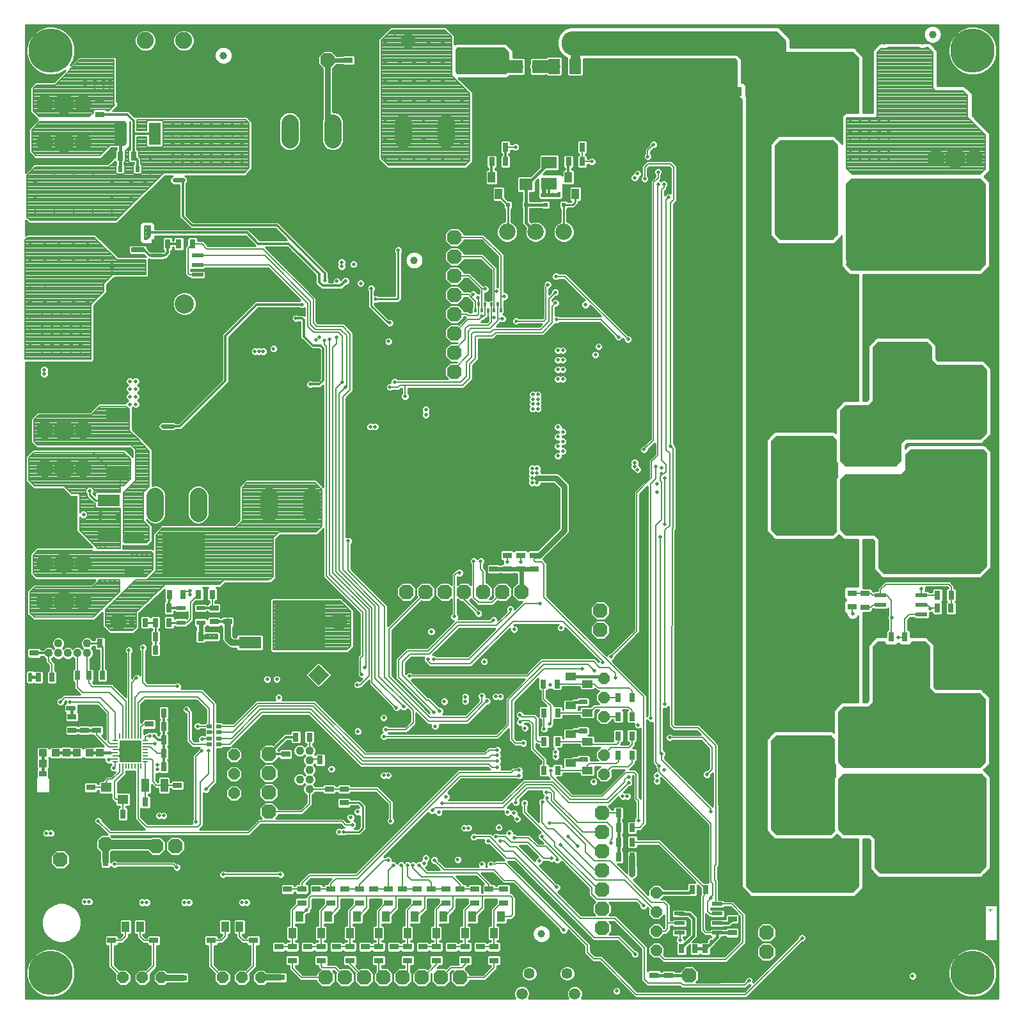
<source format=gbl>
G75*
%MOIN*%
%OFA0B0*%
%FSLAX25Y25*%
%IPPOS*%
%LPD*%
%AMOC8*
5,1,8,0,0,1.08239X$1,22.5*
%
%ADD10C,0.00400*%
%ADD11R,0.04724X0.03150*%
%ADD12R,0.07677X0.07677*%
%ADD13C,0.07677*%
%ADD14C,0.05709*%
%ADD15C,0.05937*%
%ADD16OC8,0.07600*%
%ADD17R,0.03150X0.04724*%
%ADD18OC8,0.06000*%
%ADD19R,0.05906X0.02165*%
%ADD20C,0.08600*%
%ADD21OC8,0.07087*%
%ADD22C,0.10000*%
%ADD23C,0.02000*%
%ADD24R,0.07087X0.06299*%
%ADD25R,0.07874X0.06299*%
%ADD26R,0.03937X0.05512*%
%ADD27R,0.02362X0.02362*%
%ADD28R,0.05512X0.02047*%
%ADD29C,0.10630*%
%ADD30OC8,0.10000*%
%ADD31R,0.01181X0.01969*%
%ADD32C,0.03937*%
%ADD33R,0.06299X0.07874*%
%ADD34R,0.06299X0.07087*%
%ADD35C,0.23000*%
%ADD36R,0.10236X0.04173*%
%ADD37R,0.22173X0.22441*%
%ADD38R,0.12087X0.05984*%
%ADD39R,0.02559X0.01969*%
%ADD40C,0.04362*%
%ADD41R,0.06299X0.11811*%
%ADD42R,0.22835X0.24409*%
%ADD43R,0.02480X0.03268*%
%ADD44C,0.08858*%
%ADD45C,0.08858*%
%ADD46R,0.11024X0.11024*%
%ADD47R,0.00866X0.02992*%
%ADD48R,0.02992X0.00866*%
%ADD49R,0.03937X0.07087*%
%ADD50R,0.04331X0.03937*%
%ADD51R,0.03937X0.04331*%
%ADD52R,0.05512X0.04724*%
%ADD53R,0.04134X0.08661*%
%ADD54R,0.03937X0.03150*%
%ADD55R,0.11811X0.06299*%
%ADD56R,0.24409X0.22835*%
%ADD57R,0.05512X0.03937*%
%ADD58R,0.04724X0.02362*%
%ADD59R,0.26378X0.26378*%
%ADD60C,0.08661*%
%ADD61C,0.02000*%
%ADD62C,0.00800*%
%ADD63C,0.10000*%
%ADD64C,0.01000*%
%ADD65C,0.01200*%
%ADD66C,0.01600*%
%ADD67C,0.03200*%
%ADD68C,0.02400*%
%ADD69C,0.05000*%
%ADD70C,0.03000*%
%ADD71C,0.06600*%
D10*
X0547998Y0066149D02*
X0548999Y0065148D01*
X0548999Y0066483D01*
X0550000Y0066149D02*
X0547998Y0066149D01*
D11*
X0414410Y0060991D03*
X0414410Y0053905D03*
X0381200Y0031691D03*
X0381200Y0024605D03*
X0373600Y0024705D03*
X0373600Y0031791D03*
X0295200Y0069505D03*
X0287700Y0069505D03*
X0287700Y0076591D03*
X0295200Y0076591D03*
X0280200Y0076591D03*
X0272700Y0076591D03*
X0265200Y0076591D03*
X0257700Y0076591D03*
X0257700Y0069505D03*
X0265200Y0069505D03*
X0272700Y0069505D03*
X0280200Y0069505D03*
X0283200Y0046591D03*
X0290200Y0046591D03*
X0290200Y0039505D03*
X0283200Y0039505D03*
X0275200Y0039505D03*
X0275200Y0046591D03*
X0268200Y0046591D03*
X0268200Y0039505D03*
X0260200Y0039505D03*
X0253200Y0039505D03*
X0253200Y0046591D03*
X0260200Y0046591D03*
X0245200Y0046591D03*
X0238200Y0046591D03*
X0238200Y0039505D03*
X0245200Y0039505D03*
X0230200Y0039505D03*
X0230200Y0046591D03*
X0223200Y0046591D03*
X0223200Y0039505D03*
X0215200Y0039505D03*
X0208200Y0039505D03*
X0208200Y0046591D03*
X0215200Y0046591D03*
X0200200Y0046591D03*
X0193200Y0046591D03*
X0193200Y0039505D03*
X0200200Y0039505D03*
X0185200Y0039505D03*
X0178200Y0039505D03*
X0178200Y0046591D03*
X0185200Y0046591D03*
X0178900Y0030591D03*
X0178900Y0023505D03*
X0164900Y0049905D03*
X0164900Y0056991D03*
X0182700Y0069505D03*
X0182700Y0076591D03*
X0190200Y0076591D03*
X0197700Y0076591D03*
X0205200Y0076591D03*
X0205200Y0069505D03*
X0197700Y0069505D03*
X0190200Y0069505D03*
X0212700Y0069505D03*
X0220200Y0069505D03*
X0227700Y0069505D03*
X0227700Y0076591D03*
X0220200Y0076591D03*
X0212700Y0076591D03*
X0235200Y0076591D03*
X0242700Y0076591D03*
X0250200Y0076591D03*
X0250200Y0069505D03*
X0242700Y0069505D03*
X0235200Y0069505D03*
X0212100Y0121605D03*
X0212100Y0128691D03*
X0204500Y0128691D03*
X0204500Y0121605D03*
X0181800Y0139805D03*
X0181800Y0146891D03*
X0125400Y0130691D03*
X0125400Y0123605D03*
X0110700Y0162605D03*
X0110700Y0169691D03*
X0083400Y0166391D03*
X0076800Y0166391D03*
X0070300Y0166391D03*
X0070300Y0159305D03*
X0076800Y0159305D03*
X0083400Y0159305D03*
X0080200Y0129591D03*
X0080200Y0122505D03*
X0091000Y0056991D03*
X0091000Y0049905D03*
X0113000Y0049905D03*
X0113000Y0056991D03*
X0127800Y0037591D03*
X0127800Y0030505D03*
X0142900Y0049905D03*
X0142900Y0056991D03*
X0050600Y0192505D03*
X0050600Y0199591D03*
X0144500Y0215905D03*
X0151500Y0215905D03*
X0151500Y0222991D03*
X0144500Y0222991D03*
X0290000Y0243305D03*
X0290000Y0250391D03*
X0297200Y0250491D03*
X0297200Y0243405D03*
X0304200Y0243405D03*
X0304200Y0250491D03*
X0311300Y0250491D03*
X0311300Y0243405D03*
X0476910Y0230791D03*
X0483610Y0230591D03*
X0483610Y0223505D03*
X0476910Y0223705D03*
X0214400Y0501305D03*
X0214400Y0508391D03*
X0085000Y0487191D03*
X0085000Y0480105D03*
D12*
G36*
X0193392Y0188167D02*
X0198819Y0193594D01*
X0204246Y0188167D01*
X0198819Y0182740D01*
X0193392Y0188167D01*
G37*
D13*
X0170981Y0160329D03*
D14*
X0308700Y0032648D03*
X0328385Y0032648D03*
D15*
X0332322Y0022018D03*
X0304763Y0022018D03*
D16*
X0272700Y0030548D03*
X0262700Y0030548D03*
X0252700Y0030548D03*
X0242700Y0030548D03*
X0232700Y0030548D03*
X0222700Y0030548D03*
X0212700Y0030548D03*
X0202700Y0030548D03*
X0172900Y0106848D03*
X0172900Y0116848D03*
X0172900Y0126848D03*
X0172900Y0136848D03*
X0172900Y0146848D03*
X0124100Y0099148D03*
X0114100Y0099148D03*
X0087800Y0100048D03*
X0077800Y0100048D03*
X0064400Y0091848D03*
X0064400Y0081848D03*
X0234700Y0231448D03*
X0244700Y0231448D03*
X0254700Y0231448D03*
X0264700Y0231448D03*
X0274700Y0231448D03*
X0284700Y0231448D03*
X0294700Y0231448D03*
X0304700Y0231448D03*
X0345700Y0231648D03*
X0345700Y0221648D03*
X0345700Y0211648D03*
X0346500Y0116348D03*
X0346500Y0106348D03*
X0346500Y0096348D03*
X0346500Y0086348D03*
X0346500Y0076348D03*
X0346500Y0066348D03*
X0346500Y0056348D03*
X0346500Y0046348D03*
X0391910Y0031648D03*
X0401910Y0031648D03*
X0432110Y0043848D03*
X0432110Y0053848D03*
X0269500Y0346148D03*
X0269500Y0356148D03*
X0269500Y0366148D03*
X0269500Y0376148D03*
X0269500Y0386148D03*
X0269500Y0396148D03*
X0269500Y0406148D03*
X0269500Y0416148D03*
X0203500Y0508348D03*
X0193500Y0508348D03*
D17*
X0102643Y0458348D03*
X0095557Y0458348D03*
X0113157Y0412648D03*
X0120243Y0412648D03*
X0126057Y0412648D03*
X0133143Y0412648D03*
X0289157Y0455526D03*
X0296243Y0455526D03*
X0296243Y0463026D03*
X0289157Y0463026D03*
X0329157Y0463026D03*
X0336243Y0463026D03*
X0336243Y0455526D03*
X0329157Y0455526D03*
X0417757Y0492148D03*
X0424843Y0492148D03*
X0425243Y0383648D03*
X0418157Y0383648D03*
X0418257Y0334648D03*
X0425343Y0334648D03*
X0521357Y0229658D03*
X0528443Y0229658D03*
X0528343Y0222958D03*
X0521257Y0222958D03*
X0504354Y0208048D03*
X0497267Y0208048D03*
X0425343Y0226848D03*
X0418257Y0226848D03*
X0418257Y0182948D03*
X0425343Y0182948D03*
X0362143Y0176448D03*
X0355057Y0176448D03*
X0355057Y0166448D03*
X0362143Y0166448D03*
X0362143Y0156448D03*
X0355057Y0156448D03*
X0355057Y0146448D03*
X0362143Y0146448D03*
X0362254Y0116248D03*
X0355167Y0116248D03*
X0355167Y0108548D03*
X0362254Y0108548D03*
X0362354Y0101148D03*
X0355267Y0101148D03*
X0355167Y0093248D03*
X0362254Y0093248D03*
X0393567Y0076348D03*
X0400654Y0076348D03*
X0418257Y0094848D03*
X0425343Y0094848D03*
X0407454Y0045548D03*
X0400367Y0045548D03*
X0395054Y0045548D03*
X0387967Y0045548D03*
X0323443Y0138448D03*
X0316357Y0138448D03*
X0316357Y0153448D03*
X0323443Y0153448D03*
X0323443Y0168448D03*
X0316357Y0168448D03*
X0316057Y0183448D03*
X0323143Y0183448D03*
X0206743Y0143848D03*
X0199657Y0143848D03*
X0194143Y0155748D03*
X0187057Y0155748D03*
X0137443Y0208148D03*
X0130357Y0208148D03*
X0121043Y0208148D03*
X0121043Y0215448D03*
X0120943Y0223048D03*
X0121257Y0229848D03*
X0128343Y0229848D03*
X0136357Y0230148D03*
X0143443Y0230148D03*
X0113857Y0223048D03*
X0113957Y0215448D03*
X0108643Y0215448D03*
X0101557Y0215448D03*
X0113957Y0208148D03*
X0113957Y0201148D03*
X0121043Y0201148D03*
X0092143Y0204548D03*
X0085057Y0204548D03*
X0086243Y0187848D03*
X0079157Y0187848D03*
X0073243Y0187848D03*
X0066157Y0187848D03*
X0059943Y0186948D03*
X0052857Y0186948D03*
X0118257Y0168348D03*
X0118257Y0161348D03*
X0118257Y0154348D03*
X0125343Y0154348D03*
X0125343Y0161348D03*
X0125343Y0168348D03*
X0125343Y0147348D03*
X0125343Y0140348D03*
X0118257Y0140348D03*
X0118257Y0147348D03*
X0115743Y0121848D03*
X0108657Y0121848D03*
X0096943Y0115648D03*
X0089857Y0115648D03*
X0087843Y0090948D03*
X0080757Y0090948D03*
D18*
X0087000Y0030548D03*
X0097000Y0030548D03*
X0107000Y0030548D03*
X0117000Y0030548D03*
X0138900Y0030548D03*
X0148900Y0030548D03*
X0158900Y0030548D03*
X0168900Y0030548D03*
X0154800Y0116548D03*
X0154800Y0126548D03*
X0154800Y0136548D03*
X0154800Y0146548D03*
X0347600Y0146448D03*
X0347600Y0136448D03*
X0347600Y0156448D03*
X0347600Y0166448D03*
X0347600Y0176448D03*
X0347600Y0186448D03*
X0374810Y0074748D03*
X0374810Y0064748D03*
X0374810Y0054748D03*
X0374810Y0044748D03*
X0521550Y0057548D03*
X0530650Y0211298D03*
X0510600Y0370348D03*
X0366350Y0348648D03*
D19*
X0491680Y0229648D03*
X0491680Y0224648D03*
X0491680Y0219648D03*
X0491680Y0214648D03*
X0512940Y0214648D03*
X0512940Y0219648D03*
X0512940Y0224648D03*
X0512940Y0229648D03*
X0135830Y0391548D03*
X0135830Y0396548D03*
X0135830Y0401548D03*
X0135830Y0406548D03*
X0114570Y0406548D03*
X0114570Y0401548D03*
X0114570Y0396548D03*
X0114570Y0391548D03*
D20*
X0297146Y0418932D03*
X0311909Y0418932D03*
X0326673Y0418932D03*
X0292224Y0507318D03*
X0331594Y0517161D03*
D21*
X0275429Y0507368D03*
X0245429Y0518391D03*
D22*
X0128981Y0381481D03*
X0431810Y0393348D03*
X0431810Y0345748D03*
X0431810Y0240048D03*
X0431810Y0194348D03*
X0431810Y0084748D03*
X0431810Y0500748D03*
D23*
X0124183Y0359133D02*
X0123183Y0358133D01*
X0121282Y0360848D01*
X0121857Y0364109D01*
X0124572Y0366010D01*
X0127833Y0365435D01*
X0129734Y0362720D01*
X0129159Y0359459D01*
X0126444Y0357558D01*
X0123183Y0358133D01*
X0124055Y0359502D01*
X0122867Y0361199D01*
X0123226Y0363237D01*
X0124923Y0364425D01*
X0126961Y0364066D01*
X0128149Y0362369D01*
X0127790Y0360331D01*
X0126093Y0359143D01*
X0124055Y0359502D01*
X0124927Y0360872D01*
X0124452Y0361550D01*
X0124596Y0362365D01*
X0125274Y0362840D01*
X0126089Y0362696D01*
X0126564Y0362018D01*
X0126420Y0361203D01*
X0125742Y0360728D01*
X0124927Y0360872D01*
D24*
X0307000Y0443636D03*
X0307000Y0454660D03*
D25*
X0319000Y0454960D03*
X0319000Y0443936D03*
D26*
X0328960Y0447357D03*
X0336440Y0447357D03*
X0332700Y0438695D03*
X0296440Y0447357D03*
X0288960Y0447357D03*
X0292700Y0438695D03*
X0293940Y0062379D03*
X0286460Y0062379D03*
X0278940Y0062379D03*
X0271460Y0062379D03*
X0263940Y0062379D03*
X0256460Y0062379D03*
X0248940Y0062379D03*
X0241460Y0062379D03*
X0233940Y0062379D03*
X0226460Y0062379D03*
X0218940Y0062379D03*
X0211460Y0062379D03*
X0203940Y0062379D03*
X0196460Y0062379D03*
X0188940Y0062379D03*
X0181460Y0062379D03*
X0185200Y0053717D03*
X0200200Y0053717D03*
X0215200Y0053717D03*
X0230200Y0053717D03*
X0245200Y0053717D03*
X0260200Y0053717D03*
X0275200Y0053717D03*
X0290200Y0053717D03*
X0157640Y0056979D03*
X0150160Y0056979D03*
X0153900Y0048317D03*
X0105740Y0056979D03*
X0098260Y0056979D03*
X0102000Y0048317D03*
D27*
X0297587Y0432926D03*
X0307035Y0432926D03*
X0317087Y0432926D03*
X0326535Y0432926D03*
D28*
X0386868Y0068848D03*
X0386868Y0063848D03*
X0386868Y0058848D03*
X0386868Y0053848D03*
X0406553Y0053848D03*
X0406553Y0058848D03*
X0406553Y0063848D03*
X0406553Y0068848D03*
D29*
X0530600Y0128848D03*
X0530600Y0148848D03*
X0530600Y0298048D03*
X0530600Y0318048D03*
X0530600Y0437348D03*
X0530600Y0457348D03*
X0066400Y0465548D03*
X0066400Y0485548D03*
X0066400Y0315748D03*
X0066400Y0295748D03*
X0066200Y0246448D03*
X0066200Y0226448D03*
D30*
X0411810Y0240048D03*
X0411810Y0194348D03*
X0411810Y0084748D03*
X0411810Y0345748D03*
X0411810Y0393348D03*
X0411810Y0500748D03*
D31*
X0292318Y0381223D03*
X0293893Y0378073D03*
X0290350Y0378073D03*
X0287200Y0378073D03*
X0284050Y0378073D03*
X0285625Y0381223D03*
X0288775Y0381223D03*
X0282082Y0381223D03*
X0280507Y0378073D03*
D32*
X0248715Y0404169D03*
X0149315Y0510819D03*
X0518750Y0521748D03*
X0315000Y0053298D03*
D33*
X0321449Y0505098D03*
X0332473Y0505098D03*
D34*
X0313173Y0505098D03*
X0302149Y0505098D03*
D35*
X0539663Y0513311D03*
X0059348Y0513311D03*
X0059348Y0032996D03*
X0539663Y0032996D03*
D36*
X0102900Y0242459D03*
X0102900Y0260459D03*
D37*
X0128687Y0251459D03*
D38*
X0094400Y0294031D03*
X0094400Y0324465D03*
D39*
X0141939Y0161472D03*
X0141939Y0158323D03*
X0141939Y0155173D03*
X0141939Y0152024D03*
X0146861Y0152024D03*
X0146861Y0155173D03*
X0146861Y0158323D03*
X0146861Y0161472D03*
D40*
X0189100Y0148648D03*
X0189100Y0143648D03*
X0189100Y0138648D03*
X0189100Y0133648D03*
X0189100Y0128648D03*
X0194100Y0128648D03*
X0194100Y0133648D03*
X0194100Y0138648D03*
X0194100Y0143648D03*
X0194100Y0148648D03*
X0078300Y0199548D03*
X0073300Y0199548D03*
X0068300Y0199548D03*
X0063300Y0199548D03*
X0058300Y0199548D03*
X0058300Y0204548D03*
X0063300Y0204548D03*
X0068300Y0204548D03*
X0073300Y0204548D03*
X0078300Y0204548D03*
D41*
X0095604Y0469948D03*
X0113596Y0469948D03*
D42*
X0104600Y0498216D03*
D43*
X0104628Y0451648D03*
X0095572Y0451648D03*
D44*
X0183785Y0466935D02*
X0183785Y0475793D01*
X0206226Y0475793D02*
X0206226Y0466935D01*
X0242840Y0466935D02*
X0242840Y0475793D01*
X0265281Y0475793D02*
X0265281Y0466935D01*
X0195180Y0281306D02*
X0195180Y0272447D01*
X0172739Y0272447D02*
X0172739Y0281306D01*
X0136125Y0281306D02*
X0136125Y0272447D01*
X0113684Y0272447D02*
X0113684Y0281306D01*
D45*
X0076400Y0295748D03*
X0076400Y0315748D03*
X0056400Y0315748D03*
X0056400Y0295748D03*
X0056200Y0246448D03*
X0056200Y0226448D03*
X0076200Y0226448D03*
X0076200Y0246448D03*
X0076400Y0465548D03*
X0076400Y0485548D03*
X0056400Y0485548D03*
X0056400Y0465548D03*
X0108600Y0518548D03*
X0128600Y0518548D03*
X0520600Y0457348D03*
X0520600Y0437348D03*
X0540600Y0437348D03*
X0540600Y0457348D03*
X0540600Y0318048D03*
X0540600Y0298048D03*
X0520600Y0298048D03*
X0520600Y0318048D03*
X0520600Y0148848D03*
X0520600Y0128848D03*
X0540600Y0128848D03*
X0540600Y0148848D03*
D46*
X0100800Y0148448D03*
D47*
X0101587Y0156322D03*
X0100013Y0156322D03*
X0098438Y0156322D03*
X0096863Y0156322D03*
X0095288Y0156322D03*
X0103162Y0156322D03*
X0104737Y0156322D03*
X0106312Y0156322D03*
X0106312Y0140574D03*
X0104737Y0140574D03*
X0103162Y0140574D03*
X0101587Y0140574D03*
X0100013Y0140574D03*
X0098438Y0140574D03*
X0096863Y0140574D03*
X0095288Y0140574D03*
D48*
X0092926Y0142936D03*
X0092926Y0144511D03*
X0092926Y0146086D03*
X0092926Y0147661D03*
X0092926Y0149235D03*
X0092926Y0150810D03*
X0092926Y0152385D03*
X0092926Y0153960D03*
X0108674Y0153960D03*
X0108674Y0152385D03*
X0108674Y0150810D03*
X0108674Y0149235D03*
X0108674Y0147661D03*
X0108674Y0146086D03*
X0108674Y0144511D03*
X0108674Y0142936D03*
D49*
X0108679Y0130748D03*
X0118521Y0130748D03*
D50*
X0079546Y0147648D03*
X0072854Y0147648D03*
X0061946Y0147648D03*
X0055254Y0147648D03*
X0055246Y0142148D03*
X0048554Y0142148D03*
D51*
X0067500Y0140902D03*
X0067500Y0147594D03*
X0084800Y0147594D03*
X0084800Y0140902D03*
D52*
X0088269Y0129598D03*
X0088269Y0123298D03*
X0096931Y0123298D03*
X0096931Y0129598D03*
D53*
X0060613Y0130748D03*
X0049787Y0130748D03*
D54*
X0055200Y0136752D03*
D55*
X0163119Y0204993D03*
X0163119Y0223103D03*
X0089600Y0261152D03*
X0089600Y0279144D03*
D56*
X0061332Y0270148D03*
D57*
X0330269Y0187188D03*
X0330269Y0179708D03*
X0330269Y0172188D03*
X0330269Y0164708D03*
X0330269Y0157188D03*
X0330269Y0149708D03*
X0330269Y0142188D03*
X0330269Y0134708D03*
X0338931Y0138448D03*
X0338931Y0153448D03*
X0338931Y0168448D03*
X0338931Y0183448D03*
D58*
X0137442Y0215508D03*
X0137442Y0222988D03*
X0127158Y0222988D03*
X0127158Y0219248D03*
X0127158Y0215508D03*
D59*
X0189300Y0214048D03*
D60*
X0209700Y0216148D03*
X0094700Y0216148D03*
D61*
X0107400Y0202348D03*
X0100000Y0201048D03*
X0104000Y0186548D03*
X0125400Y0182248D03*
X0130000Y0170248D03*
X0135900Y0161448D03*
X0138200Y0154748D03*
X0138000Y0148548D03*
X0141700Y0148648D03*
X0140200Y0128548D03*
X0125100Y0119248D03*
X0120100Y0119248D03*
X0118100Y0114848D03*
X0115800Y0114848D03*
X0120100Y0124248D03*
X0114800Y0138948D03*
X0114800Y0141248D03*
X0113500Y0152348D03*
X0113200Y0156448D03*
X0110900Y0156448D03*
X0104600Y0152248D03*
X0104600Y0147248D03*
X0096600Y0147248D03*
X0096600Y0152248D03*
X0089500Y0143848D03*
X0088600Y0139248D03*
X0086600Y0136748D03*
X0083600Y0136748D03*
X0081100Y0137748D03*
X0081100Y0140748D03*
X0080600Y0143748D03*
X0077600Y0143748D03*
X0074600Y0143748D03*
X0071600Y0143748D03*
X0071600Y0140748D03*
X0071600Y0137748D03*
X0069100Y0136748D03*
X0066100Y0136748D03*
X0065100Y0133248D03*
X0062100Y0138248D03*
X0063600Y0140748D03*
X0063600Y0143748D03*
X0060600Y0143748D03*
X0059600Y0141248D03*
X0059100Y0138248D03*
X0051100Y0138248D03*
X0047600Y0138248D03*
X0048100Y0146248D03*
X0051100Y0146248D03*
X0051100Y0149248D03*
X0052600Y0151748D03*
X0055600Y0151748D03*
X0058600Y0151748D03*
X0061600Y0151748D03*
X0064600Y0151748D03*
X0067600Y0151748D03*
X0070600Y0151748D03*
X0073600Y0151748D03*
X0076600Y0151748D03*
X0079600Y0151748D03*
X0082600Y0151748D03*
X0085200Y0151748D03*
X0092100Y0139748D03*
X0084000Y0112148D03*
X0092500Y0089548D03*
X0100900Y0086748D03*
X0108300Y0073748D03*
X0109250Y0069648D03*
X0106950Y0069648D03*
X0109400Y0062748D03*
X0124900Y0063348D03*
X0128950Y0069648D03*
X0131250Y0069648D03*
X0146800Y0069948D03*
X0147300Y0063548D03*
X0159050Y0069648D03*
X0161350Y0069648D03*
X0176700Y0066448D03*
X0192600Y0065748D03*
X0193600Y0056848D03*
X0208200Y0056948D03*
X0219100Y0051848D03*
X0237700Y0056748D03*
X0252500Y0056648D03*
X0267200Y0056948D03*
X0286100Y0050748D03*
X0283800Y0035248D03*
X0284000Y0026348D03*
X0247700Y0034348D03*
X0227700Y0034448D03*
X0174000Y0026348D03*
X0179000Y0084248D03*
X0189200Y0108048D03*
X0209550Y0106448D03*
X0211750Y0106448D03*
X0216500Y0110148D03*
X0215600Y0113948D03*
X0219200Y0116848D03*
X0236400Y0112148D03*
X0235100Y0091648D03*
X0237800Y0089048D03*
X0241900Y0089048D03*
X0245200Y0089048D03*
X0248000Y0089048D03*
X0251100Y0089048D03*
X0253800Y0090048D03*
X0254800Y0092748D03*
X0259200Y0091648D03*
X0271400Y0091948D03*
X0280000Y0082648D03*
X0276400Y0079748D03*
X0284000Y0089548D03*
X0288500Y0089548D03*
X0287100Y0101748D03*
X0291300Y0103948D03*
X0293500Y0101748D03*
X0298400Y0105748D03*
X0300800Y0103348D03*
X0292800Y0108748D03*
X0302400Y0113148D03*
X0300700Y0116248D03*
X0297400Y0116648D03*
X0301700Y0121748D03*
X0306200Y0121348D03*
X0306200Y0124148D03*
X0315600Y0121948D03*
X0317800Y0123948D03*
X0317600Y0127048D03*
X0319900Y0138448D03*
X0322350Y0145648D03*
X0322350Y0147848D03*
X0323500Y0161048D03*
X0319200Y0162548D03*
X0316300Y0160048D03*
X0306400Y0160448D03*
X0303900Y0163548D03*
X0303700Y0167448D03*
X0306300Y0155948D03*
X0305500Y0152648D03*
X0303400Y0149348D03*
X0303400Y0138548D03*
X0303400Y0135748D03*
X0292000Y0140148D03*
X0292000Y0143348D03*
X0292000Y0146248D03*
X0292000Y0149148D03*
X0284500Y0151948D03*
X0273600Y0151948D03*
X0275600Y0159948D03*
X0275300Y0174498D03*
X0275300Y0176698D03*
X0283900Y0177248D03*
X0286700Y0174548D03*
X0291100Y0176898D03*
X0293500Y0176898D03*
X0285200Y0195148D03*
X0294700Y0204648D03*
X0297500Y0209348D03*
X0300800Y0211948D03*
X0298800Y0222448D03*
X0299600Y0226448D03*
X0290000Y0216748D03*
X0282200Y0220198D03*
X0269600Y0218548D03*
X0271400Y0204948D03*
X0264900Y0203348D03*
X0258800Y0196348D03*
X0255800Y0196348D03*
X0247400Y0196348D03*
X0246200Y0187548D03*
X0243100Y0171548D03*
X0239400Y0171148D03*
X0232800Y0165848D03*
X0231700Y0161848D03*
X0233900Y0159648D03*
X0232900Y0156148D03*
X0219300Y0158748D03*
X0205600Y0139148D03*
X0208300Y0133048D03*
X0232850Y0135848D03*
X0235150Y0135848D03*
X0247700Y0136848D03*
X0256700Y0133148D03*
X0265400Y0124748D03*
X0263300Y0121248D03*
X0261500Y0116548D03*
X0258100Y0117548D03*
X0274700Y0108498D03*
X0277000Y0108448D03*
X0279800Y0103748D03*
X0274100Y0102748D03*
X0274200Y0127748D03*
X0286100Y0132748D03*
X0256100Y0152248D03*
X0255800Y0160548D03*
X0259600Y0161448D03*
X0258900Y0168648D03*
X0262000Y0169348D03*
X0264400Y0174348D03*
X0260300Y0176248D03*
X0250000Y0203448D03*
X0257600Y0210748D03*
X0272300Y0241348D03*
X0279700Y0247448D03*
X0283400Y0247448D03*
X0285700Y0259548D03*
X0288600Y0259548D03*
X0291600Y0259848D03*
X0291600Y0262848D03*
X0291600Y0265848D03*
X0294600Y0265848D03*
X0297600Y0265848D03*
X0300600Y0265848D03*
X0303600Y0265848D03*
X0303600Y0262848D03*
X0303600Y0259848D03*
X0306600Y0259848D03*
X0309600Y0259848D03*
X0312600Y0259848D03*
X0315600Y0259848D03*
X0318600Y0262848D03*
X0318600Y0265848D03*
X0318600Y0268848D03*
X0318600Y0271848D03*
X0318600Y0274848D03*
X0318600Y0277848D03*
X0315600Y0279848D03*
X0312600Y0279848D03*
X0309600Y0279848D03*
X0306600Y0279848D03*
X0303600Y0279848D03*
X0303600Y0276848D03*
X0303600Y0273848D03*
X0300600Y0274848D03*
X0297600Y0274848D03*
X0289000Y0274748D03*
X0285400Y0274748D03*
X0282600Y0274848D03*
X0279600Y0274848D03*
X0276600Y0274848D03*
X0273600Y0274848D03*
X0270600Y0274848D03*
X0267600Y0274848D03*
X0264600Y0274848D03*
X0261600Y0274848D03*
X0262600Y0266848D03*
X0262600Y0263848D03*
X0262600Y0260848D03*
X0265600Y0258848D03*
X0268600Y0258848D03*
X0271600Y0260848D03*
X0271600Y0263848D03*
X0273600Y0265848D03*
X0276600Y0265848D03*
X0279600Y0265848D03*
X0282600Y0265848D03*
X0282600Y0262848D03*
X0282600Y0259848D03*
X0297200Y0246948D03*
X0304200Y0246948D03*
X0314200Y0225348D03*
X0325200Y0212748D03*
X0314000Y0206348D03*
X0301200Y0200848D03*
X0301100Y0198148D03*
X0319600Y0182948D03*
X0337100Y0178348D03*
X0337700Y0174098D03*
X0335400Y0174098D03*
X0340100Y0163148D03*
X0337500Y0159098D03*
X0335200Y0159098D03*
X0335700Y0144098D03*
X0338000Y0144098D03*
X0337700Y0132348D03*
X0342200Y0132548D03*
X0335000Y0127148D03*
X0319400Y0111148D03*
X0315200Y0103948D03*
X0324800Y0099748D03*
X0329000Y0103948D03*
X0333800Y0099148D03*
X0323300Y0091848D03*
X0320200Y0092548D03*
X0313800Y0091248D03*
X0309000Y0095048D03*
X0310100Y0079748D03*
X0323000Y0077548D03*
X0325300Y0086048D03*
X0334000Y0076348D03*
X0326600Y0055348D03*
X0330900Y0047248D03*
X0312500Y0065948D03*
X0351200Y0100648D03*
X0362300Y0089048D03*
X0362300Y0086748D03*
X0362300Y0084348D03*
X0374000Y0086348D03*
X0381400Y0070448D03*
X0391800Y0071748D03*
X0403400Y0071848D03*
X0409300Y0050548D03*
X0411500Y0047848D03*
X0414200Y0050248D03*
X0403500Y0049348D03*
X0387200Y0049948D03*
X0368200Y0067948D03*
X0363800Y0042748D03*
X0354200Y0023548D03*
X0420200Y0024148D03*
X0423200Y0028848D03*
X0438700Y0043148D03*
X0446000Y0050248D03*
X0450800Y0051148D03*
X0455100Y0051248D03*
X0461000Y0049248D03*
X0460000Y0057548D03*
X0454000Y0066348D03*
X0457000Y0076348D03*
X0462000Y0076348D03*
X0467000Y0076348D03*
X0472000Y0076348D03*
X0477000Y0076348D03*
X0477000Y0081348D03*
X0472000Y0081348D03*
X0467000Y0081348D03*
X0462000Y0081348D03*
X0457000Y0081348D03*
X0457000Y0086348D03*
X0462000Y0086348D03*
X0467000Y0086348D03*
X0472000Y0086348D03*
X0477000Y0086348D03*
X0477000Y0091348D03*
X0472000Y0091348D03*
X0467000Y0091348D03*
X0462000Y0091348D03*
X0457000Y0091348D03*
X0457000Y0096348D03*
X0462000Y0096348D03*
X0467000Y0096348D03*
X0472000Y0096348D03*
X0477000Y0096348D03*
X0477000Y0111348D03*
X0482000Y0111348D03*
X0487000Y0111348D03*
X0492000Y0111348D03*
X0497000Y0111348D03*
X0497000Y0116348D03*
X0492000Y0116348D03*
X0487000Y0116348D03*
X0482000Y0116348D03*
X0477000Y0116348D03*
X0477000Y0121348D03*
X0482000Y0121348D03*
X0487000Y0121348D03*
X0492000Y0121348D03*
X0497000Y0121348D03*
X0497000Y0126348D03*
X0492000Y0126348D03*
X0487000Y0126348D03*
X0482000Y0126348D03*
X0477000Y0126348D03*
X0477000Y0131348D03*
X0482000Y0131348D03*
X0487000Y0131348D03*
X0492000Y0131348D03*
X0497000Y0131348D03*
X0495000Y0145348D03*
X0490000Y0145348D03*
X0485000Y0145348D03*
X0480000Y0145348D03*
X0475000Y0145348D03*
X0475000Y0150348D03*
X0480000Y0150348D03*
X0485000Y0150348D03*
X0490000Y0150348D03*
X0495000Y0150348D03*
X0495000Y0155348D03*
X0490000Y0155348D03*
X0485000Y0155348D03*
X0480000Y0155348D03*
X0475000Y0155348D03*
X0475000Y0160348D03*
X0480000Y0160348D03*
X0485000Y0160348D03*
X0490000Y0160348D03*
X0495000Y0160348D03*
X0495000Y0165348D03*
X0490000Y0165348D03*
X0485000Y0165348D03*
X0480000Y0165348D03*
X0475000Y0165348D03*
X0475000Y0180348D03*
X0470000Y0180348D03*
X0465000Y0180348D03*
X0460000Y0180348D03*
X0455000Y0180348D03*
X0455000Y0185348D03*
X0460000Y0185348D03*
X0465000Y0185348D03*
X0470000Y0185348D03*
X0475000Y0185348D03*
X0475000Y0190348D03*
X0470000Y0190348D03*
X0465000Y0190348D03*
X0460000Y0190348D03*
X0455000Y0190348D03*
X0455000Y0195348D03*
X0460000Y0195348D03*
X0465000Y0195348D03*
X0470000Y0195348D03*
X0475000Y0195348D03*
X0475000Y0200348D03*
X0470000Y0200348D03*
X0465000Y0200348D03*
X0460000Y0200348D03*
X0455000Y0200348D03*
X0477110Y0220048D03*
X0486610Y0214548D03*
X0497600Y0217948D03*
X0500800Y0207748D03*
X0511910Y0209948D03*
X0517700Y0222748D03*
X0513000Y0233148D03*
X0544000Y0226348D03*
X0544000Y0196348D03*
X0478000Y0236348D03*
X0473000Y0236348D03*
X0468000Y0236348D03*
X0468000Y0231348D03*
X0463000Y0231348D03*
X0458000Y0231348D03*
X0458000Y0236348D03*
X0463000Y0236348D03*
X0463000Y0241348D03*
X0458000Y0241348D03*
X0458000Y0246348D03*
X0463000Y0246348D03*
X0468000Y0246348D03*
X0468000Y0241348D03*
X0473000Y0241348D03*
X0478000Y0241348D03*
X0478000Y0246348D03*
X0473000Y0246348D03*
X0473000Y0251348D03*
X0468000Y0251348D03*
X0463000Y0251348D03*
X0458000Y0251348D03*
X0443100Y0271548D03*
X0440100Y0271548D03*
X0437100Y0271548D03*
X0453000Y0274348D03*
X0456000Y0274348D03*
X0459000Y0274348D03*
X0462000Y0274348D03*
X0465000Y0274348D03*
X0478000Y0272348D03*
X0478000Y0267348D03*
X0483000Y0267348D03*
X0488000Y0267348D03*
X0493000Y0267348D03*
X0498000Y0267348D03*
X0498000Y0272348D03*
X0493000Y0272348D03*
X0488000Y0272348D03*
X0483000Y0272348D03*
X0483000Y0277348D03*
X0478000Y0277348D03*
X0478000Y0282348D03*
X0483000Y0282348D03*
X0488000Y0282348D03*
X0488000Y0277348D03*
X0493000Y0277348D03*
X0498000Y0277348D03*
X0498000Y0282348D03*
X0493000Y0282348D03*
X0493000Y0287348D03*
X0498000Y0287348D03*
X0488000Y0287348D03*
X0483000Y0287348D03*
X0478000Y0287348D03*
X0465000Y0298348D03*
X0462000Y0298348D03*
X0459000Y0298348D03*
X0456000Y0298348D03*
X0453000Y0298348D03*
X0443000Y0289348D03*
X0440000Y0289348D03*
X0437000Y0289348D03*
X0414000Y0266348D03*
X0410400Y0274348D03*
X0410400Y0277048D03*
X0410400Y0280048D03*
X0410400Y0283048D03*
X0410400Y0285948D03*
X0396000Y0294348D03*
X0393000Y0294348D03*
X0390000Y0294348D03*
X0387000Y0294348D03*
X0387000Y0297348D03*
X0390000Y0297348D03*
X0393000Y0297348D03*
X0396000Y0297348D03*
X0396000Y0300348D03*
X0393000Y0300348D03*
X0390000Y0300348D03*
X0387000Y0300348D03*
X0387000Y0303348D03*
X0390000Y0303348D03*
X0393000Y0303348D03*
X0396000Y0303348D03*
X0382400Y0307348D03*
X0377500Y0295948D03*
X0374600Y0296548D03*
X0377600Y0292948D03*
X0379400Y0290548D03*
X0375200Y0287548D03*
X0375200Y0283348D03*
X0365000Y0295098D03*
X0363600Y0296698D03*
X0363600Y0298798D03*
X0368400Y0305548D03*
X0363600Y0337248D03*
X0387000Y0336348D03*
X0387000Y0339348D03*
X0387000Y0342348D03*
X0360100Y0362948D03*
X0355100Y0364148D03*
X0363600Y0367248D03*
X0344800Y0359248D03*
X0343100Y0354948D03*
X0326100Y0357248D03*
X0323600Y0357248D03*
X0323600Y0352248D03*
X0326100Y0352248D03*
X0326100Y0347248D03*
X0323600Y0347248D03*
X0323600Y0342248D03*
X0326100Y0342248D03*
X0317600Y0337748D03*
X0313100Y0334248D03*
X0313100Y0331748D03*
X0313100Y0329248D03*
X0313100Y0326748D03*
X0310600Y0326748D03*
X0310600Y0329248D03*
X0310600Y0331748D03*
X0310600Y0334248D03*
X0300100Y0347248D03*
X0295100Y0347248D03*
X0289600Y0347248D03*
X0284100Y0345248D03*
X0289100Y0356748D03*
X0286000Y0372748D03*
X0283900Y0374948D03*
X0290100Y0374348D03*
X0294600Y0373748D03*
X0301800Y0372448D03*
X0308200Y0378348D03*
X0312500Y0378948D03*
X0312300Y0383248D03*
X0308000Y0383348D03*
X0295700Y0385348D03*
X0291500Y0387948D03*
X0285700Y0389248D03*
X0281800Y0384748D03*
X0279400Y0386348D03*
X0247200Y0366048D03*
X0235900Y0371548D03*
X0235300Y0361848D03*
X0244400Y0349548D03*
X0238500Y0340648D03*
X0236000Y0338048D03*
X0243900Y0333348D03*
X0254750Y0326348D03*
X0254750Y0323648D03*
X0261000Y0322748D03*
X0263600Y0335448D03*
X0282100Y0325248D03*
X0287600Y0332748D03*
X0288600Y0315748D03*
X0290600Y0306248D03*
X0294100Y0306248D03*
X0297600Y0306248D03*
X0310100Y0295748D03*
X0310100Y0293248D03*
X0310100Y0290748D03*
X0310100Y0288248D03*
X0312600Y0288248D03*
X0312600Y0290748D03*
X0312600Y0293248D03*
X0312600Y0295748D03*
X0317300Y0297448D03*
X0317600Y0300248D03*
X0323600Y0302248D03*
X0326100Y0304748D03*
X0323600Y0307248D03*
X0326100Y0309748D03*
X0323600Y0312248D03*
X0326100Y0314748D03*
X0323600Y0317248D03*
X0327300Y0324748D03*
X0327600Y0332248D03*
X0322900Y0373248D03*
X0322300Y0381848D03*
X0322200Y0387448D03*
X0318300Y0391448D03*
X0322600Y0395748D03*
X0337900Y0380998D03*
X0363600Y0397248D03*
X0363300Y0416148D03*
X0381200Y0436948D03*
X0378800Y0443748D03*
X0375800Y0443548D03*
X0375800Y0450148D03*
X0368800Y0446548D03*
X0365000Y0449198D03*
X0363600Y0447098D03*
X0370400Y0458148D03*
X0373400Y0464398D03*
X0374000Y0476348D03*
X0384300Y0480948D03*
X0387000Y0500348D03*
X0390000Y0500348D03*
X0393000Y0500348D03*
X0391100Y0512248D03*
X0391100Y0517248D03*
X0391100Y0522248D03*
X0398600Y0522248D03*
X0398600Y0517248D03*
X0398600Y0512248D03*
X0406100Y0512248D03*
X0406100Y0517248D03*
X0406100Y0522248D03*
X0413600Y0522248D03*
X0413600Y0517248D03*
X0413600Y0512248D03*
X0421100Y0512248D03*
X0421100Y0507248D03*
X0428600Y0507248D03*
X0428600Y0512248D03*
X0428600Y0517248D03*
X0428600Y0522248D03*
X0421100Y0522248D03*
X0421100Y0517248D03*
X0436100Y0517248D03*
X0436100Y0512248D03*
X0436100Y0507248D03*
X0441100Y0499748D03*
X0436100Y0492248D03*
X0457000Y0490348D03*
X0462000Y0490348D03*
X0467000Y0490348D03*
X0472000Y0490348D03*
X0477000Y0490348D03*
X0477000Y0495348D03*
X0472000Y0495348D03*
X0467000Y0495348D03*
X0462000Y0495348D03*
X0457000Y0495348D03*
X0457000Y0500348D03*
X0462000Y0500348D03*
X0467000Y0500348D03*
X0472000Y0500348D03*
X0477000Y0500348D03*
X0477000Y0505348D03*
X0472000Y0505348D03*
X0467000Y0505348D03*
X0462000Y0505348D03*
X0457000Y0505348D03*
X0457000Y0510348D03*
X0462000Y0510348D03*
X0467000Y0510348D03*
X0472000Y0510348D03*
X0477000Y0510348D03*
X0473600Y0517248D03*
X0453600Y0517248D03*
X0436100Y0522248D03*
X0414000Y0479348D03*
X0396000Y0453348D03*
X0396000Y0450348D03*
X0396000Y0447348D03*
X0396000Y0444348D03*
X0393000Y0444348D03*
X0390000Y0444348D03*
X0387000Y0444348D03*
X0387000Y0447348D03*
X0390000Y0447348D03*
X0393000Y0447348D03*
X0393000Y0450348D03*
X0390000Y0450348D03*
X0387000Y0450348D03*
X0387000Y0453348D03*
X0390000Y0453348D03*
X0393000Y0453348D03*
X0411390Y0437548D03*
X0411290Y0434648D03*
X0411290Y0431748D03*
X0411290Y0428848D03*
X0414000Y0416348D03*
X0401400Y0417648D03*
X0394200Y0417448D03*
X0388300Y0417348D03*
X0385000Y0424948D03*
X0394000Y0396348D03*
X0394000Y0376348D03*
X0414000Y0376348D03*
X0456000Y0383348D03*
X0461000Y0383348D03*
X0466000Y0383348D03*
X0471000Y0383348D03*
X0476000Y0383348D03*
X0476000Y0388348D03*
X0471000Y0388348D03*
X0466000Y0388348D03*
X0461000Y0388348D03*
X0456000Y0388348D03*
X0456000Y0393348D03*
X0461000Y0393348D03*
X0466000Y0393348D03*
X0471000Y0393348D03*
X0476000Y0393348D03*
X0471000Y0398348D03*
X0466000Y0398348D03*
X0461000Y0398348D03*
X0456000Y0398348D03*
X0456000Y0403348D03*
X0461000Y0403348D03*
X0466000Y0403348D03*
X0471000Y0403348D03*
X0477000Y0419348D03*
X0482000Y0419348D03*
X0487000Y0419348D03*
X0492000Y0419348D03*
X0497000Y0419348D03*
X0497000Y0424348D03*
X0492000Y0424348D03*
X0487000Y0424348D03*
X0482000Y0424348D03*
X0477000Y0424348D03*
X0477000Y0429348D03*
X0482000Y0429348D03*
X0487000Y0429348D03*
X0492000Y0429348D03*
X0497000Y0429348D03*
X0497000Y0434348D03*
X0492000Y0434348D03*
X0487000Y0434348D03*
X0482000Y0434348D03*
X0477000Y0434348D03*
X0477000Y0439348D03*
X0482000Y0439348D03*
X0487000Y0439348D03*
X0492000Y0439348D03*
X0497000Y0439348D03*
X0496000Y0456348D03*
X0491000Y0456348D03*
X0486000Y0456348D03*
X0481000Y0456348D03*
X0476000Y0456348D03*
X0476000Y0461348D03*
X0481000Y0461348D03*
X0486000Y0461348D03*
X0491000Y0461348D03*
X0496000Y0461348D03*
X0496000Y0466348D03*
X0491000Y0466348D03*
X0486000Y0466348D03*
X0481000Y0466348D03*
X0476000Y0466348D03*
X0476000Y0471348D03*
X0481000Y0471348D03*
X0486000Y0471348D03*
X0491000Y0471348D03*
X0496000Y0471348D03*
X0496000Y0476348D03*
X0491000Y0476348D03*
X0486000Y0476348D03*
X0481000Y0476348D03*
X0476000Y0476348D03*
X0465000Y0451348D03*
X0462000Y0451348D03*
X0459000Y0451348D03*
X0456000Y0451348D03*
X0453000Y0451348D03*
X0443100Y0442248D03*
X0440500Y0442248D03*
X0437800Y0442248D03*
X0438000Y0424348D03*
X0440700Y0424348D03*
X0443300Y0424348D03*
X0453000Y0426348D03*
X0456000Y0426348D03*
X0459000Y0426348D03*
X0462000Y0426348D03*
X0465000Y0426348D03*
X0524000Y0496348D03*
X0544000Y0496348D03*
X0513600Y0517248D03*
X0493600Y0517248D03*
X0383600Y0517248D03*
X0383600Y0512248D03*
X0376100Y0512248D03*
X0376100Y0517248D03*
X0376100Y0522248D03*
X0368600Y0522248D03*
X0368600Y0517248D03*
X0368600Y0512248D03*
X0361100Y0512248D03*
X0361100Y0517248D03*
X0361100Y0522248D03*
X0353600Y0522248D03*
X0353600Y0517248D03*
X0353600Y0512248D03*
X0346600Y0512248D03*
X0346600Y0517248D03*
X0346600Y0522248D03*
X0339600Y0522248D03*
X0339600Y0517248D03*
X0339600Y0512248D03*
X0354000Y0496348D03*
X0347600Y0483548D03*
X0340000Y0483548D03*
X0341300Y0455548D03*
X0323200Y0438248D03*
X0320900Y0438248D03*
X0318600Y0438248D03*
X0316300Y0438248D03*
X0301500Y0463048D03*
X0273600Y0464748D03*
X0273600Y0457248D03*
X0263600Y0457248D03*
X0256100Y0457248D03*
X0248600Y0457248D03*
X0241100Y0457248D03*
X0233600Y0457248D03*
X0233600Y0467248D03*
X0233600Y0477248D03*
X0233600Y0487248D03*
X0241100Y0487248D03*
X0248600Y0487248D03*
X0256100Y0487248D03*
X0263600Y0487248D03*
X0273600Y0487248D03*
X0273600Y0477248D03*
X0253600Y0477248D03*
X0253600Y0467248D03*
X0256100Y0497248D03*
X0248600Y0497248D03*
X0241100Y0497248D03*
X0241100Y0507248D03*
X0248600Y0507248D03*
X0256100Y0507248D03*
X0263600Y0507248D03*
X0263600Y0497248D03*
X0263600Y0517248D03*
X0256100Y0517248D03*
X0268600Y0524748D03*
X0278600Y0524748D03*
X0288600Y0524748D03*
X0298600Y0524748D03*
X0308600Y0524748D03*
X0318600Y0524748D03*
X0383600Y0522248D03*
X0238600Y0522248D03*
X0233600Y0524748D03*
X0223600Y0524748D03*
X0213600Y0524748D03*
X0203600Y0524748D03*
X0193600Y0524748D03*
X0183600Y0524748D03*
X0173600Y0524748D03*
X0163600Y0524748D03*
X0153600Y0524748D03*
X0143600Y0524748D03*
X0114800Y0509048D03*
X0114800Y0506548D03*
X0112300Y0506548D03*
X0109800Y0506548D03*
X0107300Y0506548D03*
X0104800Y0506548D03*
X0102300Y0506548D03*
X0100000Y0506548D03*
X0100000Y0509048D03*
X0102300Y0509048D03*
X0104800Y0509048D03*
X0107300Y0509048D03*
X0109800Y0509048D03*
X0112300Y0509048D03*
X0104100Y0490748D03*
X0104100Y0487748D03*
X0101100Y0487748D03*
X0098100Y0487748D03*
X0095100Y0487748D03*
X0095100Y0490748D03*
X0098100Y0490748D03*
X0101100Y0490748D03*
X0090200Y0494348D03*
X0090200Y0497448D03*
X0090200Y0500248D03*
X0086800Y0500248D03*
X0086800Y0497448D03*
X0086800Y0494448D03*
X0082200Y0494448D03*
X0082200Y0497448D03*
X0082200Y0500248D03*
X0077200Y0500248D03*
X0077200Y0497448D03*
X0077300Y0494648D03*
X0078100Y0511448D03*
X0075500Y0511448D03*
X0080700Y0511448D03*
X0083200Y0511448D03*
X0083600Y0524748D03*
X0081000Y0524748D03*
X0078500Y0524748D03*
X0086200Y0524748D03*
X0089000Y0524748D03*
X0123000Y0474548D03*
X0123000Y0469548D03*
X0123000Y0464548D03*
X0123000Y0459548D03*
X0123000Y0454548D03*
X0128000Y0454548D03*
X0133000Y0454548D03*
X0138000Y0454548D03*
X0143000Y0454548D03*
X0143000Y0459548D03*
X0138000Y0459548D03*
X0133000Y0459548D03*
X0128000Y0459548D03*
X0128000Y0464548D03*
X0133000Y0464548D03*
X0138000Y0464548D03*
X0143000Y0464548D03*
X0143000Y0469548D03*
X0138000Y0469548D03*
X0133000Y0469548D03*
X0128000Y0469548D03*
X0128000Y0474548D03*
X0133000Y0474548D03*
X0138000Y0474548D03*
X0143000Y0474548D03*
X0149000Y0474548D03*
X0149000Y0469548D03*
X0149000Y0464548D03*
X0149000Y0459548D03*
X0149000Y0454548D03*
X0154000Y0454548D03*
X0159000Y0454548D03*
X0159000Y0459548D03*
X0154000Y0459548D03*
X0154000Y0464548D03*
X0159000Y0464548D03*
X0159000Y0469548D03*
X0154000Y0469548D03*
X0154000Y0474548D03*
X0159000Y0474548D03*
X0128200Y0445848D03*
X0126000Y0445848D03*
X0123800Y0445848D03*
X0111100Y0449748D03*
X0108600Y0444748D03*
X0101100Y0444748D03*
X0101100Y0437248D03*
X0091100Y0437248D03*
X0091100Y0444748D03*
X0081100Y0449748D03*
X0071100Y0449748D03*
X0061100Y0449748D03*
X0051100Y0444748D03*
X0051100Y0437248D03*
X0051100Y0429748D03*
X0053300Y0420748D03*
X0061100Y0429748D03*
X0067800Y0420748D03*
X0071100Y0429748D03*
X0081100Y0429748D03*
X0084700Y0420748D03*
X0091100Y0429748D03*
X0103600Y0427248D03*
X0110100Y0420748D03*
X0110089Y0418537D03*
X0110100Y0416348D03*
X0107000Y0409548D03*
X0104800Y0409548D03*
X0102600Y0409548D03*
X0091100Y0401948D03*
X0091100Y0399848D03*
X0091100Y0397748D03*
X0086100Y0397248D03*
X0090600Y0392248D03*
X0078600Y0382248D03*
X0071100Y0382248D03*
X0069900Y0375248D03*
X0069900Y0370248D03*
X0069900Y0365248D03*
X0069900Y0360248D03*
X0069900Y0355248D03*
X0064900Y0355248D03*
X0059900Y0355248D03*
X0054900Y0355248D03*
X0054900Y0360248D03*
X0059900Y0360248D03*
X0064900Y0360248D03*
X0064900Y0365248D03*
X0059900Y0365248D03*
X0054900Y0365248D03*
X0054900Y0370248D03*
X0059900Y0370248D03*
X0064900Y0370248D03*
X0064900Y0375248D03*
X0059900Y0375248D03*
X0054900Y0375248D03*
X0048600Y0374748D03*
X0048600Y0367248D03*
X0048600Y0359748D03*
X0055900Y0347148D03*
X0055900Y0344948D03*
X0067600Y0341748D03*
X0067600Y0339248D03*
X0067600Y0336748D03*
X0067600Y0334248D03*
X0067600Y0331748D03*
X0080100Y0331748D03*
X0080100Y0334248D03*
X0080100Y0336748D03*
X0080100Y0339248D03*
X0080100Y0341748D03*
X0089600Y0344748D03*
X0100600Y0341148D03*
X0103600Y0341148D03*
X0103600Y0337148D03*
X0100600Y0337148D03*
X0100600Y0333148D03*
X0103600Y0333148D03*
X0103600Y0329148D03*
X0100600Y0329148D03*
X0089500Y0332548D03*
X0093600Y0356248D03*
X0093600Y0366248D03*
X0093600Y0371248D03*
X0093600Y0376148D03*
X0074900Y0375248D03*
X0074900Y0370248D03*
X0074900Y0365248D03*
X0074900Y0360248D03*
X0074900Y0355248D03*
X0063600Y0382248D03*
X0056100Y0382248D03*
X0048600Y0382248D03*
X0048600Y0389748D03*
X0056100Y0389748D03*
X0056100Y0397248D03*
X0048600Y0397248D03*
X0048600Y0404748D03*
X0056100Y0404748D03*
X0056100Y0412248D03*
X0048600Y0412248D03*
X0063600Y0412248D03*
X0063600Y0404748D03*
X0071100Y0404748D03*
X0078600Y0404748D03*
X0078600Y0412248D03*
X0071100Y0412248D03*
X0086100Y0404748D03*
X0119900Y0366548D03*
X0118100Y0361148D03*
X0120300Y0356148D03*
X0130600Y0366548D03*
X0161100Y0367248D03*
X0163600Y0369748D03*
X0166100Y0367248D03*
X0168600Y0369748D03*
X0171100Y0367248D03*
X0173600Y0369748D03*
X0175400Y0358048D03*
X0170000Y0356648D03*
X0167800Y0356648D03*
X0165700Y0356648D03*
X0187000Y0373948D03*
X0190100Y0381048D03*
X0201600Y0380248D03*
X0201600Y0377248D03*
X0201600Y0374248D03*
X0205600Y0374248D03*
X0205600Y0377248D03*
X0205600Y0380248D03*
X0205600Y0383248D03*
X0201600Y0383248D03*
X0209600Y0383248D03*
X0209600Y0380248D03*
X0209600Y0377248D03*
X0209600Y0374248D03*
X0213600Y0374248D03*
X0213600Y0377248D03*
X0213600Y0380248D03*
X0213600Y0383248D03*
X0217600Y0383248D03*
X0217600Y0380248D03*
X0217600Y0377248D03*
X0217600Y0374248D03*
X0208200Y0364148D03*
X0204600Y0363148D03*
X0202000Y0362348D03*
X0199100Y0364048D03*
X0197600Y0362548D03*
X0198300Y0355448D03*
X0196100Y0355448D03*
X0194700Y0348248D03*
X0194500Y0339548D03*
X0211300Y0340648D03*
X0212900Y0338048D03*
X0223800Y0344348D03*
X0225400Y0346648D03*
X0222200Y0346648D03*
X0225900Y0317398D03*
X0228300Y0317498D03*
X0199300Y0320448D03*
X0193600Y0317248D03*
X0214300Y0257948D03*
X0198600Y0222248D03*
X0198600Y0217248D03*
X0198600Y0212248D03*
X0198600Y0207248D03*
X0198600Y0202248D03*
X0193600Y0202248D03*
X0188600Y0202248D03*
X0183600Y0202248D03*
X0178600Y0202248D03*
X0178600Y0207248D03*
X0183600Y0207248D03*
X0188600Y0207248D03*
X0193600Y0207248D03*
X0193600Y0212248D03*
X0188600Y0212248D03*
X0183600Y0212248D03*
X0178600Y0212248D03*
X0183600Y0217248D03*
X0188600Y0217248D03*
X0193600Y0217248D03*
X0193600Y0222248D03*
X0188600Y0222248D03*
X0177500Y0222248D03*
X0173600Y0235748D03*
X0145300Y0208148D03*
X0143100Y0208148D03*
X0140900Y0208148D03*
X0131900Y0229848D03*
X0131900Y0231848D03*
X0111800Y0247948D03*
X0109300Y0247948D03*
X0106800Y0247948D03*
X0104300Y0247948D03*
X0101800Y0247948D03*
X0101800Y0250448D03*
X0104300Y0250448D03*
X0106800Y0250448D03*
X0109300Y0250448D03*
X0111800Y0250448D03*
X0114900Y0258048D03*
X0094100Y0269248D03*
X0094100Y0271748D03*
X0094100Y0274248D03*
X0085100Y0273748D03*
X0085100Y0271248D03*
X0085100Y0268748D03*
X0076500Y0271548D03*
X0079700Y0283948D03*
X0085100Y0255748D03*
X0087600Y0255748D03*
X0087600Y0236748D03*
X0090100Y0236748D03*
X0092600Y0236748D03*
X0085100Y0236748D03*
X0048700Y0188048D03*
X0048700Y0185748D03*
X0064300Y0174048D03*
X0069300Y0173948D03*
X0068600Y0170848D03*
X0071000Y0170848D03*
X0054600Y0123748D03*
X0051600Y0123748D03*
X0048600Y0123748D03*
X0057000Y0105748D03*
X0059400Y0105748D03*
X0053600Y0077248D03*
X0053600Y0057248D03*
X0076950Y0070048D03*
X0079250Y0070048D03*
X0095000Y0071648D03*
X0094500Y0063248D03*
X0125000Y0087948D03*
X0135000Y0111548D03*
X0149100Y0084248D03*
X0190000Y0163348D03*
X0193900Y0179048D03*
X0178100Y0176448D03*
X0177100Y0185948D03*
X0172200Y0185948D03*
X0213600Y0197248D03*
X0222900Y0192048D03*
X0221400Y0188448D03*
X0219000Y0183048D03*
X0336400Y0191448D03*
X0342600Y0190448D03*
X0347000Y0194548D03*
X0351100Y0197548D03*
X0353600Y0186548D03*
X0363600Y0197248D03*
X0387000Y0189348D03*
X0387000Y0186348D03*
X0387000Y0183348D03*
X0379400Y0172948D03*
X0372000Y0165548D03*
X0365400Y0162048D03*
X0381800Y0155548D03*
X0387000Y0151348D03*
X0387000Y0148348D03*
X0387000Y0145348D03*
X0387000Y0142348D03*
X0390000Y0142348D03*
X0393000Y0142348D03*
X0396000Y0142348D03*
X0396000Y0145348D03*
X0393000Y0145348D03*
X0390000Y0145348D03*
X0390000Y0148348D03*
X0393000Y0148348D03*
X0396000Y0148348D03*
X0396000Y0151348D03*
X0393000Y0151348D03*
X0390000Y0151348D03*
X0378800Y0138748D03*
X0376400Y0140748D03*
X0375200Y0135648D03*
X0375200Y0132848D03*
X0375800Y0122348D03*
X0371200Y0115848D03*
X0365500Y0112348D03*
X0374000Y0106348D03*
X0382200Y0116448D03*
X0388400Y0116448D03*
X0394200Y0116448D03*
X0403400Y0116848D03*
X0410600Y0125548D03*
X0410600Y0128048D03*
X0410600Y0131048D03*
X0410600Y0134048D03*
X0410600Y0136848D03*
X0401200Y0136348D03*
X0423600Y0149748D03*
X0426100Y0149748D03*
X0428600Y0149748D03*
X0428600Y0152248D03*
X0426100Y0152248D03*
X0423600Y0152248D03*
X0423600Y0154748D03*
X0426100Y0154748D03*
X0428600Y0154748D03*
X0428600Y0157248D03*
X0426100Y0157248D03*
X0423600Y0157248D03*
X0436900Y0139848D03*
X0439900Y0139848D03*
X0442900Y0139848D03*
X0452000Y0141348D03*
X0455000Y0141348D03*
X0458000Y0141348D03*
X0461000Y0141348D03*
X0464000Y0141348D03*
X0464000Y0118348D03*
X0461000Y0118348D03*
X0458000Y0118348D03*
X0455000Y0118348D03*
X0452000Y0118348D03*
X0443100Y0122048D03*
X0440100Y0122048D03*
X0437100Y0122048D03*
X0414000Y0096348D03*
X0394000Y0106348D03*
X0359700Y0124948D03*
X0357400Y0124948D03*
X0359800Y0128248D03*
X0360500Y0132148D03*
X0360500Y0135148D03*
X0377600Y0147148D03*
X0394000Y0216348D03*
X0414000Y0216348D03*
X0394000Y0246348D03*
X0387100Y0256348D03*
X0388300Y0266748D03*
X0394700Y0266748D03*
X0401400Y0266848D03*
X0379400Y0266748D03*
X0377000Y0259948D03*
X0367700Y0258248D03*
X0357500Y0272848D03*
X0284600Y0291748D03*
X0228700Y0383848D03*
X0226300Y0389448D03*
X0220800Y0392148D03*
X0224100Y0398048D03*
X0227300Y0398048D03*
X0227400Y0405048D03*
X0224000Y0405048D03*
X0217100Y0402048D03*
X0210900Y0403048D03*
X0210900Y0400948D03*
X0206400Y0401948D03*
X0204300Y0401948D03*
X0202100Y0393748D03*
X0208400Y0393248D03*
X0212900Y0393348D03*
X0207900Y0409948D03*
X0204600Y0409948D03*
X0201000Y0409848D03*
X0197800Y0409748D03*
X0180900Y0405548D03*
X0180800Y0402848D03*
X0240400Y0409348D03*
X0233600Y0497248D03*
X0233600Y0507248D03*
X0233600Y0517248D03*
X0111100Y0457248D03*
X0117700Y0317648D03*
X0119800Y0317648D03*
X0121900Y0317648D03*
X0434000Y0066348D03*
X0441400Y0057448D03*
X0456100Y0033448D03*
X0465100Y0035648D03*
X0473800Y0033548D03*
X0480900Y0027148D03*
X0464600Y0021648D03*
X0460900Y0025248D03*
X0474000Y0066348D03*
X0494000Y0066348D03*
X0514000Y0066348D03*
X0544000Y0076348D03*
X0508400Y0031348D03*
X0478000Y0251348D03*
X0476000Y0302348D03*
X0481000Y0302348D03*
X0486000Y0302348D03*
X0491000Y0302348D03*
X0496000Y0302348D03*
X0496000Y0307348D03*
X0491000Y0307348D03*
X0486000Y0307348D03*
X0481000Y0307348D03*
X0476000Y0307348D03*
X0476000Y0312348D03*
X0481000Y0312348D03*
X0486000Y0312348D03*
X0491000Y0312348D03*
X0496000Y0312348D03*
X0496000Y0317348D03*
X0491000Y0317348D03*
X0486000Y0317348D03*
X0481000Y0317348D03*
X0476000Y0317348D03*
X0476000Y0322348D03*
X0481000Y0322348D03*
X0486000Y0322348D03*
X0491000Y0322348D03*
X0496000Y0322348D03*
X0477000Y0336348D03*
X0472000Y0336348D03*
X0467000Y0336348D03*
X0462000Y0336348D03*
X0457000Y0336348D03*
X0457000Y0341348D03*
X0462000Y0341348D03*
X0467000Y0341348D03*
X0472000Y0341348D03*
X0477000Y0341348D03*
X0477000Y0346348D03*
X0472000Y0346348D03*
X0467000Y0346348D03*
X0462000Y0346348D03*
X0457000Y0346348D03*
X0457000Y0351348D03*
X0462000Y0351348D03*
X0467000Y0351348D03*
X0472000Y0351348D03*
X0477000Y0351348D03*
X0477000Y0356348D03*
X0472000Y0356348D03*
X0467000Y0356348D03*
X0462000Y0356348D03*
X0457000Y0356348D03*
X0544000Y0356348D03*
X0544000Y0386348D03*
D62*
X0543600Y0449148D02*
X0476800Y0449148D01*
X0474000Y0451948D01*
X0474000Y0478348D01*
X0489200Y0478348D01*
X0490000Y0479148D01*
X0490000Y0512348D01*
X0492223Y0514571D01*
X0493003Y0514248D01*
X0494197Y0514248D01*
X0495299Y0514705D01*
X0495443Y0514848D01*
X0511757Y0514848D01*
X0511901Y0514705D01*
X0513003Y0514248D01*
X0514197Y0514248D01*
X0515299Y0514705D01*
X0515443Y0514848D01*
X0516400Y0514848D01*
X0518900Y0512348D01*
X0518900Y0493848D01*
X0520400Y0492348D01*
X0534600Y0492348D01*
X0537000Y0489948D01*
X0537000Y0478548D01*
X0546200Y0469348D01*
X0546200Y0451748D01*
X0543600Y0449148D01*
X0543695Y0449243D02*
X0476705Y0449243D01*
X0475907Y0450041D02*
X0544493Y0450041D01*
X0545292Y0450840D02*
X0475108Y0450840D01*
X0474310Y0451638D02*
X0546090Y0451638D01*
X0546200Y0452437D02*
X0474000Y0452437D01*
X0474000Y0453235D02*
X0546200Y0453235D01*
X0546200Y0454034D02*
X0474000Y0454034D01*
X0474000Y0454832D02*
X0546200Y0454832D01*
X0546200Y0455631D02*
X0474000Y0455631D01*
X0474000Y0456429D02*
X0546200Y0456429D01*
X0546200Y0457228D02*
X0474000Y0457228D01*
X0474000Y0458026D02*
X0546200Y0458026D01*
X0546200Y0458825D02*
X0474000Y0458825D01*
X0474000Y0459623D02*
X0546200Y0459623D01*
X0546200Y0460422D02*
X0474000Y0460422D01*
X0474000Y0461220D02*
X0546200Y0461220D01*
X0546200Y0462019D02*
X0474000Y0462019D01*
X0474000Y0462817D02*
X0546200Y0462817D01*
X0546200Y0463616D02*
X0474000Y0463616D01*
X0474000Y0464414D02*
X0546200Y0464414D01*
X0546200Y0465213D02*
X0474000Y0465213D01*
X0474000Y0466011D02*
X0546200Y0466011D01*
X0546200Y0466810D02*
X0474000Y0466810D01*
X0474000Y0467608D02*
X0546200Y0467608D01*
X0546200Y0468407D02*
X0474000Y0468407D01*
X0474000Y0469205D02*
X0546200Y0469205D01*
X0545544Y0470004D02*
X0474000Y0470004D01*
X0474000Y0470802D02*
X0544746Y0470802D01*
X0543947Y0471601D02*
X0474000Y0471601D01*
X0474000Y0472399D02*
X0543149Y0472399D01*
X0542350Y0473198D02*
X0474000Y0473198D01*
X0474000Y0473997D02*
X0541552Y0473997D01*
X0540753Y0474795D02*
X0474000Y0474795D01*
X0474000Y0475594D02*
X0539955Y0475594D01*
X0539156Y0476392D02*
X0474000Y0476392D01*
X0474000Y0477191D02*
X0538357Y0477191D01*
X0537559Y0477989D02*
X0474000Y0477989D01*
X0489640Y0478788D02*
X0537000Y0478788D01*
X0537000Y0479586D02*
X0490000Y0479586D01*
X0490000Y0480385D02*
X0537000Y0480385D01*
X0537000Y0481183D02*
X0490000Y0481183D01*
X0490000Y0481982D02*
X0537000Y0481982D01*
X0537000Y0482780D02*
X0490000Y0482780D01*
X0490000Y0483579D02*
X0537000Y0483579D01*
X0537000Y0484377D02*
X0490000Y0484377D01*
X0490000Y0485176D02*
X0537000Y0485176D01*
X0537000Y0485974D02*
X0490000Y0485974D01*
X0490000Y0486773D02*
X0537000Y0486773D01*
X0537000Y0487571D02*
X0490000Y0487571D01*
X0490000Y0488370D02*
X0537000Y0488370D01*
X0537000Y0489168D02*
X0490000Y0489168D01*
X0490000Y0489967D02*
X0536981Y0489967D01*
X0536183Y0490765D02*
X0490000Y0490765D01*
X0490000Y0491564D02*
X0535384Y0491564D01*
X0520386Y0492362D02*
X0490000Y0492362D01*
X0490000Y0493161D02*
X0519587Y0493161D01*
X0518900Y0493959D02*
X0490000Y0493959D01*
X0490000Y0494758D02*
X0518900Y0494758D01*
X0518900Y0495556D02*
X0490000Y0495556D01*
X0490000Y0496355D02*
X0518900Y0496355D01*
X0518900Y0497153D02*
X0490000Y0497153D01*
X0490000Y0497952D02*
X0518900Y0497952D01*
X0518900Y0498750D02*
X0490000Y0498750D01*
X0490000Y0499549D02*
X0518900Y0499549D01*
X0518900Y0500347D02*
X0490000Y0500347D01*
X0490000Y0501146D02*
X0518900Y0501146D01*
X0518900Y0501944D02*
X0490000Y0501944D01*
X0490000Y0502743D02*
X0518900Y0502743D01*
X0518900Y0503541D02*
X0490000Y0503541D01*
X0490000Y0504340D02*
X0518900Y0504340D01*
X0518900Y0505138D02*
X0490000Y0505138D01*
X0490000Y0505937D02*
X0518900Y0505937D01*
X0518900Y0506735D02*
X0490000Y0506735D01*
X0490000Y0507534D02*
X0518900Y0507534D01*
X0518900Y0508332D02*
X0490000Y0508332D01*
X0490000Y0509131D02*
X0518900Y0509131D01*
X0518900Y0509930D02*
X0490000Y0509930D01*
X0490000Y0510728D02*
X0518900Y0510728D01*
X0518900Y0511527D02*
X0490000Y0511527D01*
X0490000Y0512325D02*
X0518900Y0512325D01*
X0518124Y0513124D02*
X0490776Y0513124D01*
X0491574Y0513922D02*
X0517326Y0513922D01*
X0516527Y0514721D02*
X0515315Y0514721D01*
X0511885Y0514721D02*
X0495315Y0514721D01*
X0383900Y0452648D02*
X0383900Y0435548D01*
X0382400Y0434048D01*
X0382400Y0307348D01*
X0383600Y0306148D01*
X0383600Y0264748D01*
X0383100Y0264248D01*
X0382900Y0161848D01*
X0384100Y0160648D01*
X0396500Y0160648D01*
X0405800Y0151348D01*
X0405900Y0089348D01*
X0405200Y0088648D01*
X0405200Y0081348D01*
X0405800Y0080748D01*
X0405800Y0069748D01*
X0406400Y0069148D01*
X0406553Y0068848D01*
X0414300Y0068848D01*
X0420000Y0063148D01*
X0420000Y0049148D01*
X0410800Y0039948D01*
X0378900Y0039948D01*
X0374810Y0044038D01*
X0374810Y0044748D01*
X0368600Y0045948D02*
X0368600Y0029748D01*
X0370600Y0027748D01*
X0387600Y0027748D01*
X0388800Y0026548D01*
X0421000Y0026648D01*
X0423200Y0028848D01*
X0421400Y0021748D02*
X0450800Y0051148D01*
X0421400Y0021748D02*
X0364400Y0021748D01*
X0345900Y0040248D01*
X0342200Y0040248D01*
X0338900Y0043548D01*
X0338900Y0047348D01*
X0296100Y0090148D01*
X0291500Y0090148D01*
X0290900Y0089548D01*
X0288500Y0089548D01*
X0290100Y0086748D02*
X0264100Y0086748D01*
X0259200Y0091648D01*
X0255200Y0084948D02*
X0251100Y0089048D01*
X0248000Y0089048D02*
X0248000Y0087648D01*
X0252600Y0083048D01*
X0268700Y0083048D01*
X0272700Y0079048D01*
X0272700Y0076591D01*
X0280200Y0076591D01*
X0284000Y0073048D02*
X0284100Y0072948D01*
X0284100Y0066948D01*
X0279531Y0062379D01*
X0278940Y0062379D01*
X0275200Y0065548D02*
X0278300Y0068648D01*
X0279343Y0068648D01*
X0280200Y0069505D01*
X0284000Y0073048D02*
X0298800Y0073048D01*
X0300000Y0071848D01*
X0300000Y0063348D01*
X0299000Y0062348D01*
X0293971Y0062348D01*
X0293940Y0062379D01*
X0290200Y0065748D02*
X0293200Y0068748D01*
X0294443Y0068748D01*
X0295200Y0069505D01*
X0290200Y0065748D02*
X0290200Y0053717D01*
X0290200Y0046591D01*
X0283200Y0046591D01*
X0275200Y0046591D02*
X0275200Y0053717D01*
X0275200Y0065548D01*
X0272700Y0067348D02*
X0272700Y0069505D01*
X0272700Y0067348D02*
X0271460Y0066108D01*
X0271460Y0062379D01*
X0269000Y0066848D02*
X0269000Y0072948D01*
X0269100Y0073048D01*
X0284000Y0073048D01*
X0287700Y0069505D02*
X0287700Y0067148D01*
X0286460Y0065908D01*
X0286460Y0062379D01*
X0287700Y0076591D02*
X0287700Y0078848D01*
X0281600Y0084948D01*
X0255200Y0084948D01*
X0256200Y0081348D02*
X0247300Y0081348D01*
X0245200Y0083448D01*
X0245200Y0089048D01*
X0242700Y0088248D02*
X0242700Y0076591D01*
X0250200Y0076591D01*
X0254000Y0073048D02*
X0254100Y0072948D01*
X0254100Y0066748D01*
X0249731Y0062379D01*
X0248940Y0062379D01*
X0245200Y0065748D02*
X0248300Y0068848D01*
X0249543Y0068848D01*
X0250200Y0069505D01*
X0254000Y0073048D02*
X0269100Y0073048D01*
X0265200Y0069505D02*
X0264643Y0068948D01*
X0263300Y0068948D01*
X0260200Y0065848D01*
X0260200Y0053717D01*
X0260200Y0046591D01*
X0253200Y0046591D01*
X0260200Y0039505D02*
X0260200Y0037348D01*
X0253400Y0030548D01*
X0252700Y0030548D01*
X0262700Y0030548D02*
X0267800Y0035648D01*
X0273600Y0035648D01*
X0275200Y0037248D01*
X0275200Y0039505D01*
X0275200Y0046591D02*
X0268200Y0046591D01*
X0264531Y0062379D02*
X0269000Y0066848D01*
X0264531Y0062379D02*
X0263940Y0062379D01*
X0257700Y0066948D02*
X0257700Y0069505D01*
X0257700Y0066948D02*
X0256460Y0065708D01*
X0256460Y0062379D01*
X0254000Y0073048D02*
X0238900Y0073048D01*
X0239100Y0072848D01*
X0239100Y0066948D01*
X0234531Y0062379D01*
X0233940Y0062379D01*
X0230200Y0065348D02*
X0233400Y0068548D01*
X0234243Y0068548D01*
X0235200Y0069505D01*
X0238900Y0073048D02*
X0223900Y0073048D01*
X0224000Y0072948D01*
X0224000Y0066848D01*
X0219531Y0062379D01*
X0218940Y0062379D01*
X0215200Y0065348D02*
X0218300Y0068448D01*
X0219143Y0068448D01*
X0220200Y0069505D01*
X0223900Y0073048D02*
X0209100Y0073048D01*
X0209000Y0072948D01*
X0209000Y0066848D01*
X0204531Y0062379D01*
X0203940Y0062379D01*
X0200200Y0065348D02*
X0203100Y0068248D01*
X0203943Y0068248D01*
X0205200Y0069505D01*
X0209100Y0073048D02*
X0195000Y0073048D01*
X0194000Y0072048D01*
X0194000Y0067248D01*
X0192550Y0065798D01*
X0192600Y0065748D01*
X0192550Y0065798D02*
X0189131Y0062379D01*
X0188940Y0062379D01*
X0185200Y0065748D02*
X0187900Y0068448D01*
X0189143Y0068448D01*
X0190200Y0069505D01*
X0185200Y0065748D02*
X0185200Y0053717D01*
X0185200Y0046591D01*
X0178200Y0046591D01*
X0185200Y0039505D02*
X0185200Y0035348D01*
X0190000Y0030548D01*
X0202700Y0030548D01*
X0201000Y0035748D02*
X0200200Y0036548D01*
X0200200Y0039505D01*
X0201000Y0035748D02*
X0207500Y0035748D01*
X0212700Y0030548D01*
X0215200Y0037548D02*
X0222200Y0030548D01*
X0222700Y0030548D01*
X0215200Y0037548D02*
X0215200Y0039505D01*
X0215200Y0046591D02*
X0208200Y0046591D01*
X0215200Y0046591D02*
X0215100Y0053617D01*
X0215200Y0053717D01*
X0215200Y0065348D01*
X0212700Y0066748D02*
X0212700Y0069505D01*
X0212700Y0066748D02*
X0211460Y0065508D01*
X0211460Y0062379D01*
X0200200Y0065348D02*
X0200200Y0053717D01*
X0200200Y0046591D01*
X0193200Y0046591D01*
X0196460Y0062379D02*
X0196460Y0066108D01*
X0197700Y0067348D01*
X0197700Y0069505D01*
X0197700Y0076591D02*
X0205200Y0076591D01*
X0205200Y0079348D01*
X0207900Y0082048D01*
X0219300Y0082048D01*
X0272700Y0135448D01*
X0303100Y0135448D01*
X0303400Y0135748D01*
X0303400Y0138548D02*
X0300500Y0138548D01*
X0299200Y0137248D01*
X0272100Y0137248D01*
X0218500Y0083648D01*
X0194300Y0083648D01*
X0190200Y0079548D01*
X0190200Y0076591D01*
X0182700Y0076591D01*
X0179000Y0084248D02*
X0149100Y0084248D01*
X0162400Y0106048D02*
X0168200Y0111848D01*
X0211300Y0111848D01*
X0213000Y0110148D01*
X0216500Y0110148D01*
X0212100Y0128691D02*
X0204500Y0128691D01*
X0204457Y0128648D01*
X0194100Y0128648D01*
X0194100Y0121148D01*
X0189800Y0116848D01*
X0172900Y0116848D01*
X0162400Y0106048D02*
X0090100Y0106048D01*
X0084000Y0112148D01*
X0096943Y0115648D02*
X0096943Y0123286D01*
X0096931Y0123298D01*
X0096880Y0123248D01*
X0093300Y0123248D01*
X0092600Y0123948D01*
X0092600Y0132648D01*
X0096863Y0136911D01*
X0096863Y0140574D01*
X0095288Y0140574D02*
X0095288Y0137736D01*
X0091400Y0133848D01*
X0089300Y0133848D01*
X0088269Y0132817D01*
X0088269Y0129598D01*
X0088263Y0129591D01*
X0080200Y0129591D01*
X0092100Y0139748D02*
X0092926Y0140574D01*
X0092926Y0142936D01*
X0092926Y0144511D02*
X0090163Y0144511D01*
X0089500Y0143848D01*
X0090200Y0147648D02*
X0090213Y0147661D01*
X0092926Y0147661D01*
X0092926Y0149235D02*
X0096087Y0149235D01*
X0097000Y0150148D01*
X0097000Y0151848D01*
X0096600Y0152248D01*
X0092926Y0152385D02*
X0090363Y0152385D01*
X0089400Y0153348D01*
X0089400Y0168648D01*
X0084100Y0173948D01*
X0069300Y0173948D01*
X0067700Y0171648D02*
X0071900Y0171648D01*
X0071900Y0169966D01*
X0070687Y0169966D01*
X0070687Y0169848D01*
X0069913Y0169848D01*
X0069913Y0169966D01*
X0067700Y0169966D01*
X0067700Y0171648D01*
X0067700Y0171361D02*
X0071900Y0171361D01*
X0071900Y0170562D02*
X0067700Y0170562D01*
X0064300Y0174048D02*
X0066500Y0176248D01*
X0085200Y0176248D01*
X0092926Y0168522D01*
X0092926Y0153960D01*
X0092926Y0150810D02*
X0089438Y0150810D01*
X0083400Y0156848D01*
X0083400Y0159305D01*
X0096863Y0156322D02*
X0096863Y0171885D01*
X0089800Y0178948D01*
X0075800Y0178948D01*
X0073200Y0181548D01*
X0073200Y0187805D01*
X0073243Y0187848D01*
X0073300Y0187905D01*
X0073300Y0199548D01*
X0078300Y0199548D02*
X0078300Y0188705D01*
X0079157Y0187848D01*
X0079100Y0187791D01*
X0079100Y0184048D01*
X0081000Y0182148D01*
X0090800Y0182148D01*
X0098438Y0174510D01*
X0098438Y0156322D01*
X0100013Y0156322D02*
X0100013Y0200835D01*
X0100000Y0201048D01*
X0107400Y0202348D02*
X0107400Y0184248D01*
X0109400Y0182248D01*
X0125400Y0182248D01*
X0135800Y0176748D02*
X0141939Y0170609D01*
X0141939Y0161472D01*
X0141915Y0161448D01*
X0135900Y0161448D01*
X0141939Y0158323D02*
X0144325Y0158323D01*
X0144400Y0158248D01*
X0144400Y0172848D01*
X0138000Y0179248D01*
X0105900Y0179248D01*
X0103162Y0176510D01*
X0103162Y0156322D01*
X0101587Y0156322D02*
X0101587Y0184135D01*
X0104000Y0186548D01*
X0107800Y0176748D02*
X0135800Y0176748D01*
X0130000Y0170248D02*
X0131500Y0168748D01*
X0131500Y0154048D01*
X0133524Y0152024D01*
X0141939Y0152024D01*
X0141939Y0155173D02*
X0138625Y0155173D01*
X0138200Y0154748D01*
X0138000Y0148548D02*
X0135000Y0145548D01*
X0135000Y0111548D01*
X0137300Y0110348D02*
X0136000Y0109048D01*
X0109200Y0109048D01*
X0104737Y0113511D01*
X0104737Y0140574D01*
X0108674Y0142936D02*
X0108674Y0130753D01*
X0108679Y0130748D01*
X0108679Y0121870D01*
X0108657Y0121848D01*
X0114400Y0130748D02*
X0112600Y0132548D01*
X0112600Y0143548D01*
X0111637Y0144511D01*
X0108674Y0144511D01*
X0108674Y0150810D02*
X0111338Y0150810D01*
X0114800Y0147348D01*
X0118257Y0147348D01*
X0113500Y0152348D02*
X0113463Y0152385D01*
X0108674Y0152385D01*
X0108674Y0153960D02*
X0108674Y0155722D01*
X0109400Y0156448D01*
X0110900Y0156448D01*
X0106312Y0156322D02*
X0106312Y0161160D01*
X0107757Y0162605D01*
X0110700Y0162605D01*
X0104737Y0156322D02*
X0104737Y0173685D01*
X0107800Y0176748D01*
X0100800Y0148448D02*
X0097800Y0148448D01*
X0096600Y0147248D01*
X0095438Y0146086D01*
X0092926Y0146086D01*
X0114400Y0130748D02*
X0118521Y0130748D01*
X0118578Y0130691D01*
X0125400Y0130691D01*
X0137300Y0132248D02*
X0137300Y0110348D01*
X0140200Y0128548D02*
X0144400Y0132748D01*
X0144400Y0158248D01*
X0146861Y0158323D02*
X0154175Y0158323D01*
X0167700Y0171848D01*
X0195800Y0171848D01*
X0222500Y0145148D01*
X0287700Y0145148D01*
X0288800Y0146248D01*
X0292000Y0146248D01*
X0291900Y0143448D02*
X0292000Y0143348D01*
X0291900Y0143448D02*
X0221800Y0143448D01*
X0195000Y0170248D01*
X0168500Y0170248D01*
X0153425Y0155173D01*
X0146861Y0155173D01*
X0146861Y0152024D02*
X0152676Y0152024D01*
X0169300Y0168648D01*
X0194200Y0168648D01*
X0221100Y0141748D01*
X0287700Y0141748D01*
X0289300Y0140148D01*
X0292000Y0140148D01*
X0285600Y0146848D02*
X0287900Y0149148D01*
X0292000Y0149148D01*
X0285600Y0146848D02*
X0223100Y0146848D01*
X0196500Y0173448D01*
X0166900Y0173448D01*
X0154924Y0161472D01*
X0146861Y0161472D01*
X0141700Y0148648D02*
X0141700Y0136648D01*
X0137300Y0132248D01*
X0123400Y0089548D02*
X0092500Y0089548D01*
X0123400Y0089548D02*
X0125000Y0087948D01*
X0105740Y0056979D02*
X0105740Y0051908D01*
X0107743Y0049905D01*
X0113000Y0049905D01*
X0113000Y0036548D01*
X0107000Y0030548D01*
X0097000Y0030548D02*
X0091000Y0036548D01*
X0091000Y0049905D01*
X0096257Y0049905D01*
X0098260Y0051908D01*
X0098260Y0056979D01*
X0142900Y0049905D02*
X0142900Y0036548D01*
X0148900Y0030548D01*
X0158900Y0030548D02*
X0164900Y0036548D01*
X0164900Y0049905D01*
X0159643Y0049905D01*
X0157640Y0051908D01*
X0157640Y0056979D01*
X0150160Y0056979D02*
X0150160Y0051908D01*
X0148157Y0049905D01*
X0142900Y0049905D01*
X0181460Y0062379D02*
X0181460Y0065808D01*
X0182700Y0067048D01*
X0182700Y0069505D01*
X0212700Y0076591D02*
X0220200Y0076591D01*
X0220200Y0078848D01*
X0233000Y0091648D01*
X0235100Y0091648D01*
X0237800Y0089048D02*
X0235200Y0086448D01*
X0235200Y0076591D01*
X0227700Y0076591D01*
X0227700Y0069505D02*
X0227700Y0067048D01*
X0226460Y0065808D01*
X0226460Y0062379D01*
X0230200Y0065348D02*
X0230200Y0053717D01*
X0230200Y0046591D01*
X0223200Y0046591D01*
X0230200Y0039505D02*
X0230200Y0033048D01*
X0232700Y0030548D01*
X0242700Y0030548D02*
X0245200Y0033048D01*
X0245200Y0039505D01*
X0245200Y0046591D02*
X0238200Y0046591D01*
X0245200Y0046591D02*
X0245200Y0053717D01*
X0245200Y0065748D01*
X0242700Y0066848D02*
X0242700Y0069505D01*
X0242700Y0066848D02*
X0241460Y0065608D01*
X0241460Y0062379D01*
X0257700Y0076591D02*
X0257700Y0079848D01*
X0256200Y0081348D01*
X0257700Y0076591D02*
X0265200Y0076591D01*
X0287700Y0076591D02*
X0295200Y0076591D01*
X0295700Y0081148D02*
X0290100Y0086748D01*
X0295700Y0081148D02*
X0300800Y0081148D01*
X0326600Y0055348D01*
X0335300Y0061348D02*
X0353200Y0061348D01*
X0368600Y0045948D01*
X0363800Y0042748D02*
X0355200Y0051348D01*
X0342600Y0051348D01*
X0301400Y0092548D01*
X0296900Y0092548D01*
X0287800Y0101748D01*
X0287100Y0101748D01*
X0288100Y0103948D02*
X0295600Y0096448D01*
X0300200Y0096448D01*
X0335300Y0061348D01*
X0346500Y0066348D02*
X0346500Y0067848D01*
X0343900Y0071348D02*
X0341300Y0073948D01*
X0341300Y0077248D01*
X0315200Y0103448D01*
X0315200Y0103948D01*
X0318400Y0108048D02*
X0315200Y0111248D01*
X0315200Y0121548D01*
X0315600Y0121948D01*
X0317800Y0122648D02*
X0344100Y0096348D01*
X0346500Y0096348D01*
X0351200Y0100648D02*
X0351200Y0102248D01*
X0352000Y0103048D01*
X0352000Y0108648D01*
X0349300Y0111348D01*
X0333800Y0111348D01*
X0321700Y0123448D01*
X0321700Y0126948D01*
X0319400Y0129248D01*
X0307600Y0129248D01*
X0301700Y0123348D01*
X0301700Y0121748D01*
X0306200Y0121348D02*
X0306200Y0116748D01*
X0322000Y0100948D01*
X0322000Y0099148D01*
X0344800Y0076348D01*
X0346500Y0076348D01*
X0343900Y0071348D02*
X0364800Y0071348D01*
X0368200Y0067948D01*
X0372400Y0069748D02*
X0378800Y0069748D01*
X0380600Y0067948D01*
X0380600Y0058748D01*
X0380700Y0058848D01*
X0386868Y0058848D01*
X0386868Y0053848D02*
X0387200Y0053548D01*
X0387200Y0049948D01*
X0380600Y0055848D02*
X0379500Y0054748D01*
X0374810Y0054748D01*
X0380600Y0055848D02*
X0380600Y0058748D01*
X0374810Y0064748D02*
X0374600Y0064948D01*
X0358100Y0081348D01*
X0343300Y0081348D01*
X0324900Y0099748D01*
X0324800Y0099748D01*
X0329000Y0103948D02*
X0333800Y0099148D01*
X0338000Y0100148D02*
X0338000Y0095848D01*
X0342500Y0091348D01*
X0350800Y0091348D01*
X0372400Y0069748D01*
X0399100Y0072648D02*
X0399100Y0055348D01*
X0400600Y0053848D01*
X0406553Y0053848D01*
X0403500Y0049348D02*
X0403833Y0049015D01*
X0402800Y0063748D02*
X0401500Y0065048D01*
X0401500Y0069948D01*
X0403400Y0071848D01*
X0403400Y0072748D01*
X0404100Y0073448D01*
X0404100Y0079648D01*
X0403400Y0080348D01*
X0403400Y0110748D01*
X0376400Y0137748D01*
X0376400Y0140748D01*
X0374600Y0142548D01*
X0374600Y0265948D01*
X0377600Y0268948D01*
X0377600Y0288748D01*
X0377000Y0289348D01*
X0377000Y0291648D01*
X0377600Y0292248D01*
X0377600Y0292948D01*
X0378900Y0292948D01*
X0379900Y0293948D01*
X0379900Y0297648D01*
X0377700Y0299848D01*
X0377700Y0440948D01*
X0378800Y0442048D01*
X0378800Y0443748D01*
X0375800Y0443548D02*
X0375700Y0443448D01*
X0375700Y0302648D01*
X0372400Y0299348D01*
X0372400Y0290848D01*
X0364700Y0283148D01*
X0364700Y0211148D01*
X0351100Y0197548D01*
X0347000Y0195248D02*
X0347000Y0194548D01*
X0347000Y0195248D02*
X0326200Y0216048D01*
X0300100Y0216048D01*
X0278000Y0193948D01*
X0257300Y0193948D01*
X0255800Y0195448D01*
X0255800Y0196348D01*
X0256600Y0199048D02*
X0246500Y0199048D01*
X0242500Y0195048D01*
X0242500Y0187848D01*
X0255300Y0175048D01*
X0256300Y0175048D01*
X0262000Y0169348D01*
X0258900Y0168648D02*
X0240500Y0187048D01*
X0240500Y0195948D01*
X0245200Y0200648D01*
X0255800Y0200648D01*
X0270800Y0215648D01*
X0288900Y0215648D01*
X0290000Y0216748D01*
X0291700Y0214048D02*
X0298800Y0221148D01*
X0298800Y0222448D01*
X0306200Y0225348D02*
X0314200Y0225348D01*
X0316400Y0228748D02*
X0316400Y0245748D01*
X0315100Y0247048D01*
X0312000Y0247048D01*
X0311300Y0247748D01*
X0311300Y0250491D01*
X0314757Y0250491D01*
X0304200Y0250491D02*
X0303800Y0250948D01*
X0304200Y0250548D01*
X0304200Y0246948D01*
X0304200Y0243405D02*
X0304700Y0242905D01*
X0297200Y0243405D02*
X0297100Y0243305D01*
X0297200Y0246948D02*
X0297200Y0250491D01*
X0283400Y0247448D02*
X0283400Y0243348D01*
X0284700Y0242048D01*
X0284700Y0231448D01*
X0279700Y0228448D02*
X0282100Y0226048D01*
X0289300Y0226048D01*
X0294700Y0231448D01*
X0306200Y0225348D02*
X0277200Y0196348D01*
X0258800Y0196348D01*
X0256600Y0199048D02*
X0271600Y0214048D01*
X0291700Y0214048D01*
X0282200Y0220198D02*
X0274700Y0227698D01*
X0274700Y0231448D01*
X0279700Y0228448D02*
X0279700Y0247448D01*
X0272300Y0241348D02*
X0270900Y0241348D01*
X0269700Y0240148D01*
X0269700Y0218648D01*
X0269600Y0218548D01*
X0254700Y0231148D02*
X0254700Y0231448D01*
X0254600Y0231148D01*
X0254700Y0231148D02*
X0235500Y0211948D01*
X0235500Y0187348D01*
X0256800Y0166048D01*
X0275900Y0166048D01*
X0283900Y0174048D01*
X0283900Y0177248D01*
X0286700Y0174548D02*
X0276100Y0163948D01*
X0256300Y0163948D01*
X0233300Y0186948D01*
X0233300Y0223548D01*
X0214300Y0242548D01*
X0214300Y0257948D01*
X0200700Y0265748D02*
X0197700Y0262748D01*
X0178300Y0262748D01*
X0175100Y0259548D01*
X0175100Y0239248D01*
X0173700Y0237848D01*
X0172730Y0237848D01*
X0172630Y0237748D01*
X0149600Y0237748D01*
X0147100Y0235248D01*
X0119000Y0235248D01*
X0103800Y0221048D01*
X0103800Y0213148D01*
X0101900Y0211248D01*
X0090500Y0211248D01*
X0087900Y0213848D01*
X0087900Y0221848D01*
X0103700Y0237648D01*
X0109500Y0237648D01*
X0114100Y0242248D01*
X0114100Y0261148D01*
X0117700Y0264748D01*
X0155500Y0264748D01*
X0159100Y0268348D01*
X0159100Y0285748D01*
X0161700Y0288348D01*
X0196900Y0288348D01*
X0200700Y0284548D01*
X0200700Y0265748D01*
X0200537Y0265585D02*
X0156337Y0265585D01*
X0155539Y0264787D02*
X0199739Y0264787D01*
X0198940Y0263988D02*
X0116940Y0263988D01*
X0116141Y0263190D02*
X0198141Y0263190D01*
X0200700Y0266384D02*
X0157136Y0266384D01*
X0157934Y0267182D02*
X0200700Y0267182D01*
X0200700Y0267981D02*
X0158733Y0267981D01*
X0159100Y0268779D02*
X0200700Y0268779D01*
X0200700Y0269578D02*
X0159100Y0269578D01*
X0159100Y0270376D02*
X0200700Y0270376D01*
X0200700Y0271175D02*
X0159100Y0271175D01*
X0159100Y0271973D02*
X0200700Y0271973D01*
X0200700Y0272772D02*
X0159100Y0272772D01*
X0159100Y0273570D02*
X0200700Y0273570D01*
X0200700Y0274369D02*
X0159100Y0274369D01*
X0159100Y0275167D02*
X0200700Y0275167D01*
X0200700Y0275966D02*
X0159100Y0275966D01*
X0159100Y0276764D02*
X0200700Y0276764D01*
X0200700Y0277563D02*
X0159100Y0277563D01*
X0159100Y0278361D02*
X0200700Y0278361D01*
X0200700Y0279160D02*
X0159100Y0279160D01*
X0159100Y0279958D02*
X0200700Y0279958D01*
X0200700Y0280757D02*
X0159100Y0280757D01*
X0159100Y0281555D02*
X0200700Y0281555D01*
X0200700Y0282354D02*
X0159100Y0282354D01*
X0159100Y0283152D02*
X0200700Y0283152D01*
X0200700Y0283951D02*
X0159100Y0283951D01*
X0159100Y0284749D02*
X0200499Y0284749D01*
X0199700Y0285548D02*
X0159100Y0285548D01*
X0159698Y0286346D02*
X0198902Y0286346D01*
X0198103Y0287145D02*
X0160497Y0287145D01*
X0161295Y0287943D02*
X0197305Y0287943D01*
X0177943Y0262391D02*
X0115343Y0262391D01*
X0114544Y0261592D02*
X0177144Y0261592D01*
X0176346Y0260794D02*
X0114100Y0260794D01*
X0114100Y0259995D02*
X0175547Y0259995D01*
X0175100Y0259197D02*
X0114100Y0259197D01*
X0114100Y0258398D02*
X0175100Y0258398D01*
X0175100Y0257600D02*
X0114100Y0257600D01*
X0114100Y0256801D02*
X0175100Y0256801D01*
X0175100Y0256003D02*
X0114100Y0256003D01*
X0114100Y0255204D02*
X0175100Y0255204D01*
X0175100Y0254406D02*
X0114100Y0254406D01*
X0114100Y0253607D02*
X0175100Y0253607D01*
X0175100Y0252809D02*
X0114100Y0252809D01*
X0114100Y0252010D02*
X0175100Y0252010D01*
X0175100Y0251212D02*
X0114100Y0251212D01*
X0114100Y0250413D02*
X0175100Y0250413D01*
X0175100Y0249615D02*
X0114100Y0249615D01*
X0114100Y0248816D02*
X0175100Y0248816D01*
X0175100Y0248018D02*
X0114100Y0248018D01*
X0114100Y0247219D02*
X0175100Y0247219D01*
X0175100Y0246421D02*
X0114100Y0246421D01*
X0114100Y0245622D02*
X0175100Y0245622D01*
X0175100Y0244824D02*
X0114100Y0244824D01*
X0114100Y0244025D02*
X0175100Y0244025D01*
X0175100Y0243227D02*
X0114100Y0243227D01*
X0114100Y0242428D02*
X0175100Y0242428D01*
X0175100Y0241630D02*
X0113482Y0241630D01*
X0112683Y0240831D02*
X0175100Y0240831D01*
X0175100Y0240033D02*
X0111885Y0240033D01*
X0111086Y0239234D02*
X0175086Y0239234D01*
X0174288Y0238436D02*
X0110288Y0238436D01*
X0108800Y0239248D02*
X0112600Y0243048D01*
X0112600Y0251448D01*
X0111600Y0252448D01*
X0081300Y0252448D01*
X0080700Y0253048D01*
X0052700Y0253048D01*
X0050100Y0250448D01*
X0050100Y0241148D01*
X0052000Y0239248D01*
X0108800Y0239248D01*
X0109585Y0240033D02*
X0051215Y0240033D01*
X0050417Y0240831D02*
X0110383Y0240831D01*
X0111182Y0241630D02*
X0050100Y0241630D01*
X0050100Y0242428D02*
X0111980Y0242428D01*
X0112600Y0243227D02*
X0050100Y0243227D01*
X0050100Y0244025D02*
X0112600Y0244025D01*
X0112600Y0244824D02*
X0050100Y0244824D01*
X0050100Y0245622D02*
X0112600Y0245622D01*
X0112600Y0246421D02*
X0050100Y0246421D01*
X0050100Y0247219D02*
X0112600Y0247219D01*
X0112600Y0248018D02*
X0050100Y0248018D01*
X0050100Y0248816D02*
X0112600Y0248816D01*
X0112600Y0249615D02*
X0050100Y0249615D01*
X0050100Y0250413D02*
X0112600Y0250413D01*
X0112600Y0251212D02*
X0050864Y0251212D01*
X0051662Y0252010D02*
X0112038Y0252010D01*
X0109200Y0257048D02*
X0097900Y0257048D01*
X0097200Y0257748D01*
X0097200Y0282848D01*
X0103600Y0289248D01*
X0103600Y0305748D01*
X0101400Y0307948D01*
X0052400Y0307948D01*
X0050500Y0309848D01*
X0050500Y0320848D01*
X0053200Y0323548D01*
X0080500Y0323548D01*
X0085000Y0328048D01*
X0098700Y0328048D01*
X0100400Y0326348D01*
X0100400Y0315348D01*
X0104500Y0311248D01*
X0110600Y0304748D01*
X0110600Y0286248D01*
X0107600Y0283248D01*
X0107600Y0268248D01*
X0110600Y0265248D01*
X0110600Y0258448D01*
X0109200Y0257048D01*
X0109752Y0257600D02*
X0097348Y0257600D01*
X0097200Y0258398D02*
X0110550Y0258398D01*
X0110600Y0259197D02*
X0097200Y0259197D01*
X0097200Y0259995D02*
X0110600Y0259995D01*
X0110600Y0260794D02*
X0097200Y0260794D01*
X0097200Y0261592D02*
X0110600Y0261592D01*
X0110600Y0262391D02*
X0097200Y0262391D01*
X0097200Y0263190D02*
X0110600Y0263190D01*
X0110600Y0263988D02*
X0097200Y0263988D01*
X0097200Y0264787D02*
X0110600Y0264787D01*
X0110263Y0265585D02*
X0097200Y0265585D01*
X0097200Y0266384D02*
X0109464Y0266384D01*
X0108666Y0267182D02*
X0097200Y0267182D01*
X0097200Y0267981D02*
X0107867Y0267981D01*
X0107600Y0268779D02*
X0097200Y0268779D01*
X0097200Y0269578D02*
X0107600Y0269578D01*
X0107600Y0270376D02*
X0097200Y0270376D01*
X0097200Y0271175D02*
X0107600Y0271175D01*
X0107600Y0271973D02*
X0097200Y0271973D01*
X0097200Y0272772D02*
X0107600Y0272772D01*
X0107600Y0273570D02*
X0097200Y0273570D01*
X0097200Y0274369D02*
X0107600Y0274369D01*
X0107600Y0275167D02*
X0097200Y0275167D01*
X0097200Y0275966D02*
X0107600Y0275966D01*
X0107600Y0276764D02*
X0097200Y0276764D01*
X0097200Y0277563D02*
X0107600Y0277563D01*
X0107600Y0278361D02*
X0097200Y0278361D01*
X0097200Y0279160D02*
X0107600Y0279160D01*
X0107600Y0279958D02*
X0097200Y0279958D01*
X0097200Y0280757D02*
X0107600Y0280757D01*
X0107600Y0281555D02*
X0097200Y0281555D01*
X0097200Y0282354D02*
X0107600Y0282354D01*
X0107600Y0283152D02*
X0097504Y0283152D01*
X0098303Y0283951D02*
X0108303Y0283951D01*
X0109101Y0284749D02*
X0099101Y0284749D01*
X0099900Y0285548D02*
X0109900Y0285548D01*
X0110600Y0286346D02*
X0100698Y0286346D01*
X0101497Y0287145D02*
X0110600Y0287145D01*
X0110600Y0287943D02*
X0102295Y0287943D01*
X0103094Y0288742D02*
X0110600Y0288742D01*
X0110600Y0289540D02*
X0103600Y0289540D01*
X0103600Y0290339D02*
X0110600Y0290339D01*
X0110600Y0291137D02*
X0103600Y0291137D01*
X0103600Y0291936D02*
X0110600Y0291936D01*
X0110600Y0292734D02*
X0103600Y0292734D01*
X0103600Y0293533D02*
X0110600Y0293533D01*
X0110600Y0294331D02*
X0103600Y0294331D01*
X0103600Y0295130D02*
X0110600Y0295130D01*
X0110600Y0295928D02*
X0103600Y0295928D01*
X0103600Y0296727D02*
X0110600Y0296727D01*
X0110600Y0297526D02*
X0103600Y0297526D01*
X0103600Y0298324D02*
X0110600Y0298324D01*
X0110600Y0299123D02*
X0103600Y0299123D01*
X0103600Y0299921D02*
X0110600Y0299921D01*
X0110600Y0300720D02*
X0103600Y0300720D01*
X0103600Y0301518D02*
X0110600Y0301518D01*
X0110600Y0302317D02*
X0103600Y0302317D01*
X0103600Y0303115D02*
X0110600Y0303115D01*
X0110600Y0303914D02*
X0103600Y0303914D01*
X0103600Y0304712D02*
X0110600Y0304712D01*
X0109884Y0305511D02*
X0103600Y0305511D01*
X0103039Y0306309D02*
X0109135Y0306309D01*
X0108386Y0307108D02*
X0102240Y0307108D01*
X0101442Y0307906D02*
X0107636Y0307906D01*
X0106887Y0308705D02*
X0051643Y0308705D01*
X0050845Y0309503D02*
X0106137Y0309503D01*
X0105388Y0310302D02*
X0050500Y0310302D01*
X0050500Y0311100D02*
X0104639Y0311100D01*
X0103849Y0311899D02*
X0050500Y0311899D01*
X0050500Y0312697D02*
X0103051Y0312697D01*
X0102252Y0313496D02*
X0050500Y0313496D01*
X0050500Y0314294D02*
X0101454Y0314294D01*
X0100655Y0315093D02*
X0050500Y0315093D01*
X0050500Y0315891D02*
X0100400Y0315891D01*
X0100400Y0316690D02*
X0050500Y0316690D01*
X0050500Y0317488D02*
X0100400Y0317488D01*
X0100400Y0318287D02*
X0050500Y0318287D01*
X0050500Y0319085D02*
X0100400Y0319085D01*
X0100400Y0319884D02*
X0050500Y0319884D01*
X0050500Y0320682D02*
X0100400Y0320682D01*
X0100400Y0321481D02*
X0051133Y0321481D01*
X0051931Y0322279D02*
X0100400Y0322279D01*
X0100400Y0323078D02*
X0052730Y0323078D01*
X0050600Y0304048D02*
X0081100Y0304048D01*
X0095500Y0289648D01*
X0095500Y0283394D01*
X0083239Y0283394D01*
X0082594Y0282749D01*
X0082594Y0281416D01*
X0081366Y0282644D01*
X0081800Y0283078D01*
X0081800Y0284818D01*
X0080570Y0286048D01*
X0078830Y0286048D01*
X0077600Y0284818D01*
X0077600Y0283078D01*
X0078100Y0282578D01*
X0078100Y0281385D01*
X0079037Y0280448D01*
X0081941Y0277544D01*
X0082594Y0277544D01*
X0082594Y0275539D01*
X0083239Y0274894D01*
X0095500Y0274894D01*
X0095500Y0273648D01*
X0095406Y0253948D01*
X0083900Y0253948D01*
X0074637Y0263211D01*
X0074637Y0270441D01*
X0075630Y0269448D01*
X0077370Y0269448D01*
X0078600Y0270678D01*
X0078600Y0272418D01*
X0077370Y0273648D01*
X0075630Y0273648D01*
X0074637Y0272655D01*
X0074637Y0282021D01*
X0073993Y0282665D01*
X0070383Y0282665D01*
X0066300Y0286748D01*
X0050800Y0286748D01*
X0048000Y0289548D01*
X0048000Y0301448D01*
X0050600Y0304048D01*
X0097400Y0304048D01*
X0100800Y0300648D01*
X0100800Y0290448D01*
X0097100Y0286748D01*
X0050800Y0286748D01*
X0048000Y0289548D01*
X0048000Y0301448D01*
X0050600Y0304048D01*
X0050466Y0303914D02*
X0081234Y0303914D01*
X0082033Y0303115D02*
X0049667Y0303115D01*
X0098333Y0303115D01*
X0099131Y0302317D02*
X0048869Y0302317D01*
X0082831Y0302317D01*
X0083630Y0301518D02*
X0048070Y0301518D01*
X0099930Y0301518D01*
X0100728Y0300720D02*
X0048000Y0300720D01*
X0084428Y0300720D01*
X0085227Y0299921D02*
X0048000Y0299921D01*
X0100800Y0299921D01*
X0100800Y0299123D02*
X0048000Y0299123D01*
X0086026Y0299123D01*
X0086824Y0298324D02*
X0048000Y0298324D01*
X0100800Y0298324D01*
X0100800Y0297526D02*
X0048000Y0297526D01*
X0087623Y0297526D01*
X0088421Y0296727D02*
X0048000Y0296727D01*
X0100800Y0296727D01*
X0100800Y0295928D02*
X0048000Y0295928D01*
X0089220Y0295928D01*
X0090018Y0295130D02*
X0048000Y0295130D01*
X0100800Y0295130D01*
X0100800Y0294331D02*
X0048000Y0294331D01*
X0090817Y0294331D01*
X0091615Y0293533D02*
X0048000Y0293533D01*
X0100800Y0293533D01*
X0100800Y0292734D02*
X0048000Y0292734D01*
X0092414Y0292734D01*
X0093212Y0291936D02*
X0048000Y0291936D01*
X0100800Y0291936D01*
X0100800Y0291137D02*
X0048000Y0291137D01*
X0094011Y0291137D01*
X0094809Y0290339D02*
X0048000Y0290339D01*
X0100691Y0290339D01*
X0099892Y0289540D02*
X0048008Y0289540D01*
X0095500Y0289540D01*
X0095500Y0288742D02*
X0048806Y0288742D01*
X0099094Y0288742D01*
X0098295Y0287943D02*
X0049605Y0287943D01*
X0095500Y0287943D01*
X0095500Y0287145D02*
X0050403Y0287145D01*
X0097497Y0287145D01*
X0095500Y0286346D02*
X0066702Y0286346D01*
X0067500Y0285548D02*
X0078330Y0285548D01*
X0077600Y0284749D02*
X0068299Y0284749D01*
X0069097Y0283951D02*
X0077600Y0283951D01*
X0077600Y0283152D02*
X0069896Y0283152D01*
X0074304Y0282354D02*
X0078100Y0282354D01*
X0078100Y0281555D02*
X0074637Y0281555D01*
X0074637Y0280757D02*
X0078729Y0280757D01*
X0079527Y0279958D02*
X0074637Y0279958D01*
X0074637Y0279160D02*
X0080326Y0279160D01*
X0081124Y0278361D02*
X0074637Y0278361D01*
X0074637Y0277563D02*
X0081923Y0277563D01*
X0082594Y0276764D02*
X0074637Y0276764D01*
X0074637Y0275966D02*
X0082594Y0275966D01*
X0082966Y0275167D02*
X0074637Y0275167D01*
X0074637Y0274369D02*
X0095500Y0274369D01*
X0095500Y0273570D02*
X0077448Y0273570D01*
X0078246Y0272772D02*
X0095496Y0272772D01*
X0095492Y0271973D02*
X0078600Y0271973D01*
X0078600Y0271175D02*
X0095488Y0271175D01*
X0095484Y0270376D02*
X0078298Y0270376D01*
X0077499Y0269578D02*
X0095481Y0269578D01*
X0095477Y0268779D02*
X0074637Y0268779D01*
X0074637Y0267981D02*
X0095473Y0267981D01*
X0095469Y0267182D02*
X0074637Y0267182D01*
X0074637Y0266384D02*
X0095465Y0266384D01*
X0095462Y0265585D02*
X0074637Y0265585D01*
X0074637Y0264787D02*
X0095458Y0264787D01*
X0095454Y0263988D02*
X0074637Y0263988D01*
X0074659Y0263190D02*
X0095450Y0263190D01*
X0095447Y0262391D02*
X0075457Y0262391D01*
X0076256Y0261592D02*
X0095443Y0261592D01*
X0095439Y0260794D02*
X0077054Y0260794D01*
X0077853Y0259995D02*
X0095435Y0259995D01*
X0095431Y0259197D02*
X0078651Y0259197D01*
X0079450Y0258398D02*
X0095428Y0258398D01*
X0095424Y0257600D02*
X0080248Y0257600D01*
X0081047Y0256801D02*
X0095420Y0256801D01*
X0095416Y0256003D02*
X0081845Y0256003D01*
X0082644Y0255204D02*
X0095412Y0255204D01*
X0095409Y0254406D02*
X0083442Y0254406D01*
X0080939Y0252809D02*
X0052461Y0252809D01*
X0051200Y0233848D02*
X0081300Y0233848D01*
X0084300Y0236848D01*
X0084289Y0237748D01*
X0095329Y0237748D01*
X0095300Y0231548D01*
X0081500Y0218248D01*
X0050800Y0218248D01*
X0048600Y0220448D01*
X0048600Y0231248D01*
X0051200Y0233848D01*
X0050997Y0233645D02*
X0095310Y0233645D01*
X0095314Y0234443D02*
X0081895Y0234443D01*
X0082694Y0235242D02*
X0095318Y0235242D01*
X0095321Y0236040D02*
X0083492Y0236040D01*
X0084291Y0236839D02*
X0095325Y0236839D01*
X0095329Y0237637D02*
X0084291Y0237637D01*
X0095306Y0232846D02*
X0050198Y0232846D01*
X0049400Y0232048D02*
X0095302Y0232048D01*
X0094990Y0231249D02*
X0048601Y0231249D01*
X0048600Y0230451D02*
X0094161Y0230451D01*
X0093333Y0229652D02*
X0048600Y0229652D01*
X0048600Y0228854D02*
X0092504Y0228854D01*
X0091676Y0228055D02*
X0048600Y0228055D01*
X0048600Y0227257D02*
X0090847Y0227257D01*
X0090019Y0226458D02*
X0048600Y0226458D01*
X0048600Y0225659D02*
X0089190Y0225659D01*
X0088362Y0224861D02*
X0048600Y0224861D01*
X0048600Y0224062D02*
X0087533Y0224062D01*
X0086704Y0223264D02*
X0048600Y0223264D01*
X0048600Y0222465D02*
X0085876Y0222465D01*
X0085047Y0221667D02*
X0048600Y0221667D01*
X0048600Y0220868D02*
X0084219Y0220868D01*
X0083390Y0220070D02*
X0048978Y0220070D01*
X0049777Y0219271D02*
X0082562Y0219271D01*
X0081733Y0218473D02*
X0050575Y0218473D01*
X0058300Y0199548D02*
X0058300Y0195448D01*
X0059943Y0193805D01*
X0059943Y0186948D01*
X0049600Y0187331D02*
X0047800Y0187331D01*
X0047800Y0188129D02*
X0049282Y0188129D01*
X0049282Y0187335D02*
X0049600Y0187335D01*
X0049600Y0186561D01*
X0049282Y0186561D01*
X0049282Y0184848D01*
X0047800Y0184848D01*
X0047800Y0189048D01*
X0049282Y0189048D01*
X0049282Y0187335D01*
X0049282Y0186532D02*
X0047800Y0186532D01*
X0047800Y0185734D02*
X0049282Y0185734D01*
X0049282Y0184935D02*
X0047800Y0184935D01*
X0047800Y0188928D02*
X0049282Y0188928D01*
X0073243Y0187848D02*
X0073457Y0187635D01*
X0083900Y0204548D02*
X0085057Y0204548D01*
X0090462Y0211286D02*
X0101938Y0211286D01*
X0102737Y0212085D02*
X0089663Y0212085D01*
X0088865Y0212883D02*
X0103535Y0212883D01*
X0103800Y0213682D02*
X0088066Y0213682D01*
X0087900Y0214480D02*
X0103800Y0214480D01*
X0103800Y0215279D02*
X0087900Y0215279D01*
X0087900Y0216077D02*
X0103800Y0216077D01*
X0103800Y0216876D02*
X0087900Y0216876D01*
X0087900Y0217674D02*
X0103800Y0217674D01*
X0103800Y0218473D02*
X0087900Y0218473D01*
X0087900Y0219271D02*
X0103800Y0219271D01*
X0103800Y0220070D02*
X0087900Y0220070D01*
X0087900Y0220868D02*
X0103800Y0220868D01*
X0104462Y0221667D02*
X0087900Y0221667D01*
X0088517Y0222465D02*
X0105317Y0222465D01*
X0106172Y0223264D02*
X0089316Y0223264D01*
X0090114Y0224062D02*
X0107027Y0224062D01*
X0107881Y0224861D02*
X0090913Y0224861D01*
X0091711Y0225659D02*
X0108736Y0225659D01*
X0109591Y0226458D02*
X0092510Y0226458D01*
X0093308Y0227257D02*
X0110446Y0227257D01*
X0111300Y0228055D02*
X0094107Y0228055D01*
X0094905Y0228854D02*
X0112155Y0228854D01*
X0113010Y0229652D02*
X0095704Y0229652D01*
X0096503Y0230451D02*
X0113865Y0230451D01*
X0114719Y0231249D02*
X0097301Y0231249D01*
X0098100Y0232048D02*
X0115574Y0232048D01*
X0116429Y0232846D02*
X0098898Y0232846D01*
X0099697Y0233645D02*
X0117284Y0233645D01*
X0118138Y0234443D02*
X0100495Y0234443D01*
X0101294Y0235242D02*
X0118993Y0235242D01*
X0128100Y0231248D02*
X0128100Y0230091D01*
X0128343Y0229848D01*
X0128100Y0231248D02*
X0128600Y0231748D01*
X0131600Y0231748D01*
X0131500Y0231648D01*
X0131900Y0229848D01*
X0132100Y0225891D02*
X0136357Y0230148D01*
X0132100Y0225891D02*
X0132100Y0217248D01*
X0130360Y0215508D01*
X0127158Y0215508D01*
X0139900Y0209348D02*
X0139900Y0207048D01*
X0146400Y0207048D01*
X0146400Y0209348D01*
X0139900Y0209348D01*
X0139900Y0208891D02*
X0146400Y0208891D01*
X0146400Y0208092D02*
X0139900Y0208092D01*
X0139900Y0207294D02*
X0146400Y0207294D01*
X0144500Y0222991D02*
X0143443Y0223548D01*
X0143443Y0230148D01*
X0147892Y0236040D02*
X0102092Y0236040D01*
X0102891Y0236839D02*
X0148691Y0236839D01*
X0149489Y0237637D02*
X0103689Y0237637D01*
X0075501Y0269578D02*
X0074637Y0269578D01*
X0074637Y0270376D02*
X0074702Y0270376D01*
X0074637Y0272772D02*
X0074754Y0272772D01*
X0074637Y0273570D02*
X0075552Y0273570D01*
X0082455Y0281555D02*
X0082594Y0281555D01*
X0082594Y0282354D02*
X0081657Y0282354D01*
X0081800Y0283152D02*
X0082997Y0283152D01*
X0081800Y0283951D02*
X0095500Y0283951D01*
X0095500Y0284749D02*
X0081800Y0284749D01*
X0081070Y0285548D02*
X0095500Y0285548D01*
X0097534Y0303914D02*
X0050466Y0303914D01*
X0080828Y0323876D02*
X0100400Y0323876D01*
X0100400Y0324675D02*
X0081627Y0324675D01*
X0082425Y0325473D02*
X0100400Y0325473D01*
X0100400Y0326272D02*
X0083224Y0326272D01*
X0084022Y0327070D02*
X0099678Y0327070D01*
X0098879Y0327869D02*
X0084821Y0327869D01*
X0080400Y0352748D02*
X0046000Y0352748D01*
X0046000Y0414748D01*
X0047400Y0416148D01*
X0082000Y0416148D01*
X0093900Y0404248D01*
X0108800Y0404248D01*
X0108800Y0396548D01*
X0091500Y0396548D01*
X0087000Y0392048D01*
X0087000Y0387848D01*
X0080400Y0381248D01*
X0080400Y0352748D01*
X0080400Y0353421D02*
X0046000Y0353421D01*
X0046000Y0354220D02*
X0080400Y0354220D01*
X0080400Y0355018D02*
X0046000Y0355018D01*
X0046000Y0355817D02*
X0080400Y0355817D01*
X0080400Y0356615D02*
X0046000Y0356615D01*
X0046000Y0357414D02*
X0080400Y0357414D01*
X0080400Y0358212D02*
X0046000Y0358212D01*
X0046000Y0359011D02*
X0080400Y0359011D01*
X0080400Y0359809D02*
X0046000Y0359809D01*
X0046000Y0360608D02*
X0080400Y0360608D01*
X0080400Y0361406D02*
X0046000Y0361406D01*
X0046000Y0362205D02*
X0080400Y0362205D01*
X0080400Y0363003D02*
X0046000Y0363003D01*
X0046000Y0363802D02*
X0080400Y0363802D01*
X0080400Y0364600D02*
X0046000Y0364600D01*
X0046000Y0365399D02*
X0080400Y0365399D01*
X0080400Y0366197D02*
X0046000Y0366197D01*
X0046000Y0366996D02*
X0080400Y0366996D01*
X0080400Y0367795D02*
X0046000Y0367795D01*
X0046000Y0368593D02*
X0080400Y0368593D01*
X0080400Y0369392D02*
X0046000Y0369392D01*
X0046000Y0370190D02*
X0080400Y0370190D01*
X0080400Y0370989D02*
X0046000Y0370989D01*
X0046000Y0371787D02*
X0080400Y0371787D01*
X0080400Y0372586D02*
X0046000Y0372586D01*
X0046000Y0373384D02*
X0080400Y0373384D01*
X0080400Y0374183D02*
X0046000Y0374183D01*
X0046000Y0374981D02*
X0080400Y0374981D01*
X0080400Y0375780D02*
X0046000Y0375780D01*
X0046000Y0376578D02*
X0080400Y0376578D01*
X0080400Y0377377D02*
X0046000Y0377377D01*
X0046000Y0378175D02*
X0080400Y0378175D01*
X0080400Y0378974D02*
X0046000Y0378974D01*
X0046000Y0379772D02*
X0080400Y0379772D01*
X0080400Y0380571D02*
X0046000Y0380571D01*
X0046000Y0381369D02*
X0080521Y0381369D01*
X0081320Y0382168D02*
X0046000Y0382168D01*
X0046000Y0382966D02*
X0082118Y0382966D01*
X0082917Y0383765D02*
X0046000Y0383765D01*
X0046000Y0384563D02*
X0083715Y0384563D01*
X0084514Y0385362D02*
X0046000Y0385362D01*
X0046000Y0386160D02*
X0085312Y0386160D01*
X0086111Y0386959D02*
X0046000Y0386959D01*
X0046000Y0387757D02*
X0086909Y0387757D01*
X0087000Y0388556D02*
X0046000Y0388556D01*
X0046000Y0389354D02*
X0087000Y0389354D01*
X0087000Y0390153D02*
X0046000Y0390153D01*
X0046000Y0390951D02*
X0087000Y0390951D01*
X0087000Y0391750D02*
X0046000Y0391750D01*
X0046000Y0392548D02*
X0087500Y0392548D01*
X0088299Y0393347D02*
X0046000Y0393347D01*
X0046000Y0394145D02*
X0089097Y0394145D01*
X0089896Y0394944D02*
X0046000Y0394944D01*
X0046000Y0395742D02*
X0090694Y0395742D01*
X0091493Y0396541D02*
X0046000Y0396541D01*
X0046000Y0397339D02*
X0108800Y0397339D01*
X0108800Y0398138D02*
X0046000Y0398138D01*
X0046000Y0398936D02*
X0108800Y0398936D01*
X0108800Y0399735D02*
X0046000Y0399735D01*
X0046000Y0400533D02*
X0108800Y0400533D01*
X0108800Y0401332D02*
X0046000Y0401332D01*
X0046000Y0402130D02*
X0108800Y0402130D01*
X0108800Y0402929D02*
X0046000Y0402929D01*
X0046000Y0403728D02*
X0108800Y0403728D01*
X0107900Y0408748D02*
X0101500Y0408748D01*
X0101500Y0410548D01*
X0107900Y0410548D01*
X0107900Y0408748D01*
X0107900Y0409317D02*
X0101500Y0409317D01*
X0101500Y0410116D02*
X0107900Y0410116D01*
X0108100Y0415048D02*
X0108100Y0421848D01*
X0111100Y0421848D01*
X0111100Y0417010D01*
X0110753Y0417010D01*
X0109582Y0415839D01*
X0109582Y0415048D01*
X0108100Y0415048D01*
X0108100Y0415705D02*
X0109582Y0415705D01*
X0110247Y0416504D02*
X0108100Y0416504D01*
X0108100Y0417302D02*
X0111100Y0417302D01*
X0111100Y0418101D02*
X0108100Y0418101D01*
X0108100Y0418899D02*
X0111100Y0418899D01*
X0111100Y0419698D02*
X0108100Y0419698D01*
X0108100Y0420496D02*
X0111100Y0420496D01*
X0111100Y0421295D02*
X0108100Y0421295D01*
X0098530Y0430078D02*
X0046900Y0430078D01*
X0046900Y0429280D02*
X0097732Y0429280D01*
X0096933Y0428481D02*
X0046900Y0428481D01*
X0046900Y0427683D02*
X0096135Y0427683D01*
X0095336Y0426884D02*
X0046900Y0426884D01*
X0046900Y0426548D02*
X0046900Y0448348D01*
X0051200Y0452648D01*
X0089700Y0452648D01*
X0092882Y0455830D01*
X0092882Y0455530D01*
X0093526Y0454886D01*
X0093672Y0454886D01*
X0093672Y0454178D01*
X0093232Y0453738D01*
X0093232Y0449559D01*
X0093877Y0448914D01*
X0097268Y0448914D01*
X0097913Y0449559D01*
X0097913Y0453738D01*
X0097472Y0454178D01*
X0097472Y0454886D01*
X0097587Y0454886D01*
X0098231Y0455530D01*
X0098231Y0461166D01*
X0098225Y0461173D01*
X0100500Y0463448D01*
X0100500Y0476348D01*
X0100548Y0476396D01*
X0100943Y0476001D01*
X0100943Y0461810D01*
X0100613Y0461810D01*
X0099969Y0461166D01*
X0099969Y0455530D01*
X0100613Y0454886D01*
X0102928Y0454886D01*
X0102928Y0454378D01*
X0102287Y0453738D01*
X0102287Y0449559D01*
X0102932Y0448914D01*
X0106323Y0448914D01*
X0106968Y0449559D01*
X0106968Y0453738D01*
X0106328Y0454378D01*
X0106328Y0457068D01*
X0105318Y0458077D01*
X0105318Y0461166D01*
X0104674Y0461810D01*
X0104343Y0461810D01*
X0104343Y0468248D01*
X0109346Y0468248D01*
X0109346Y0463587D01*
X0109991Y0462943D01*
X0117201Y0462943D01*
X0117846Y0463587D01*
X0117846Y0476309D01*
X0117201Y0476954D01*
X0109991Y0476954D01*
X0109346Y0476309D01*
X0109346Y0471648D01*
X0104343Y0471648D01*
X0104343Y0477409D01*
X0104304Y0477448D01*
X0160800Y0477448D01*
X0162700Y0475548D01*
X0162700Y0452248D01*
X0160100Y0449648D01*
X0118100Y0449648D01*
X0093400Y0424948D01*
X0048500Y0424948D01*
X0046900Y0426548D01*
X0047362Y0426086D02*
X0094538Y0426086D01*
X0093739Y0425287D02*
X0048161Y0425287D01*
X0046900Y0430877D02*
X0099329Y0430877D01*
X0100127Y0431675D02*
X0046900Y0431675D01*
X0046900Y0432474D02*
X0100926Y0432474D01*
X0101724Y0433272D02*
X0046900Y0433272D01*
X0046900Y0434071D02*
X0102523Y0434071D01*
X0103321Y0434869D02*
X0046900Y0434869D01*
X0046900Y0435668D02*
X0104120Y0435668D01*
X0104918Y0436466D02*
X0046900Y0436466D01*
X0046900Y0437265D02*
X0105717Y0437265D01*
X0106515Y0438063D02*
X0046900Y0438063D01*
X0046900Y0438862D02*
X0107314Y0438862D01*
X0108112Y0439661D02*
X0046900Y0439661D01*
X0046900Y0440459D02*
X0108911Y0440459D01*
X0109710Y0441258D02*
X0046900Y0441258D01*
X0046900Y0442056D02*
X0110508Y0442056D01*
X0111307Y0442855D02*
X0046900Y0442855D01*
X0046900Y0443653D02*
X0112105Y0443653D01*
X0112904Y0444452D02*
X0046900Y0444452D01*
X0046900Y0445250D02*
X0113702Y0445250D01*
X0114501Y0446049D02*
X0046900Y0446049D01*
X0046900Y0446847D02*
X0115299Y0446847D01*
X0116098Y0447646D02*
X0046900Y0447646D01*
X0046996Y0448444D02*
X0116896Y0448444D01*
X0117695Y0449243D02*
X0106652Y0449243D01*
X0106968Y0450041D02*
X0160493Y0450041D01*
X0161292Y0450840D02*
X0106968Y0450840D01*
X0106968Y0451638D02*
X0162090Y0451638D01*
X0162700Y0452437D02*
X0106968Y0452437D01*
X0106968Y0453235D02*
X0162700Y0453235D01*
X0162700Y0454034D02*
X0106672Y0454034D01*
X0106328Y0454832D02*
X0162700Y0454832D01*
X0162700Y0455631D02*
X0106328Y0455631D01*
X0106328Y0456429D02*
X0162700Y0456429D01*
X0162700Y0457228D02*
X0106168Y0457228D01*
X0105369Y0458026D02*
X0162700Y0458026D01*
X0162700Y0458825D02*
X0105318Y0458825D01*
X0105318Y0459623D02*
X0162700Y0459623D01*
X0162700Y0460422D02*
X0105318Y0460422D01*
X0105264Y0461220D02*
X0162700Y0461220D01*
X0162700Y0462019D02*
X0104343Y0462019D01*
X0104343Y0462817D02*
X0162700Y0462817D01*
X0162700Y0463616D02*
X0117846Y0463616D01*
X0117846Y0464414D02*
X0162700Y0464414D01*
X0162700Y0465213D02*
X0117846Y0465213D01*
X0117846Y0466011D02*
X0162700Y0466011D01*
X0162700Y0466810D02*
X0117846Y0466810D01*
X0117846Y0467608D02*
X0162700Y0467608D01*
X0162700Y0468407D02*
X0117846Y0468407D01*
X0117846Y0469205D02*
X0162700Y0469205D01*
X0162700Y0470004D02*
X0117846Y0470004D01*
X0117846Y0470802D02*
X0162700Y0470802D01*
X0162700Y0471601D02*
X0117846Y0471601D01*
X0117846Y0472399D02*
X0162700Y0472399D01*
X0162700Y0473198D02*
X0117846Y0473198D01*
X0117846Y0473997D02*
X0162700Y0473997D01*
X0162700Y0474795D02*
X0117846Y0474795D01*
X0117846Y0475594D02*
X0162655Y0475594D01*
X0161856Y0476392D02*
X0117763Y0476392D01*
X0109429Y0476392D02*
X0104343Y0476392D01*
X0104343Y0475594D02*
X0109346Y0475594D01*
X0109346Y0474795D02*
X0104343Y0474795D01*
X0104343Y0473997D02*
X0109346Y0473997D01*
X0109346Y0473198D02*
X0104343Y0473198D01*
X0104343Y0472399D02*
X0109346Y0472399D01*
X0109346Y0467608D02*
X0104343Y0467608D01*
X0104343Y0466810D02*
X0109346Y0466810D01*
X0109346Y0466011D02*
X0104343Y0466011D01*
X0104343Y0465213D02*
X0109346Y0465213D01*
X0109346Y0464414D02*
X0104343Y0464414D01*
X0104343Y0463616D02*
X0109346Y0463616D01*
X0100943Y0463616D02*
X0100500Y0463616D01*
X0100500Y0464414D02*
X0100943Y0464414D01*
X0100943Y0465213D02*
X0100500Y0465213D01*
X0100500Y0466011D02*
X0100943Y0466011D01*
X0100943Y0466810D02*
X0100500Y0466810D01*
X0100500Y0467608D02*
X0100943Y0467608D01*
X0100943Y0468407D02*
X0100500Y0468407D01*
X0100500Y0469205D02*
X0100943Y0469205D01*
X0100943Y0470004D02*
X0100500Y0470004D01*
X0100500Y0470802D02*
X0100943Y0470802D01*
X0100943Y0471601D02*
X0100500Y0471601D01*
X0100500Y0472399D02*
X0100943Y0472399D01*
X0100943Y0473198D02*
X0100500Y0473198D01*
X0100500Y0473997D02*
X0100943Y0473997D01*
X0100943Y0474795D02*
X0100500Y0474795D01*
X0100500Y0475594D02*
X0100943Y0475594D01*
X0100552Y0476392D02*
X0100544Y0476392D01*
X0098700Y0475348D02*
X0098700Y0465248D01*
X0097600Y0464148D01*
X0090300Y0464148D01*
X0084800Y0458648D01*
X0051700Y0458648D01*
X0049500Y0460848D01*
X0049500Y0472148D01*
X0053700Y0476348D01*
X0097700Y0476348D01*
X0098700Y0475348D01*
X0098455Y0475594D02*
X0052945Y0475594D01*
X0052147Y0474795D02*
X0098700Y0474795D01*
X0098700Y0473997D02*
X0051348Y0473997D01*
X0050550Y0473198D02*
X0098700Y0473198D01*
X0098700Y0472399D02*
X0049751Y0472399D01*
X0049500Y0471601D02*
X0098700Y0471601D01*
X0098700Y0470802D02*
X0049500Y0470802D01*
X0049500Y0470004D02*
X0098700Y0470004D01*
X0098700Y0469205D02*
X0049500Y0469205D01*
X0049500Y0468407D02*
X0098700Y0468407D01*
X0098700Y0467608D02*
X0049500Y0467608D01*
X0049500Y0466810D02*
X0098700Y0466810D01*
X0098700Y0466011D02*
X0049500Y0466011D01*
X0049500Y0465213D02*
X0098665Y0465213D01*
X0097866Y0464414D02*
X0049500Y0464414D01*
X0049500Y0463616D02*
X0089768Y0463616D01*
X0088969Y0462817D02*
X0049500Y0462817D01*
X0049500Y0462019D02*
X0088171Y0462019D01*
X0087372Y0461220D02*
X0049500Y0461220D01*
X0049926Y0460422D02*
X0086574Y0460422D01*
X0085775Y0459623D02*
X0050725Y0459623D01*
X0051523Y0458825D02*
X0084977Y0458825D01*
X0090287Y0453235D02*
X0093232Y0453235D01*
X0093232Y0452437D02*
X0050989Y0452437D01*
X0050190Y0451638D02*
X0093232Y0451638D01*
X0093232Y0450840D02*
X0049392Y0450840D01*
X0048593Y0450041D02*
X0093232Y0450041D01*
X0093548Y0449243D02*
X0047795Y0449243D01*
X0053300Y0478848D02*
X0050100Y0482048D01*
X0050100Y0493548D01*
X0051900Y0495348D01*
X0061500Y0495348D01*
X0074700Y0508548D01*
X0092083Y0508548D01*
X0092083Y0485555D01*
X0092500Y0485138D01*
X0092500Y0485048D01*
X0089500Y0482048D01*
X0088462Y0482048D01*
X0088462Y0482135D01*
X0087818Y0482780D01*
X0082182Y0482780D01*
X0081538Y0482135D01*
X0081538Y0481086D01*
X0079300Y0478848D01*
X0053300Y0478848D01*
X0052562Y0479586D02*
X0080038Y0479586D01*
X0080837Y0480385D02*
X0051763Y0480385D01*
X0050965Y0481183D02*
X0081538Y0481183D01*
X0081538Y0481982D02*
X0050166Y0481982D01*
X0050100Y0482780D02*
X0090232Y0482780D01*
X0091031Y0483579D02*
X0050100Y0483579D01*
X0050100Y0484377D02*
X0091829Y0484377D01*
X0092462Y0485176D02*
X0050100Y0485176D01*
X0050100Y0485974D02*
X0092083Y0485974D01*
X0092083Y0486773D02*
X0050100Y0486773D01*
X0050100Y0487571D02*
X0092083Y0487571D01*
X0092083Y0488370D02*
X0050100Y0488370D01*
X0050100Y0489168D02*
X0092083Y0489168D01*
X0092083Y0489967D02*
X0050100Y0489967D01*
X0050100Y0490765D02*
X0092083Y0490765D01*
X0092083Y0491564D02*
X0050100Y0491564D01*
X0050100Y0492362D02*
X0092083Y0492362D01*
X0092083Y0493161D02*
X0050100Y0493161D01*
X0050511Y0493959D02*
X0092083Y0493959D01*
X0092083Y0494758D02*
X0051310Y0494758D01*
X0061708Y0495556D02*
X0092083Y0495556D01*
X0092083Y0496355D02*
X0062507Y0496355D01*
X0063305Y0497153D02*
X0092083Y0497153D01*
X0092083Y0497952D02*
X0064104Y0497952D01*
X0064902Y0498750D02*
X0092083Y0498750D01*
X0092083Y0499549D02*
X0065701Y0499549D01*
X0066499Y0500347D02*
X0092083Y0500347D01*
X0092083Y0501146D02*
X0067298Y0501146D01*
X0068096Y0501944D02*
X0092083Y0501944D01*
X0092083Y0502743D02*
X0068895Y0502743D01*
X0069693Y0503541D02*
X0092083Y0503541D01*
X0092083Y0504340D02*
X0070492Y0504340D01*
X0071290Y0505138D02*
X0092083Y0505138D01*
X0092083Y0505937D02*
X0072089Y0505937D01*
X0072887Y0506735D02*
X0092083Y0506735D01*
X0092083Y0507534D02*
X0073686Y0507534D01*
X0074484Y0508332D02*
X0092083Y0508332D01*
X0104343Y0477191D02*
X0161057Y0477191D01*
X0100943Y0462817D02*
X0099869Y0462817D01*
X0099071Y0462019D02*
X0100943Y0462019D01*
X0100023Y0461220D02*
X0098272Y0461220D01*
X0098231Y0460422D02*
X0099969Y0460422D01*
X0099969Y0459623D02*
X0098231Y0459623D01*
X0098231Y0458825D02*
X0099969Y0458825D01*
X0099969Y0458026D02*
X0098231Y0458026D01*
X0098231Y0457228D02*
X0099969Y0457228D01*
X0099969Y0456429D02*
X0098231Y0456429D01*
X0098231Y0455631D02*
X0099969Y0455631D01*
X0097472Y0454832D02*
X0102928Y0454832D01*
X0102584Y0454034D02*
X0097616Y0454034D01*
X0097913Y0453235D02*
X0102287Y0453235D01*
X0102287Y0452437D02*
X0097913Y0452437D01*
X0097913Y0451638D02*
X0102287Y0451638D01*
X0102287Y0450840D02*
X0097913Y0450840D01*
X0097913Y0450041D02*
X0102287Y0450041D01*
X0102603Y0449243D02*
X0097597Y0449243D01*
X0093528Y0454034D02*
X0091086Y0454034D01*
X0091884Y0454832D02*
X0093672Y0454832D01*
X0092882Y0455631D02*
X0092683Y0455631D01*
X0082443Y0415705D02*
X0046957Y0415705D01*
X0046159Y0414907D02*
X0083241Y0414907D01*
X0084040Y0414108D02*
X0046000Y0414108D01*
X0046000Y0413310D02*
X0084838Y0413310D01*
X0085637Y0412511D02*
X0046000Y0412511D01*
X0046000Y0411713D02*
X0086435Y0411713D01*
X0087234Y0410914D02*
X0046000Y0410914D01*
X0046000Y0410116D02*
X0088032Y0410116D01*
X0088831Y0409317D02*
X0046000Y0409317D01*
X0046000Y0408519D02*
X0089629Y0408519D01*
X0090428Y0407720D02*
X0046000Y0407720D01*
X0046000Y0406922D02*
X0091226Y0406922D01*
X0092025Y0406123D02*
X0046000Y0406123D01*
X0046000Y0405325D02*
X0092823Y0405325D01*
X0093622Y0404526D02*
X0046000Y0404526D01*
X0114570Y0396548D02*
X0114570Y0391548D01*
X0135830Y0391548D01*
X0135830Y0396548D02*
X0131500Y0396548D01*
X0130800Y0397248D01*
X0130800Y0410305D01*
X0133143Y0412648D01*
X0138200Y0412648D01*
X0140700Y0410148D01*
X0169800Y0410148D01*
X0196100Y0383848D01*
X0196100Y0371548D01*
X0198000Y0369648D01*
X0211500Y0369648D01*
X0215400Y0365748D01*
X0215400Y0336748D01*
X0211600Y0332948D01*
X0211600Y0242948D01*
X0230400Y0224148D01*
X0230400Y0187348D01*
X0248100Y0169648D01*
X0248100Y0163348D01*
X0244400Y0159648D01*
X0233900Y0159648D01*
X0232900Y0156148D02*
X0291900Y0156148D01*
X0297700Y0161948D01*
X0297700Y0175248D01*
X0316100Y0193648D01*
X0339400Y0193648D01*
X0342600Y0190448D01*
X0345300Y0192148D02*
X0342200Y0195248D01*
X0315300Y0195248D01*
X0307600Y0187548D01*
X0246200Y0187548D01*
X0243100Y0171548D02*
X0228300Y0186348D01*
X0228300Y0223948D01*
X0209600Y0242648D01*
X0209600Y0334748D01*
X0212900Y0338048D01*
X0213600Y0338748D01*
X0213600Y0364848D01*
X0210300Y0368148D01*
X0197200Y0368148D01*
X0194600Y0370748D01*
X0194600Y0382748D01*
X0170800Y0406548D01*
X0135830Y0406548D01*
X0135830Y0401548D02*
X0173100Y0401548D01*
X0193100Y0381548D01*
X0193100Y0369748D01*
X0196200Y0366648D01*
X0209300Y0366648D01*
X0211300Y0364648D01*
X0211300Y0340648D01*
X0207900Y0337248D01*
X0207900Y0241848D01*
X0226700Y0223048D01*
X0226700Y0183848D01*
X0239400Y0171148D01*
X0225100Y0187548D02*
X0225100Y0222348D01*
X0206200Y0241248D01*
X0206200Y0358648D01*
X0208200Y0360648D01*
X0208200Y0364148D01*
X0204600Y0363148D02*
X0204600Y0240448D01*
X0223500Y0221548D01*
X0223500Y0192648D01*
X0222900Y0192048D01*
X0220700Y0189148D02*
X0221400Y0188448D01*
X0220700Y0189148D02*
X0220700Y0196948D01*
X0221900Y0198148D01*
X0221900Y0220748D01*
X0203000Y0239648D01*
X0203000Y0359448D01*
X0202000Y0360448D01*
X0202000Y0362348D01*
X0236000Y0338048D02*
X0240400Y0338048D01*
X0241300Y0338948D01*
X0243800Y0338948D01*
X0243900Y0338848D01*
X0243900Y0333348D01*
X0243800Y0338948D02*
X0273900Y0338948D01*
X0277600Y0342648D01*
X0277600Y0349948D01*
X0280600Y0352948D01*
X0280600Y0364348D01*
X0281000Y0364748D01*
X0289400Y0364748D01*
X0291100Y0366448D01*
X0315500Y0366448D01*
X0320600Y0371548D01*
X0320600Y0380148D01*
X0322300Y0381848D01*
X0318900Y0384148D02*
X0318900Y0372348D01*
X0314600Y0368048D01*
X0290000Y0368048D01*
X0288600Y0366648D01*
X0279600Y0366648D01*
X0278700Y0365748D01*
X0278700Y0353648D01*
X0275900Y0350848D01*
X0275900Y0343548D01*
X0273000Y0340648D01*
X0238500Y0340648D01*
X0269500Y0346148D02*
X0269500Y0347348D01*
X0277000Y0354848D01*
X0277000Y0367148D01*
X0278400Y0368548D01*
X0288200Y0368548D01*
X0292300Y0372648D01*
X0292300Y0373730D01*
X0292318Y0373748D01*
X0294600Y0373748D01*
X0292318Y0373748D02*
X0292318Y0381223D01*
X0293893Y0378073D02*
X0293893Y0385248D01*
X0293993Y0385348D01*
X0295700Y0385348D01*
X0293893Y0385248D02*
X0293893Y0406655D01*
X0284400Y0416148D01*
X0269500Y0416148D01*
X0269500Y0406148D02*
X0269700Y0405948D01*
X0284000Y0405948D01*
X0290350Y0399598D01*
X0290350Y0387748D01*
X0290550Y0387948D01*
X0291500Y0387948D01*
X0290350Y0387748D02*
X0290350Y0378073D01*
X0287200Y0378073D02*
X0287200Y0373948D01*
X0286000Y0372748D01*
X0285025Y0374948D02*
X0285625Y0375548D01*
X0285625Y0381223D01*
X0288775Y0381223D02*
X0288775Y0374448D01*
X0288875Y0374348D01*
X0290100Y0374348D01*
X0288775Y0374448D02*
X0288775Y0371848D01*
X0287375Y0370448D01*
X0277300Y0370448D01*
X0275400Y0368548D01*
X0275400Y0362948D01*
X0269500Y0357048D01*
X0269500Y0356148D01*
X0269500Y0366148D02*
X0276600Y0373248D01*
X0282600Y0373248D01*
X0283900Y0374548D01*
X0283900Y0374948D01*
X0285025Y0374948D01*
X0282082Y0376030D02*
X0281300Y0375248D01*
X0276900Y0375248D01*
X0276000Y0376148D01*
X0269500Y0376148D01*
X0280507Y0378073D02*
X0280507Y0382841D01*
X0278200Y0385148D01*
X0279400Y0386348D01*
X0278200Y0385148D02*
X0277100Y0386248D01*
X0269600Y0386248D01*
X0269500Y0386148D01*
X0269800Y0395848D02*
X0269500Y0396148D01*
X0269800Y0395848D02*
X0270500Y0395848D01*
X0270800Y0396148D01*
X0277100Y0396148D01*
X0284050Y0389198D01*
X0284101Y0389248D01*
X0285700Y0389248D01*
X0284050Y0389198D02*
X0284050Y0378073D01*
X0282082Y0376030D02*
X0282082Y0381223D01*
X0282100Y0381241D01*
X0282100Y0383648D01*
X0281800Y0383948D01*
X0281800Y0384748D01*
X0301800Y0372448D02*
X0316200Y0372448D01*
X0317400Y0373648D01*
X0317400Y0390548D01*
X0318300Y0391448D01*
X0322200Y0387448D02*
X0318900Y0384148D01*
X0322900Y0373248D02*
X0346000Y0373248D01*
X0355100Y0364148D01*
X0360100Y0362948D02*
X0327300Y0395748D01*
X0322600Y0395748D01*
X0324600Y0437248D02*
X0314900Y0437248D01*
X0314900Y0438787D01*
X0318600Y0438787D01*
X0318600Y0443536D01*
X0319400Y0443536D01*
X0319400Y0438787D01*
X0323200Y0438787D01*
X0323709Y0438923D01*
X0324165Y0439186D01*
X0324537Y0439559D01*
X0324600Y0439667D01*
X0324600Y0437248D01*
X0324600Y0437265D02*
X0314900Y0437265D01*
X0314900Y0438063D02*
X0324600Y0438063D01*
X0324600Y0438862D02*
X0323482Y0438862D01*
X0324596Y0439661D02*
X0324600Y0439661D01*
X0319400Y0439661D02*
X0318600Y0439661D01*
X0318600Y0440459D02*
X0319400Y0440459D01*
X0319400Y0441258D02*
X0318600Y0441258D01*
X0318600Y0442056D02*
X0319400Y0442056D01*
X0319400Y0442855D02*
X0318600Y0442855D01*
X0318600Y0438862D02*
X0319400Y0438862D01*
X0336243Y0455526D02*
X0336265Y0455548D01*
X0341300Y0455548D01*
X0336243Y0455526D02*
X0336243Y0463026D01*
X0368800Y0452648D02*
X0368800Y0446548D01*
X0373400Y0444748D02*
X0375800Y0447148D01*
X0375800Y0450148D01*
X0373400Y0444748D02*
X0373400Y0310348D01*
X0368400Y0305548D01*
X0374600Y0296548D02*
X0374600Y0290348D01*
X0371800Y0287548D01*
X0371800Y0165748D01*
X0372000Y0165548D01*
X0362143Y0166448D02*
X0362143Y0169705D01*
X0360400Y0171448D01*
X0342800Y0171448D01*
X0339800Y0168448D01*
X0338931Y0168448D01*
X0323443Y0168448D01*
X0319900Y0171948D02*
X0319900Y0163248D01*
X0319200Y0162548D01*
X0316357Y0160105D02*
X0316300Y0160048D01*
X0316357Y0160105D02*
X0316357Y0168448D01*
X0319900Y0171948D02*
X0316057Y0175791D01*
X0316057Y0183448D01*
X0323143Y0183448D02*
X0338931Y0183448D01*
X0342700Y0183448D01*
X0344700Y0181448D01*
X0360600Y0181448D01*
X0362143Y0179905D01*
X0362143Y0176448D01*
X0368300Y0176848D02*
X0316400Y0228748D01*
X0316200Y0191448D02*
X0336400Y0191448D01*
X0345300Y0192148D02*
X0350300Y0192148D01*
X0353600Y0188848D01*
X0353600Y0186548D01*
X0355057Y0176448D02*
X0347600Y0176448D01*
X0338600Y0175048D02*
X0338600Y0173248D01*
X0335025Y0173248D01*
X0335025Y0174420D01*
X0334889Y0174929D01*
X0334820Y0175048D01*
X0338600Y0175048D01*
X0338600Y0174555D02*
X0334989Y0174555D01*
X0335025Y0173756D02*
X0338600Y0173756D01*
X0347600Y0166448D02*
X0355057Y0166448D01*
X0355057Y0156448D02*
X0355100Y0156405D01*
X0355100Y0153048D01*
X0354100Y0152048D01*
X0340331Y0152048D01*
X0338931Y0153448D01*
X0323443Y0153448D01*
X0316357Y0153448D02*
X0313200Y0153448D01*
X0312200Y0154448D01*
X0312200Y0165423D01*
X0311200Y0166423D01*
X0304725Y0166423D01*
X0303700Y0167448D01*
X0304800Y0164448D02*
X0303900Y0163548D01*
X0304800Y0164448D02*
X0308700Y0164448D01*
X0310500Y0162648D01*
X0310500Y0149748D01*
X0316357Y0143891D01*
X0316357Y0138448D01*
X0319900Y0138448D02*
X0319900Y0135648D01*
X0330700Y0124848D01*
X0346500Y0124848D01*
X0359000Y0137348D01*
X0363400Y0137348D01*
X0364400Y0136348D01*
X0364400Y0123748D01*
X0365500Y0122648D01*
X0365500Y0112348D01*
X0368300Y0110948D02*
X0366100Y0108748D01*
X0362600Y0108748D01*
X0362254Y0108548D01*
X0368300Y0110948D02*
X0368300Y0176848D01*
X0379400Y0172948D02*
X0379400Y0263548D01*
X0381800Y0265948D01*
X0381800Y0303648D01*
X0380000Y0305448D01*
X0380000Y0435748D01*
X0381200Y0436948D01*
X0383900Y0452648D02*
X0382200Y0454348D01*
X0370500Y0454348D01*
X0368800Y0452648D01*
X0370400Y0458148D02*
X0370400Y0461398D01*
X0373400Y0464398D01*
X0301500Y0463048D02*
X0296265Y0463048D01*
X0296243Y0463026D01*
X0277500Y0462817D02*
X0231500Y0462817D01*
X0231500Y0462019D02*
X0277500Y0462019D01*
X0277500Y0461220D02*
X0231500Y0461220D01*
X0231500Y0460422D02*
X0277500Y0460422D01*
X0277500Y0459623D02*
X0231500Y0459623D01*
X0231500Y0458825D02*
X0277500Y0458825D01*
X0277500Y0458026D02*
X0231500Y0458026D01*
X0231500Y0457448D02*
X0231500Y0518748D01*
X0236900Y0524148D01*
X0264700Y0524148D01*
X0268100Y0520748D01*
X0268100Y0500448D01*
X0277500Y0491048D01*
X0277500Y0456048D01*
X0275100Y0453648D01*
X0235300Y0453648D01*
X0231500Y0457448D01*
X0231720Y0457228D02*
X0277500Y0457228D01*
X0277500Y0456429D02*
X0232519Y0456429D01*
X0233317Y0455631D02*
X0277083Y0455631D01*
X0276284Y0454832D02*
X0234116Y0454832D01*
X0234914Y0454034D02*
X0275486Y0454034D01*
X0277500Y0463616D02*
X0231500Y0463616D01*
X0231500Y0464414D02*
X0277500Y0464414D01*
X0277500Y0465213D02*
X0231500Y0465213D01*
X0231500Y0466011D02*
X0277500Y0466011D01*
X0277500Y0466810D02*
X0231500Y0466810D01*
X0231500Y0467608D02*
X0277500Y0467608D01*
X0277500Y0468407D02*
X0231500Y0468407D01*
X0231500Y0469205D02*
X0277500Y0469205D01*
X0277500Y0470004D02*
X0231500Y0470004D01*
X0231500Y0470802D02*
X0277500Y0470802D01*
X0277500Y0471601D02*
X0231500Y0471601D01*
X0231500Y0472399D02*
X0277500Y0472399D01*
X0277500Y0473198D02*
X0231500Y0473198D01*
X0231500Y0473997D02*
X0277500Y0473997D01*
X0277500Y0474795D02*
X0231500Y0474795D01*
X0231500Y0475594D02*
X0277500Y0475594D01*
X0277500Y0476392D02*
X0231500Y0476392D01*
X0231500Y0477191D02*
X0277500Y0477191D01*
X0277500Y0477989D02*
X0231500Y0477989D01*
X0231500Y0478788D02*
X0277500Y0478788D01*
X0277500Y0479586D02*
X0231500Y0479586D01*
X0231500Y0480385D02*
X0277500Y0480385D01*
X0277500Y0481183D02*
X0231500Y0481183D01*
X0231500Y0481982D02*
X0277500Y0481982D01*
X0277500Y0482780D02*
X0231500Y0482780D01*
X0231500Y0483579D02*
X0277500Y0483579D01*
X0277500Y0484377D02*
X0231500Y0484377D01*
X0231500Y0485176D02*
X0277500Y0485176D01*
X0277500Y0485974D02*
X0231500Y0485974D01*
X0231500Y0486773D02*
X0277500Y0486773D01*
X0277500Y0487571D02*
X0231500Y0487571D01*
X0231500Y0488370D02*
X0277500Y0488370D01*
X0277500Y0489168D02*
X0231500Y0489168D01*
X0231500Y0489967D02*
X0277500Y0489967D01*
X0277500Y0490765D02*
X0231500Y0490765D01*
X0231500Y0491564D02*
X0276984Y0491564D01*
X0276186Y0492362D02*
X0231500Y0492362D01*
X0231500Y0493161D02*
X0275387Y0493161D01*
X0274589Y0493959D02*
X0231500Y0493959D01*
X0231500Y0494758D02*
X0273790Y0494758D01*
X0272992Y0495556D02*
X0231500Y0495556D01*
X0231500Y0496355D02*
X0272193Y0496355D01*
X0271395Y0497153D02*
X0231500Y0497153D01*
X0231500Y0497952D02*
X0270596Y0497952D01*
X0269798Y0498750D02*
X0231500Y0498750D01*
X0231500Y0499549D02*
X0268999Y0499549D01*
X0268201Y0500347D02*
X0231500Y0500347D01*
X0231500Y0501146D02*
X0268100Y0501146D01*
X0268100Y0501944D02*
X0231500Y0501944D01*
X0231500Y0502743D02*
X0268100Y0502743D01*
X0268100Y0503541D02*
X0231500Y0503541D01*
X0231500Y0504340D02*
X0268100Y0504340D01*
X0268100Y0505138D02*
X0231500Y0505138D01*
X0231500Y0505937D02*
X0268100Y0505937D01*
X0268100Y0506735D02*
X0231500Y0506735D01*
X0231500Y0507534D02*
X0268100Y0507534D01*
X0268100Y0508332D02*
X0231500Y0508332D01*
X0231500Y0509131D02*
X0268100Y0509131D01*
X0268100Y0509930D02*
X0231500Y0509930D01*
X0231500Y0510728D02*
X0268100Y0510728D01*
X0268100Y0511527D02*
X0231500Y0511527D01*
X0231500Y0512325D02*
X0268100Y0512325D01*
X0268100Y0513124D02*
X0231500Y0513124D01*
X0231500Y0513922D02*
X0268100Y0513922D01*
X0268100Y0514721D02*
X0231500Y0514721D01*
X0231500Y0515519D02*
X0268100Y0515519D01*
X0268100Y0516318D02*
X0231500Y0516318D01*
X0231500Y0517116D02*
X0268100Y0517116D01*
X0268100Y0517915D02*
X0231500Y0517915D01*
X0231500Y0518713D02*
X0268100Y0518713D01*
X0268100Y0519512D02*
X0232264Y0519512D01*
X0233062Y0520310D02*
X0268100Y0520310D01*
X0267739Y0521109D02*
X0233861Y0521109D01*
X0234659Y0521907D02*
X0266941Y0521907D01*
X0266142Y0522706D02*
X0235458Y0522706D01*
X0236256Y0523504D02*
X0265344Y0523504D01*
X0210900Y0403048D02*
X0210900Y0400948D01*
X0377000Y0259948D02*
X0377000Y0147748D01*
X0377600Y0147148D01*
X0377600Y0144048D01*
X0403400Y0118248D01*
X0403400Y0116848D01*
X0401200Y0136348D02*
X0403900Y0139048D01*
X0403900Y0150448D01*
X0398800Y0155548D01*
X0381800Y0155548D01*
X0362200Y0156391D02*
X0362200Y0151848D01*
X0360600Y0150248D01*
X0351400Y0150248D01*
X0347600Y0146448D01*
X0351500Y0140348D02*
X0360200Y0140348D01*
X0362143Y0142291D01*
X0362143Y0146448D01*
X0355100Y0146405D02*
X0355057Y0146448D01*
X0355100Y0146405D02*
X0355100Y0143148D01*
X0354000Y0142048D01*
X0339900Y0142048D01*
X0338931Y0141079D01*
X0338931Y0138448D01*
X0323443Y0138448D01*
X0320800Y0132448D02*
X0306200Y0132448D01*
X0295000Y0121248D01*
X0263300Y0121248D01*
X0259500Y0118948D02*
X0258100Y0117548D01*
X0259500Y0118948D02*
X0295000Y0118948D01*
X0306900Y0130848D01*
X0320100Y0130848D01*
X0329300Y0121648D01*
X0350000Y0121648D01*
X0360500Y0132148D01*
X0358300Y0132348D02*
X0358300Y0133548D01*
X0359900Y0135148D01*
X0360500Y0135148D01*
X0358300Y0132348D02*
X0349200Y0123248D01*
X0330000Y0123248D01*
X0320800Y0132448D01*
X0319300Y0127048D02*
X0317600Y0127048D01*
X0319300Y0127048D02*
X0320100Y0126248D01*
X0320100Y0122748D01*
X0336500Y0106348D01*
X0346500Y0106348D01*
X0338000Y0100148D02*
X0327000Y0111148D01*
X0319400Y0111148D01*
X0318400Y0108048D02*
X0321100Y0108048D01*
X0342600Y0086548D01*
X0346400Y0086548D01*
X0346500Y0086348D01*
X0362354Y0101148D02*
X0362600Y0100948D01*
X0376400Y0100948D01*
X0400400Y0076948D01*
X0400654Y0076348D01*
X0400700Y0076302D01*
X0400700Y0074248D01*
X0399100Y0072648D01*
X0406553Y0068848D02*
X0407000Y0068548D01*
X0406553Y0063848D02*
X0406400Y0063748D01*
X0402800Y0063748D01*
X0431888Y0090826D02*
X0431888Y0194270D01*
X0431810Y0194348D01*
X0431810Y0240048D01*
X0431810Y0345748D01*
X0431810Y0393348D01*
X0379400Y0290548D02*
X0379400Y0266748D01*
X0316200Y0191448D02*
X0299500Y0174748D01*
X0299500Y0154548D01*
X0301400Y0152648D01*
X0305500Y0152648D01*
X0335025Y0158148D02*
X0335025Y0159420D01*
X0334889Y0159929D01*
X0334878Y0159948D01*
X0338600Y0159948D01*
X0338600Y0158148D01*
X0335025Y0158148D01*
X0335025Y0158585D02*
X0338600Y0158585D01*
X0338600Y0159383D02*
X0335025Y0159383D01*
X0334820Y0145048D02*
X0338900Y0145048D01*
X0338900Y0143248D01*
X0335025Y0143248D01*
X0335025Y0144420D01*
X0334889Y0144929D01*
X0334820Y0145048D01*
X0334842Y0145010D02*
X0338900Y0145010D01*
X0338900Y0144211D02*
X0335025Y0144211D01*
X0335025Y0143413D02*
X0338900Y0143413D01*
X0347600Y0136448D02*
X0351500Y0140348D01*
X0362200Y0156391D02*
X0362143Y0156448D01*
X0355167Y0116248D02*
X0346600Y0116248D01*
X0346500Y0116348D01*
X0323300Y0092948D02*
X0323300Y0091848D01*
X0323300Y0092948D02*
X0317400Y0098848D01*
X0312900Y0098848D01*
X0308400Y0103348D01*
X0300800Y0103348D01*
X0299100Y0100948D02*
X0296100Y0103948D01*
X0291300Y0103948D01*
X0293500Y0101748D02*
X0295500Y0101748D01*
X0298500Y0098748D01*
X0301800Y0098748D01*
X0323000Y0077548D01*
X0320200Y0092548D02*
X0316400Y0092548D01*
X0308000Y0100948D01*
X0299100Y0100948D01*
X0288100Y0103948D02*
X0280000Y0103948D01*
X0279800Y0103748D01*
X0242700Y0088248D02*
X0241900Y0089048D01*
X0236400Y0112148D02*
X0236400Y0121648D01*
X0229357Y0128691D01*
X0212100Y0128691D01*
X0199657Y0143848D02*
X0199420Y0144084D01*
X0199420Y0144328D01*
X0194780Y0144328D01*
X0194100Y0143648D01*
X0194100Y0148648D02*
X0194143Y0148691D01*
X0194143Y0155748D01*
X0219000Y0183048D02*
X0220600Y0183048D01*
X0225100Y0187548D01*
X0213600Y0201248D02*
X0215600Y0203248D01*
X0215600Y0221248D01*
X0210100Y0226748D01*
X0175100Y0226748D01*
X0175100Y0201248D01*
X0213600Y0201248D01*
X0214056Y0201704D02*
X0175100Y0201704D01*
X0175100Y0202503D02*
X0214855Y0202503D01*
X0215600Y0203301D02*
X0175100Y0203301D01*
X0175100Y0204100D02*
X0215600Y0204100D01*
X0215600Y0204898D02*
X0175100Y0204898D01*
X0175100Y0205697D02*
X0215600Y0205697D01*
X0215600Y0206495D02*
X0175100Y0206495D01*
X0175100Y0207294D02*
X0215600Y0207294D01*
X0215600Y0208092D02*
X0175100Y0208092D01*
X0175100Y0208891D02*
X0215600Y0208891D01*
X0215600Y0209689D02*
X0175100Y0209689D01*
X0175100Y0210488D02*
X0215600Y0210488D01*
X0215600Y0211286D02*
X0175100Y0211286D01*
X0175100Y0212085D02*
X0215600Y0212085D01*
X0215600Y0212883D02*
X0175100Y0212883D01*
X0175100Y0213682D02*
X0215600Y0213682D01*
X0215600Y0214480D02*
X0175100Y0214480D01*
X0175100Y0215279D02*
X0215600Y0215279D01*
X0215600Y0216077D02*
X0175100Y0216077D01*
X0175100Y0216876D02*
X0215600Y0216876D01*
X0215600Y0217674D02*
X0175100Y0217674D01*
X0175100Y0218473D02*
X0215600Y0218473D01*
X0215600Y0219271D02*
X0175100Y0219271D01*
X0175100Y0220070D02*
X0215600Y0220070D01*
X0215600Y0220868D02*
X0175100Y0220868D01*
X0175100Y0221667D02*
X0215181Y0221667D01*
X0214383Y0222465D02*
X0175100Y0222465D01*
X0175100Y0223264D02*
X0213584Y0223264D01*
X0212786Y0224062D02*
X0175100Y0224062D01*
X0175100Y0224861D02*
X0211987Y0224861D01*
X0211189Y0225659D02*
X0175100Y0225659D01*
X0175100Y0226458D02*
X0210390Y0226458D01*
X0317800Y0123948D02*
X0317800Y0122648D01*
X0290200Y0039505D02*
X0290200Y0035548D01*
X0285200Y0030548D01*
X0272700Y0030548D01*
X0391910Y0031648D02*
X0392600Y0031948D01*
X0497267Y0208048D02*
X0497267Y0217948D01*
X0497600Y0217948D01*
X0497267Y0217948D02*
X0497267Y0227081D01*
X0494800Y0229548D01*
X0491780Y0229548D01*
X0491680Y0229648D01*
X0491700Y0229668D01*
X0491700Y0232548D01*
X0494600Y0235448D01*
X0527100Y0235448D01*
X0528443Y0234105D01*
X0528443Y0229658D01*
X0528443Y0223058D01*
X0528343Y0222958D01*
X0521257Y0222958D02*
X0521246Y0222948D01*
X0517600Y0222948D01*
X0518600Y0222848D01*
X0517700Y0222748D01*
X0517600Y0222948D01*
X0515900Y0224648D01*
X0512940Y0224648D01*
X0512940Y0219648D02*
X0506600Y0219648D01*
X0504354Y0217402D01*
X0504354Y0208048D01*
X0504200Y0207748D01*
X0500800Y0207748D01*
X0491680Y0224648D02*
X0487900Y0224648D01*
X0486700Y0223448D01*
X0483667Y0223448D01*
X0483610Y0223505D01*
X0476910Y0223705D02*
X0476910Y0220248D01*
X0477110Y0220048D01*
X0476910Y0230791D02*
X0483410Y0230791D01*
X0483610Y0230591D01*
X0486657Y0230591D01*
X0487600Y0229648D01*
X0491680Y0229648D01*
X0512940Y0229648D02*
X0513000Y0229708D01*
X0513000Y0233148D01*
X0512940Y0229648D02*
X0521346Y0229648D01*
X0521357Y0229658D01*
D63*
X0411810Y0500748D02*
X0411310Y0501248D01*
X0377300Y0501248D01*
D64*
X0046100Y0351148D02*
X0046100Y0019748D01*
X0301191Y0019748D01*
X0300594Y0021189D01*
X0300594Y0022847D01*
X0301229Y0024379D01*
X0302402Y0025552D01*
X0303934Y0026187D01*
X0305592Y0026187D01*
X0307124Y0025552D01*
X0308297Y0024379D01*
X0308931Y0022847D01*
X0308931Y0021189D01*
X0308335Y0019748D01*
X0328750Y0019748D01*
X0328154Y0021189D01*
X0328154Y0022847D01*
X0328788Y0024379D01*
X0329961Y0025552D01*
X0331493Y0026187D01*
X0333151Y0026187D01*
X0334683Y0025552D01*
X0335856Y0024379D01*
X0336491Y0022847D01*
X0336491Y0021189D01*
X0335894Y0019748D01*
X0552911Y0019748D01*
X0552911Y0526559D01*
X0046100Y0526548D01*
X0046100Y0449811D01*
X0049100Y0452811D01*
X0049600Y0453311D01*
X0050537Y0454248D01*
X0089037Y0454248D01*
X0092782Y0457993D01*
X0092782Y0461207D01*
X0093485Y0461910D01*
X0093557Y0461910D01*
X0093557Y0462548D01*
X0090963Y0462548D01*
X0085463Y0457048D01*
X0051037Y0457048D01*
X0050100Y0457985D01*
X0047900Y0460185D01*
X0047900Y0472811D01*
X0048837Y0473748D01*
X0052487Y0477398D01*
X0051700Y0478185D01*
X0048500Y0481385D01*
X0048500Y0494211D01*
X0049437Y0495148D01*
X0051237Y0496948D01*
X0060837Y0496948D01*
X0066890Y0503001D01*
X0064250Y0501477D01*
X0061020Y0500611D01*
X0057676Y0500611D01*
X0054446Y0501477D01*
X0051550Y0503148D01*
X0049185Y0505513D01*
X0047514Y0508409D01*
X0046648Y0511639D01*
X0046648Y0514983D01*
X0047514Y0518213D01*
X0049185Y0521109D01*
X0051550Y0523474D01*
X0054446Y0525146D01*
X0057676Y0526011D01*
X0061020Y0526011D01*
X0064250Y0525146D01*
X0067146Y0523474D01*
X0069511Y0521109D01*
X0071183Y0518213D01*
X0072048Y0514983D01*
X0072048Y0511639D01*
X0071183Y0508409D01*
X0069658Y0505769D01*
X0074037Y0510148D01*
X0097178Y0510148D01*
X0097818Y0510166D01*
X0097837Y0510148D01*
X0097863Y0510148D01*
X0098316Y0509695D01*
X0105237Y0503148D01*
X0114163Y0503148D01*
X0115100Y0502211D01*
X0115100Y0493385D01*
X0114163Y0492448D01*
X0113863Y0492148D01*
X0095163Y0492148D01*
X0094100Y0491085D01*
X0094100Y0484385D01*
X0093163Y0483448D01*
X0091619Y0481905D01*
X0099989Y0481905D01*
X0102846Y0479048D01*
X0161463Y0479048D01*
X0163363Y0477148D01*
X0164300Y0476211D01*
X0164300Y0451585D01*
X0162600Y0449885D01*
X0161700Y0448985D01*
X0160763Y0448048D01*
X0129160Y0448048D01*
X0129559Y0447883D01*
X0130235Y0447208D01*
X0130600Y0446325D01*
X0130600Y0445371D01*
X0130235Y0444489D01*
X0130000Y0444254D01*
X0130000Y0427794D01*
X0133646Y0424148D01*
X0177846Y0424148D01*
X0178900Y0423094D01*
X0203900Y0398094D01*
X0203900Y0395059D01*
X0204300Y0394659D01*
X0204300Y0392837D01*
X0204111Y0392648D01*
X0206200Y0392648D01*
X0206200Y0394159D01*
X0207489Y0395448D01*
X0209311Y0395448D01*
X0210600Y0394159D01*
X0210600Y0393594D01*
X0210700Y0393694D01*
X0210700Y0394259D01*
X0211989Y0395548D01*
X0213811Y0395548D01*
X0215100Y0394259D01*
X0215100Y0392437D01*
X0213811Y0391148D01*
X0213246Y0391148D01*
X0211146Y0389048D01*
X0200154Y0389048D01*
X0199100Y0390102D01*
X0197400Y0391802D01*
X0197400Y0396294D01*
X0185563Y0407948D01*
X0185554Y0407948D01*
X0185032Y0408471D01*
X0184506Y0408988D01*
X0184506Y0408997D01*
X0182554Y0410948D01*
X0171263Y0410948D01*
X0197700Y0384511D01*
X0197700Y0372211D01*
X0198663Y0371248D01*
X0212163Y0371248D01*
X0213100Y0370311D01*
X0217000Y0366411D01*
X0217000Y0336085D01*
X0216063Y0335148D01*
X0213200Y0332285D01*
X0213200Y0259959D01*
X0213389Y0260148D01*
X0215211Y0260148D01*
X0216500Y0258859D01*
X0216500Y0257037D01*
X0215900Y0256437D01*
X0215900Y0243211D01*
X0234900Y0224211D01*
X0234900Y0213611D01*
X0250183Y0228894D01*
X0249700Y0229377D01*
X0246771Y0226448D01*
X0242629Y0226448D01*
X0239700Y0229377D01*
X0239700Y0233519D01*
X0242629Y0236448D01*
X0246771Y0236448D01*
X0249700Y0233519D01*
X0249700Y0229377D01*
X0249700Y0233519D01*
X0252629Y0236448D01*
X0256771Y0236448D01*
X0259700Y0233519D01*
X0259700Y0229377D01*
X0256771Y0226448D01*
X0252629Y0226448D01*
X0252446Y0226631D01*
X0237100Y0211285D01*
X0237100Y0188011D01*
X0256700Y0168411D01*
X0256700Y0168585D01*
X0239837Y0185448D01*
X0238900Y0186385D01*
X0238900Y0196611D01*
X0239837Y0197548D01*
X0243600Y0201311D01*
X0244537Y0202248D01*
X0255137Y0202248D01*
X0269200Y0216311D01*
X0269237Y0216348D01*
X0268689Y0216348D01*
X0267400Y0217637D01*
X0267400Y0219459D01*
X0268100Y0220159D01*
X0268100Y0227777D01*
X0266771Y0226448D01*
X0262629Y0226448D01*
X0259700Y0229377D01*
X0259700Y0233519D01*
X0262629Y0236448D01*
X0266771Y0236448D01*
X0268100Y0235119D01*
X0268100Y0240811D01*
X0269037Y0241748D01*
X0269037Y0241748D01*
X0270237Y0242948D01*
X0270789Y0242948D01*
X0271389Y0243548D01*
X0273211Y0243548D01*
X0274500Y0242259D01*
X0274500Y0240437D01*
X0273211Y0239148D01*
X0271389Y0239148D01*
X0271300Y0239237D01*
X0271300Y0235119D01*
X0272629Y0236448D01*
X0276771Y0236448D01*
X0278100Y0235119D01*
X0278100Y0245937D01*
X0277500Y0246537D01*
X0277500Y0248359D01*
X0278789Y0249648D01*
X0280611Y0249648D01*
X0281550Y0248709D01*
X0282489Y0249648D01*
X0284311Y0249648D01*
X0285600Y0248359D01*
X0285600Y0246537D01*
X0285000Y0245937D01*
X0285000Y0244011D01*
X0285363Y0243648D01*
X0286300Y0242711D01*
X0286300Y0236448D01*
X0286771Y0236448D01*
X0289700Y0233519D01*
X0289700Y0229377D01*
X0287971Y0227648D01*
X0288637Y0227648D01*
X0290033Y0229044D01*
X0289700Y0229377D01*
X0289700Y0233519D01*
X0292629Y0236448D01*
X0296771Y0236448D01*
X0299700Y0233519D01*
X0299700Y0229377D01*
X0296771Y0226448D01*
X0292629Y0226448D01*
X0292296Y0226781D01*
X0289963Y0224448D01*
X0281437Y0224448D01*
X0280500Y0225385D01*
X0278104Y0227781D01*
X0277492Y0227169D01*
X0282263Y0222398D01*
X0283111Y0222398D01*
X0284400Y0221109D01*
X0284400Y0219287D01*
X0283111Y0217998D01*
X0281289Y0217998D01*
X0280000Y0219287D01*
X0280000Y0220135D01*
X0274037Y0226098D01*
X0274037Y0226098D01*
X0273687Y0226448D01*
X0272629Y0226448D01*
X0271300Y0227777D01*
X0271300Y0219959D01*
X0271800Y0219459D01*
X0271800Y0217637D01*
X0271411Y0217248D01*
X0287800Y0217248D01*
X0287800Y0217659D01*
X0289089Y0218948D01*
X0290911Y0218948D01*
X0292200Y0217659D01*
X0292200Y0216811D01*
X0296763Y0221374D01*
X0296600Y0221537D01*
X0296600Y0223359D01*
X0297889Y0224648D01*
X0299711Y0224648D01*
X0301000Y0223359D01*
X0301000Y0222411D01*
X0304600Y0226011D01*
X0305037Y0226448D01*
X0302629Y0226448D01*
X0299700Y0229377D01*
X0299700Y0233519D01*
X0302300Y0236119D01*
X0302300Y0240630D01*
X0301341Y0240630D01*
X0300966Y0241005D01*
X0300434Y0241005D01*
X0300059Y0240630D01*
X0294341Y0240630D01*
X0294066Y0240905D01*
X0293234Y0240905D01*
X0292859Y0240530D01*
X0287141Y0240530D01*
X0286438Y0241233D01*
X0286438Y0245377D01*
X0287141Y0246080D01*
X0292859Y0246080D01*
X0293234Y0245705D01*
X0293866Y0245705D01*
X0294341Y0246180D01*
X0295000Y0246180D01*
X0295000Y0247717D01*
X0294341Y0247717D01*
X0293638Y0248419D01*
X0293638Y0252563D01*
X0294341Y0253266D01*
X0300059Y0253266D01*
X0300700Y0252625D01*
X0301341Y0253266D01*
X0307059Y0253266D01*
X0307750Y0252575D01*
X0308441Y0253266D01*
X0312800Y0253266D01*
X0324100Y0264566D01*
X0324100Y0285330D01*
X0321382Y0288048D01*
X0314800Y0288048D01*
X0314800Y0287337D01*
X0313511Y0286048D01*
X0311689Y0286048D01*
X0311350Y0286387D01*
X0311011Y0286048D01*
X0309189Y0286048D01*
X0307900Y0287337D01*
X0307900Y0289159D01*
X0308239Y0289498D01*
X0307900Y0289837D01*
X0307900Y0291659D01*
X0308239Y0291998D01*
X0307900Y0292337D01*
X0307900Y0294159D01*
X0308239Y0294498D01*
X0307900Y0294837D01*
X0307900Y0296659D01*
X0309189Y0297948D01*
X0311011Y0297948D01*
X0311350Y0297609D01*
X0311689Y0297948D01*
X0313511Y0297948D01*
X0314800Y0296659D01*
X0314800Y0294837D01*
X0314461Y0294498D01*
X0314800Y0294159D01*
X0314800Y0293448D01*
X0323037Y0293448D01*
X0324029Y0293037D01*
X0324789Y0292277D01*
X0329089Y0287977D01*
X0329500Y0286985D01*
X0329500Y0262911D01*
X0329089Y0261919D01*
X0328329Y0261159D01*
X0316132Y0248962D01*
X0315791Y0248620D01*
X0316700Y0247711D01*
X0318000Y0246411D01*
X0318000Y0229411D01*
X0348926Y0198485D01*
X0350189Y0199748D01*
X0351037Y0199748D01*
X0363100Y0211811D01*
X0363100Y0283811D01*
X0370800Y0291511D01*
X0370800Y0300011D01*
X0374100Y0303311D01*
X0374100Y0308785D01*
X0374063Y0308748D01*
X0374044Y0308748D01*
X0370600Y0305442D01*
X0370600Y0304637D01*
X0369311Y0303348D01*
X0367489Y0303348D01*
X0366200Y0304637D01*
X0366200Y0306459D01*
X0367489Y0307748D01*
X0368381Y0307748D01*
X0371800Y0311030D01*
X0371800Y0445411D01*
X0374200Y0447811D01*
X0374200Y0448637D01*
X0373600Y0449237D01*
X0373600Y0451059D01*
X0374889Y0452348D01*
X0376711Y0452348D01*
X0378000Y0451059D01*
X0378000Y0449237D01*
X0377400Y0448637D01*
X0377400Y0446485D01*
X0376663Y0445748D01*
X0376711Y0445748D01*
X0377200Y0445259D01*
X0377889Y0445948D01*
X0379711Y0445948D01*
X0381000Y0444659D01*
X0381000Y0442837D01*
X0380400Y0442237D01*
X0380400Y0441385D01*
X0379463Y0440448D01*
X0379300Y0440285D01*
X0379300Y0438159D01*
X0380289Y0439148D01*
X0382111Y0439148D01*
X0382300Y0438959D01*
X0382300Y0451985D01*
X0381537Y0452748D01*
X0371163Y0452748D01*
X0370400Y0451985D01*
X0370400Y0448059D01*
X0371000Y0447459D01*
X0371000Y0445637D01*
X0369711Y0444348D01*
X0367889Y0444348D01*
X0366600Y0445637D01*
X0366600Y0447459D01*
X0367200Y0448059D01*
X0367200Y0453311D01*
X0368900Y0455011D01*
X0369837Y0455948D01*
X0382863Y0455948D01*
X0384563Y0454248D01*
X0385500Y0453311D01*
X0385500Y0434885D01*
X0384563Y0433948D01*
X0384000Y0433385D01*
X0384000Y0308859D01*
X0384600Y0308259D01*
X0384600Y0307411D01*
X0385200Y0306811D01*
X0385200Y0264085D01*
X0384699Y0263584D01*
X0384501Y0162509D01*
X0384763Y0162248D01*
X0397163Y0162248D01*
X0398100Y0161311D01*
X0406931Y0152480D01*
X0407399Y0152013D01*
X0407399Y0152012D01*
X0407400Y0152011D01*
X0407400Y0151348D01*
X0407499Y0090012D01*
X0407500Y0090011D01*
X0407500Y0089352D01*
X0407501Y0088688D01*
X0407500Y0088687D01*
X0407500Y0088685D01*
X0407033Y0088219D01*
X0406800Y0087985D01*
X0406800Y0082011D01*
X0407400Y0081411D01*
X0407400Y0071072D01*
X0409806Y0071072D01*
X0410429Y0070448D01*
X0414963Y0070448D01*
X0415900Y0069511D01*
X0415900Y0069511D01*
X0421600Y0063811D01*
X0421600Y0048485D01*
X0411463Y0038348D01*
X0378237Y0038348D01*
X0377300Y0039285D01*
X0376037Y0040548D01*
X0373071Y0040548D01*
X0370610Y0043008D01*
X0370610Y0046488D01*
X0373071Y0048948D01*
X0376550Y0048948D01*
X0379010Y0046488D01*
X0379010Y0043008D01*
X0378556Y0042554D01*
X0379563Y0041548D01*
X0410137Y0041548D01*
X0418400Y0049811D01*
X0418400Y0062485D01*
X0417972Y0062913D01*
X0417972Y0058919D01*
X0417269Y0058217D01*
X0414464Y0058217D01*
X0413095Y0056848D01*
X0410029Y0056848D01*
X0409806Y0056624D01*
X0403300Y0056624D01*
X0402597Y0057327D01*
X0402597Y0060369D01*
X0403300Y0061072D01*
X0409806Y0061072D01*
X0410029Y0060848D01*
X0410848Y0060848D01*
X0410848Y0063063D01*
X0411551Y0063766D01*
X0417119Y0063766D01*
X0413637Y0067248D01*
X0410429Y0067248D01*
X0409806Y0066624D01*
X0403300Y0066624D01*
X0403100Y0066824D01*
X0403100Y0065872D01*
X0403300Y0066072D01*
X0409806Y0066072D01*
X0410509Y0065369D01*
X0410509Y0062327D01*
X0409806Y0061624D01*
X0403300Y0061624D01*
X0402776Y0062148D01*
X0402137Y0062148D01*
X0400837Y0063448D01*
X0400837Y0063448D01*
X0400700Y0063585D01*
X0400700Y0056011D01*
X0401263Y0055448D01*
X0402676Y0055448D01*
X0403300Y0056072D01*
X0409806Y0056072D01*
X0410029Y0055848D01*
X0410848Y0055848D01*
X0410848Y0055977D01*
X0411551Y0056680D01*
X0417269Y0056680D01*
X0417972Y0055977D01*
X0417972Y0051833D01*
X0417269Y0051130D01*
X0411551Y0051130D01*
X0410848Y0051833D01*
X0410848Y0051848D01*
X0410029Y0051848D01*
X0409806Y0051624D01*
X0408553Y0051624D01*
X0408553Y0050905D01*
X0407381Y0049734D01*
X0407381Y0049734D01*
X0405833Y0048186D01*
X0405833Y0048186D01*
X0403142Y0045494D01*
X0403142Y0042689D01*
X0402439Y0041986D01*
X0398295Y0041986D01*
X0397710Y0042571D01*
X0397125Y0041986D01*
X0392982Y0041986D01*
X0392279Y0042689D01*
X0392279Y0047698D01*
X0390742Y0046161D01*
X0390742Y0042689D01*
X0390039Y0041986D01*
X0385895Y0041986D01*
X0385192Y0042689D01*
X0385192Y0048407D01*
X0385411Y0048626D01*
X0385000Y0049037D01*
X0385000Y0050859D01*
X0385600Y0051459D01*
X0385600Y0051624D01*
X0383615Y0051624D01*
X0382912Y0052327D01*
X0382912Y0055369D01*
X0383615Y0056072D01*
X0390121Y0056072D01*
X0390824Y0055369D01*
X0390824Y0052327D01*
X0390121Y0051624D01*
X0388800Y0051624D01*
X0388800Y0051459D01*
X0389400Y0050859D01*
X0389400Y0050476D01*
X0392100Y0053176D01*
X0392100Y0060620D01*
X0390972Y0061748D01*
X0390244Y0061748D01*
X0390121Y0061624D01*
X0383615Y0061624D01*
X0382912Y0062327D01*
X0382912Y0065369D01*
X0383615Y0066072D01*
X0390121Y0066072D01*
X0390444Y0065748D01*
X0392628Y0065748D01*
X0393800Y0064576D01*
X0396100Y0062276D01*
X0396100Y0051520D01*
X0394928Y0050348D01*
X0393691Y0049110D01*
X0397125Y0049110D01*
X0397710Y0048525D01*
X0398295Y0049110D01*
X0401101Y0049110D01*
X0401300Y0049310D01*
X0401300Y0050259D01*
X0402589Y0051548D01*
X0403539Y0051548D01*
X0403615Y0051624D01*
X0403300Y0051624D01*
X0402676Y0052248D01*
X0399937Y0052248D01*
X0398437Y0053748D01*
X0397500Y0054685D01*
X0397500Y0073311D01*
X0397879Y0073689D01*
X0397879Y0077207D01*
X0396342Y0078744D01*
X0396342Y0073489D01*
X0395639Y0072786D01*
X0392833Y0072786D01*
X0392795Y0072748D01*
X0378750Y0072748D01*
X0377350Y0071348D01*
X0379463Y0071348D01*
X0381263Y0069548D01*
X0382200Y0068611D01*
X0382200Y0060448D01*
X0382991Y0060448D01*
X0383615Y0061072D01*
X0390121Y0061072D01*
X0390824Y0060369D01*
X0390824Y0057327D01*
X0390121Y0056624D01*
X0383615Y0056624D01*
X0382991Y0057248D01*
X0382200Y0057248D01*
X0382200Y0055185D01*
X0381100Y0054085D01*
X0380163Y0053148D01*
X0379010Y0053148D01*
X0379010Y0053008D01*
X0376550Y0050548D01*
X0373071Y0050548D01*
X0370610Y0053008D01*
X0370610Y0056488D01*
X0373071Y0058948D01*
X0376550Y0058948D01*
X0378994Y0056504D01*
X0379000Y0056511D01*
X0379000Y0062998D01*
X0376550Y0060548D01*
X0373071Y0060548D01*
X0370610Y0063008D01*
X0370610Y0066488D01*
X0370695Y0066573D01*
X0370315Y0066951D01*
X0369111Y0065748D01*
X0367289Y0065748D01*
X0366000Y0067037D01*
X0366000Y0067885D01*
X0364137Y0069748D01*
X0350171Y0069748D01*
X0351500Y0068419D01*
X0351500Y0064277D01*
X0350171Y0062948D01*
X0353863Y0062948D01*
X0369263Y0047548D01*
X0370200Y0046611D01*
X0370200Y0034025D01*
X0370741Y0034566D01*
X0376459Y0034566D01*
X0377162Y0033863D01*
X0377162Y0033791D01*
X0377666Y0033791D01*
X0378341Y0034466D01*
X0384059Y0034466D01*
X0384762Y0033763D01*
X0384762Y0033691D01*
X0386910Y0033691D01*
X0386910Y0033719D01*
X0389839Y0036648D01*
X0393981Y0036648D01*
X0396910Y0033719D01*
X0396910Y0029577D01*
X0395502Y0028169D01*
X0420335Y0028246D01*
X0421000Y0028911D01*
X0421000Y0029759D01*
X0422289Y0031048D01*
X0424111Y0031048D01*
X0425400Y0029759D01*
X0425400Y0028011D01*
X0448600Y0051211D01*
X0448600Y0052059D01*
X0449889Y0053348D01*
X0451711Y0053348D01*
X0453000Y0052059D01*
X0453000Y0050237D01*
X0451711Y0048948D01*
X0450863Y0048948D01*
X0422063Y0020148D01*
X0363737Y0020148D01*
X0362800Y0021085D01*
X0345237Y0038648D01*
X0341537Y0038648D01*
X0338237Y0041948D01*
X0337300Y0042885D01*
X0337300Y0046685D01*
X0328800Y0055185D01*
X0328800Y0054437D01*
X0327511Y0053148D01*
X0325689Y0053148D01*
X0324400Y0054437D01*
X0324400Y0055285D01*
X0300137Y0079548D01*
X0295037Y0079548D01*
X0294100Y0080485D01*
X0294100Y0080485D01*
X0289437Y0085148D01*
X0283663Y0085148D01*
X0289300Y0079511D01*
X0289300Y0079366D01*
X0290559Y0079366D01*
X0291262Y0078663D01*
X0291262Y0078191D01*
X0291638Y0078191D01*
X0291638Y0078663D01*
X0292341Y0079366D01*
X0298059Y0079366D01*
X0298762Y0078663D01*
X0298762Y0074648D01*
X0299463Y0074648D01*
X0300663Y0073448D01*
X0301600Y0072511D01*
X0301600Y0062685D01*
X0300600Y0061685D01*
X0299663Y0060748D01*
X0297109Y0060748D01*
X0297109Y0059126D01*
X0296406Y0058423D01*
X0291800Y0058423D01*
X0291800Y0057673D01*
X0292666Y0057673D01*
X0293368Y0056970D01*
X0293368Y0050464D01*
X0292666Y0049761D01*
X0291800Y0049761D01*
X0291800Y0049366D01*
X0293059Y0049366D01*
X0293762Y0048663D01*
X0293762Y0044519D01*
X0293059Y0043817D01*
X0287341Y0043817D01*
X0286700Y0044457D01*
X0286059Y0043817D01*
X0280341Y0043817D01*
X0279638Y0044519D01*
X0279638Y0048663D01*
X0280341Y0049366D01*
X0286059Y0049366D01*
X0286700Y0048725D01*
X0287341Y0049366D01*
X0288600Y0049366D01*
X0288600Y0049761D01*
X0287734Y0049761D01*
X0287031Y0050464D01*
X0287031Y0056970D01*
X0287734Y0057673D01*
X0288600Y0057673D01*
X0288600Y0066411D01*
X0291600Y0069411D01*
X0291638Y0069449D01*
X0291638Y0071448D01*
X0285700Y0071448D01*
X0285700Y0066285D01*
X0284763Y0065348D01*
X0282109Y0062694D01*
X0282109Y0059126D01*
X0281406Y0058423D01*
X0276800Y0058423D01*
X0276800Y0057673D01*
X0277666Y0057673D01*
X0278368Y0056970D01*
X0278368Y0050464D01*
X0277666Y0049761D01*
X0276800Y0049761D01*
X0276800Y0049366D01*
X0278059Y0049366D01*
X0278762Y0048663D01*
X0278762Y0044519D01*
X0278059Y0043817D01*
X0272341Y0043817D01*
X0271700Y0044457D01*
X0271059Y0043817D01*
X0265341Y0043817D01*
X0264638Y0044519D01*
X0264638Y0048663D01*
X0265341Y0049366D01*
X0271059Y0049366D01*
X0271700Y0048725D01*
X0272341Y0049366D01*
X0273600Y0049366D01*
X0273600Y0049761D01*
X0272734Y0049761D01*
X0272031Y0050464D01*
X0272031Y0056970D01*
X0272734Y0057673D01*
X0273600Y0057673D01*
X0273600Y0066211D01*
X0276638Y0069249D01*
X0276638Y0071448D01*
X0270600Y0071448D01*
X0270600Y0066185D01*
X0269663Y0065248D01*
X0267109Y0062694D01*
X0267109Y0059126D01*
X0266406Y0058423D01*
X0261800Y0058423D01*
X0261800Y0057673D01*
X0262666Y0057673D01*
X0263368Y0056970D01*
X0263368Y0050464D01*
X0262666Y0049761D01*
X0261800Y0049761D01*
X0261800Y0049366D01*
X0263059Y0049366D01*
X0263762Y0048663D01*
X0263762Y0044519D01*
X0263059Y0043817D01*
X0257341Y0043817D01*
X0256700Y0044457D01*
X0256059Y0043817D01*
X0250341Y0043817D01*
X0249638Y0044519D01*
X0249638Y0048663D01*
X0250341Y0049366D01*
X0256059Y0049366D01*
X0256700Y0048725D01*
X0257341Y0049366D01*
X0258600Y0049366D01*
X0258600Y0049761D01*
X0257734Y0049761D01*
X0257031Y0050464D01*
X0257031Y0056970D01*
X0257734Y0057673D01*
X0258600Y0057673D01*
X0258600Y0066511D01*
X0261638Y0069549D01*
X0261638Y0071448D01*
X0255700Y0071448D01*
X0255700Y0066085D01*
X0254763Y0065148D01*
X0252109Y0062494D01*
X0252109Y0059126D01*
X0251406Y0058423D01*
X0246800Y0058423D01*
X0246800Y0057673D01*
X0247666Y0057673D01*
X0248368Y0056970D01*
X0248368Y0050464D01*
X0247666Y0049761D01*
X0246800Y0049761D01*
X0246800Y0049366D01*
X0248059Y0049366D01*
X0248762Y0048663D01*
X0248762Y0044519D01*
X0248059Y0043817D01*
X0242341Y0043817D01*
X0241700Y0044457D01*
X0241059Y0043817D01*
X0235341Y0043817D01*
X0234638Y0044519D01*
X0234638Y0048663D01*
X0235341Y0049366D01*
X0241059Y0049366D01*
X0241700Y0048725D01*
X0242341Y0049366D01*
X0243600Y0049366D01*
X0243600Y0049761D01*
X0242734Y0049761D01*
X0242031Y0050464D01*
X0242031Y0056970D01*
X0242734Y0057673D01*
X0243600Y0057673D01*
X0243600Y0066411D01*
X0246638Y0069449D01*
X0246638Y0071448D01*
X0240700Y0071448D01*
X0240700Y0066285D01*
X0239763Y0065348D01*
X0237109Y0062694D01*
X0237109Y0059126D01*
X0236406Y0058423D01*
X0231800Y0058423D01*
X0231800Y0057673D01*
X0232666Y0057673D01*
X0233368Y0056970D01*
X0233368Y0050464D01*
X0232666Y0049761D01*
X0231800Y0049761D01*
X0231800Y0049366D01*
X0233059Y0049366D01*
X0233762Y0048663D01*
X0233762Y0044519D01*
X0233059Y0043817D01*
X0227341Y0043817D01*
X0226700Y0044457D01*
X0226059Y0043817D01*
X0220341Y0043817D01*
X0219638Y0044519D01*
X0219638Y0048663D01*
X0220341Y0049366D01*
X0226059Y0049366D01*
X0226700Y0048725D01*
X0227341Y0049366D01*
X0228600Y0049366D01*
X0228600Y0049761D01*
X0227734Y0049761D01*
X0227031Y0050464D01*
X0227031Y0056970D01*
X0227734Y0057673D01*
X0228600Y0057673D01*
X0228600Y0066011D01*
X0231638Y0069049D01*
X0231638Y0071448D01*
X0225600Y0071448D01*
X0225600Y0066185D01*
X0224663Y0065248D01*
X0222109Y0062694D01*
X0222109Y0059126D01*
X0221406Y0058423D01*
X0216800Y0058423D01*
X0216800Y0057673D01*
X0217666Y0057673D01*
X0218368Y0056970D01*
X0218368Y0050464D01*
X0217666Y0049761D01*
X0216755Y0049761D01*
X0216761Y0049366D01*
X0218059Y0049366D01*
X0218762Y0048663D01*
X0218762Y0044519D01*
X0218059Y0043817D01*
X0212341Y0043817D01*
X0211700Y0044457D01*
X0211059Y0043817D01*
X0205341Y0043817D01*
X0204638Y0044519D01*
X0204638Y0048663D01*
X0205341Y0049366D01*
X0211059Y0049366D01*
X0211700Y0048725D01*
X0212341Y0049366D01*
X0213560Y0049366D01*
X0213555Y0049761D01*
X0212734Y0049761D01*
X0212031Y0050464D01*
X0212031Y0056970D01*
X0212734Y0057673D01*
X0213600Y0057673D01*
X0213600Y0066011D01*
X0216638Y0069049D01*
X0216638Y0071448D01*
X0210600Y0071448D01*
X0210600Y0066185D01*
X0209663Y0065248D01*
X0207109Y0062694D01*
X0207109Y0059126D01*
X0206406Y0058423D01*
X0201800Y0058423D01*
X0201800Y0057673D01*
X0202666Y0057673D01*
X0203368Y0056970D01*
X0203368Y0050464D01*
X0202666Y0049761D01*
X0201800Y0049761D01*
X0201800Y0049366D01*
X0203059Y0049366D01*
X0203762Y0048663D01*
X0203762Y0044519D01*
X0203059Y0043817D01*
X0197341Y0043817D01*
X0196700Y0044457D01*
X0196059Y0043817D01*
X0190341Y0043817D01*
X0189638Y0044519D01*
X0189638Y0048663D01*
X0190341Y0049366D01*
X0196059Y0049366D01*
X0196700Y0048725D01*
X0197341Y0049366D01*
X0198600Y0049366D01*
X0198600Y0049761D01*
X0197734Y0049761D01*
X0197031Y0050464D01*
X0197031Y0056970D01*
X0197734Y0057673D01*
X0198600Y0057673D01*
X0198600Y0066011D01*
X0201500Y0068911D01*
X0201638Y0069049D01*
X0201638Y0071448D01*
X0195663Y0071448D01*
X0195600Y0071385D01*
X0195600Y0066585D01*
X0194800Y0065785D01*
X0194800Y0064837D01*
X0193511Y0063548D01*
X0192563Y0063548D01*
X0192109Y0063094D01*
X0192109Y0059126D01*
X0191406Y0058423D01*
X0186800Y0058423D01*
X0186800Y0057673D01*
X0187666Y0057673D01*
X0188368Y0056970D01*
X0188368Y0050464D01*
X0187666Y0049761D01*
X0186800Y0049761D01*
X0186800Y0049366D01*
X0188059Y0049366D01*
X0188762Y0048663D01*
X0188762Y0044519D01*
X0188059Y0043817D01*
X0182341Y0043817D01*
X0181700Y0044457D01*
X0181059Y0043817D01*
X0175341Y0043817D01*
X0174638Y0044519D01*
X0174638Y0048663D01*
X0175341Y0049366D01*
X0181059Y0049366D01*
X0181700Y0048725D01*
X0182341Y0049366D01*
X0183600Y0049366D01*
X0183600Y0049761D01*
X0182734Y0049761D01*
X0182031Y0050464D01*
X0182031Y0056970D01*
X0182734Y0057673D01*
X0183600Y0057673D01*
X0183600Y0066411D01*
X0186300Y0069111D01*
X0186638Y0069449D01*
X0186638Y0071577D01*
X0187341Y0072280D01*
X0192400Y0072280D01*
X0192400Y0072711D01*
X0193400Y0073711D01*
X0194173Y0074484D01*
X0194138Y0074519D01*
X0194138Y0078663D01*
X0194841Y0079366D01*
X0200559Y0079366D01*
X0201262Y0078663D01*
X0201262Y0078191D01*
X0201638Y0078191D01*
X0201638Y0078663D01*
X0202341Y0079366D01*
X0203600Y0079366D01*
X0203600Y0080011D01*
X0204537Y0080948D01*
X0205637Y0082048D01*
X0194963Y0082048D01*
X0192281Y0079366D01*
X0193059Y0079366D01*
X0193762Y0078663D01*
X0193762Y0074519D01*
X0193059Y0073817D01*
X0187341Y0073817D01*
X0186638Y0074519D01*
X0186638Y0074991D01*
X0186262Y0074991D01*
X0186262Y0074519D01*
X0185559Y0073817D01*
X0179841Y0073817D01*
X0179138Y0074519D01*
X0179138Y0078663D01*
X0179841Y0079366D01*
X0185559Y0079366D01*
X0186262Y0078663D01*
X0186262Y0078191D01*
X0186638Y0078191D01*
X0186638Y0078663D01*
X0187341Y0079366D01*
X0188600Y0079366D01*
X0188600Y0080211D01*
X0192700Y0084311D01*
X0193637Y0085248D01*
X0217837Y0085248D01*
X0270500Y0137911D01*
X0271437Y0138848D01*
X0288337Y0138848D01*
X0287037Y0140148D01*
X0220437Y0140148D01*
X0219500Y0141085D01*
X0193537Y0167048D01*
X0169963Y0167048D01*
X0153663Y0150748D01*
X0156540Y0150748D01*
X0159000Y0148288D01*
X0159000Y0144808D01*
X0156540Y0142348D01*
X0153060Y0142348D01*
X0150600Y0144808D01*
X0150600Y0148288D01*
X0152736Y0150424D01*
X0149221Y0150424D01*
X0148637Y0149839D01*
X0146000Y0149839D01*
X0146000Y0132085D01*
X0142400Y0128485D01*
X0142400Y0127637D01*
X0141111Y0126348D01*
X0139289Y0126348D01*
X0138900Y0126737D01*
X0138900Y0109685D01*
X0137600Y0108385D01*
X0136863Y0107648D01*
X0161737Y0107648D01*
X0166600Y0112511D01*
X0167537Y0113448D01*
X0169229Y0113448D01*
X0167900Y0114777D01*
X0167900Y0118919D01*
X0170829Y0121848D01*
X0174971Y0121848D01*
X0170829Y0121848D01*
X0167900Y0124777D01*
X0167900Y0128919D01*
X0170829Y0131848D01*
X0174971Y0131848D01*
X0170829Y0131848D01*
X0167900Y0134777D01*
X0167900Y0138919D01*
X0170829Y0141848D01*
X0174971Y0141848D01*
X0170829Y0141848D01*
X0167900Y0144777D01*
X0167900Y0148919D01*
X0170829Y0151848D01*
X0174971Y0151848D01*
X0175163Y0151656D01*
X0181054Y0157548D01*
X0184282Y0157548D01*
X0184282Y0158607D01*
X0184985Y0159310D01*
X0189129Y0159310D01*
X0189831Y0158607D01*
X0189831Y0152889D01*
X0189129Y0152186D01*
X0184985Y0152186D01*
X0184282Y0152889D01*
X0184282Y0153948D01*
X0182546Y0153948D01*
X0177708Y0149111D01*
X0177900Y0148919D01*
X0177900Y0148691D01*
X0178238Y0148691D01*
X0178238Y0148963D01*
X0178941Y0149666D01*
X0184659Y0149666D01*
X0185362Y0148963D01*
X0185362Y0144819D01*
X0184659Y0144117D01*
X0178941Y0144117D01*
X0178238Y0144819D01*
X0178238Y0145091D01*
X0177900Y0145091D01*
X0177900Y0144777D01*
X0174971Y0141848D01*
X0177900Y0138919D01*
X0177900Y0134777D01*
X0174971Y0131848D01*
X0177900Y0128919D01*
X0177900Y0124777D01*
X0174971Y0121848D01*
X0177900Y0118919D01*
X0177900Y0118448D01*
X0189137Y0118448D01*
X0192500Y0121811D01*
X0192500Y0125651D01*
X0192185Y0125782D01*
X0191234Y0126733D01*
X0190719Y0127975D01*
X0190719Y0129321D01*
X0191234Y0130563D01*
X0191818Y0131148D01*
X0191600Y0131366D01*
X0191015Y0130782D01*
X0189773Y0130267D01*
X0188427Y0130267D01*
X0187185Y0130782D01*
X0186234Y0131733D01*
X0185719Y0132975D01*
X0185719Y0134321D01*
X0186234Y0135563D01*
X0187185Y0136514D01*
X0188427Y0137029D01*
X0189773Y0137029D01*
X0191015Y0136514D01*
X0191600Y0135930D01*
X0191818Y0136148D01*
X0191234Y0136733D01*
X0190719Y0137975D01*
X0190719Y0139321D01*
X0191234Y0140563D01*
X0191818Y0141148D01*
X0191234Y0141733D01*
X0190719Y0142975D01*
X0190719Y0144321D01*
X0191234Y0145563D01*
X0191818Y0146148D01*
X0191600Y0146366D01*
X0191015Y0145782D01*
X0189773Y0145267D01*
X0188427Y0145267D01*
X0187185Y0145782D01*
X0186234Y0146733D01*
X0185719Y0147975D01*
X0185719Y0149321D01*
X0186234Y0150563D01*
X0187185Y0151514D01*
X0188427Y0152029D01*
X0189773Y0152029D01*
X0191015Y0151514D01*
X0191600Y0150930D01*
X0192185Y0151514D01*
X0192543Y0151663D01*
X0192543Y0152186D01*
X0192071Y0152186D01*
X0191369Y0152889D01*
X0191369Y0158607D01*
X0192071Y0159310D01*
X0196215Y0159310D01*
X0196918Y0158607D01*
X0196918Y0152889D01*
X0196215Y0152186D01*
X0195743Y0152186D01*
X0195743Y0151627D01*
X0196015Y0151514D01*
X0196966Y0150563D01*
X0197481Y0149321D01*
X0197481Y0147975D01*
X0197008Y0146833D01*
X0197585Y0147410D01*
X0201729Y0147410D01*
X0202431Y0146707D01*
X0202431Y0140989D01*
X0201729Y0140286D01*
X0197585Y0140286D01*
X0196882Y0140989D01*
X0196882Y0141648D01*
X0196382Y0141148D01*
X0196966Y0140563D01*
X0197481Y0139321D01*
X0197481Y0137975D01*
X0196966Y0136733D01*
X0196382Y0136148D01*
X0196966Y0135563D01*
X0197481Y0134321D01*
X0197481Y0132975D01*
X0196966Y0131733D01*
X0196382Y0131148D01*
X0196966Y0130563D01*
X0197097Y0130248D01*
X0200938Y0130248D01*
X0200938Y0130763D01*
X0201641Y0131466D01*
X0207359Y0131466D01*
X0208062Y0130763D01*
X0208062Y0130291D01*
X0208538Y0130291D01*
X0208538Y0130763D01*
X0209241Y0131466D01*
X0214959Y0131466D01*
X0215662Y0130763D01*
X0215662Y0130291D01*
X0230019Y0130291D01*
X0237063Y0123248D01*
X0238000Y0122311D01*
X0238000Y0113659D01*
X0238600Y0113059D01*
X0238600Y0111237D01*
X0237311Y0109948D01*
X0235489Y0109948D01*
X0234200Y0111237D01*
X0234200Y0113059D01*
X0234800Y0113659D01*
X0234800Y0120985D01*
X0228694Y0127091D01*
X0215662Y0127091D01*
X0215662Y0126619D01*
X0214959Y0125917D01*
X0209241Y0125917D01*
X0208538Y0126619D01*
X0208538Y0127091D01*
X0208062Y0127091D01*
X0208062Y0126619D01*
X0207359Y0125917D01*
X0201641Y0125917D01*
X0200938Y0126619D01*
X0200938Y0127048D01*
X0197097Y0127048D01*
X0196966Y0126733D01*
X0196015Y0125782D01*
X0195700Y0125651D01*
X0195700Y0120485D01*
X0194763Y0119548D01*
X0194763Y0119548D01*
X0190463Y0115248D01*
X0177900Y0115248D01*
X0177900Y0114777D01*
X0176571Y0113448D01*
X0211963Y0113448D01*
X0213663Y0111748D01*
X0214989Y0111748D01*
X0214989Y0111748D01*
X0214689Y0111748D01*
X0213400Y0113037D01*
X0213400Y0114859D01*
X0214689Y0116148D01*
X0216511Y0116148D01*
X0217800Y0114859D01*
X0217800Y0113037D01*
X0217111Y0112348D01*
X0217411Y0112348D01*
X0218700Y0111059D01*
X0218700Y0109237D01*
X0217611Y0108148D01*
X0219296Y0108148D01*
X0220100Y0108952D01*
X0220100Y0114648D01*
X0218289Y0114648D01*
X0217000Y0115937D01*
X0217000Y0117759D01*
X0218289Y0119048D01*
X0219996Y0119048D01*
X0219139Y0119905D01*
X0215662Y0119905D01*
X0215662Y0119533D01*
X0214959Y0118830D01*
X0209241Y0118830D01*
X0208538Y0119533D01*
X0208538Y0123677D01*
X0209241Y0124380D01*
X0214959Y0124380D01*
X0215662Y0123677D01*
X0215662Y0123305D01*
X0220547Y0123305D01*
X0222504Y0121348D01*
X0223500Y0120352D01*
X0223500Y0107544D01*
X0221700Y0105744D01*
X0220704Y0104748D01*
X0213161Y0104748D01*
X0212661Y0104248D01*
X0210839Y0104248D01*
X0210650Y0104437D01*
X0210461Y0104248D01*
X0208639Y0104248D01*
X0207350Y0105537D01*
X0207350Y0107359D01*
X0208639Y0108648D01*
X0210461Y0108648D01*
X0210650Y0108459D01*
X0210839Y0108648D01*
X0212237Y0108648D01*
X0211400Y0109485D01*
X0210637Y0110248D01*
X0168863Y0110248D01*
X0163063Y0104448D01*
X0090471Y0104448D01*
X0091214Y0103705D01*
X0111586Y0103705D01*
X0112029Y0104148D01*
X0116171Y0104148D01*
X0119100Y0101219D01*
X0119100Y0097077D01*
X0122029Y0094148D01*
X0126171Y0094148D01*
X0129100Y0097077D01*
X0129100Y0101219D01*
X0126171Y0104148D01*
X0122029Y0104148D01*
X0119100Y0101219D01*
X0119100Y0097077D01*
X0116171Y0094148D01*
X0112029Y0094148D01*
X0109872Y0096305D01*
X0091128Y0096305D01*
X0090643Y0095820D01*
X0090643Y0090803D01*
X0091589Y0091748D01*
X0093411Y0091748D01*
X0094011Y0091148D01*
X0124063Y0091148D01*
X0125063Y0090148D01*
X0125911Y0090148D01*
X0127200Y0088859D01*
X0127200Y0087037D01*
X0125911Y0085748D01*
X0124089Y0085748D01*
X0122800Y0087037D01*
X0122800Y0087885D01*
X0122737Y0087948D01*
X0094011Y0087948D01*
X0093411Y0087348D01*
X0091589Y0087348D01*
X0090618Y0088319D01*
X0090618Y0088089D01*
X0089915Y0087386D01*
X0085771Y0087386D01*
X0085069Y0088089D01*
X0085069Y0090330D01*
X0085043Y0090391D01*
X0085043Y0095734D01*
X0082800Y0097977D01*
X0082800Y0102119D01*
X0085729Y0105048D01*
X0088837Y0105048D01*
X0088500Y0105385D01*
X0083937Y0109948D01*
X0083089Y0109948D01*
X0081800Y0111237D01*
X0081800Y0113059D01*
X0083089Y0114348D01*
X0084911Y0114348D01*
X0086200Y0113059D01*
X0086200Y0112211D01*
X0090763Y0107648D01*
X0108337Y0107648D01*
X0104074Y0111911D01*
X0103137Y0112848D01*
X0103137Y0137878D01*
X0098463Y0137878D01*
X0098463Y0136248D01*
X0094200Y0131985D01*
X0094200Y0126861D01*
X0100184Y0126861D01*
X0100887Y0126158D01*
X0100887Y0120439D01*
X0100184Y0119736D01*
X0098543Y0119736D01*
X0098543Y0119210D01*
X0099015Y0119210D01*
X0099718Y0118507D01*
X0099718Y0112789D01*
X0099015Y0112086D01*
X0094871Y0112086D01*
X0094169Y0112789D01*
X0094169Y0118507D01*
X0094871Y0119210D01*
X0095343Y0119210D01*
X0095343Y0119736D01*
X0093678Y0119736D01*
X0092975Y0120439D01*
X0092975Y0121648D01*
X0092637Y0121648D01*
X0091937Y0122348D01*
X0091937Y0122348D01*
X0091000Y0123285D01*
X0091000Y0126035D01*
X0085016Y0126035D01*
X0084313Y0126738D01*
X0084313Y0127991D01*
X0083762Y0127991D01*
X0083762Y0127519D01*
X0083059Y0126817D01*
X0077341Y0126817D01*
X0076638Y0127519D01*
X0076638Y0131663D01*
X0077341Y0132366D01*
X0083059Y0132366D01*
X0083762Y0131663D01*
X0083762Y0131191D01*
X0084313Y0131191D01*
X0084313Y0132457D01*
X0085016Y0133160D01*
X0086669Y0133160D01*
X0086669Y0133480D01*
X0087700Y0134511D01*
X0088637Y0135448D01*
X0090737Y0135448D01*
X0092837Y0137548D01*
X0091189Y0137548D01*
X0089900Y0138837D01*
X0089900Y0140659D01*
X0090738Y0141498D01*
X0090500Y0141736D01*
X0090411Y0141648D01*
X0088589Y0141648D01*
X0087300Y0142937D01*
X0087300Y0144264D01*
X0087266Y0144229D01*
X0082334Y0144229D01*
X0082084Y0144480D01*
X0076884Y0144480D01*
X0076200Y0145164D01*
X0075516Y0144480D01*
X0070216Y0144480D01*
X0069966Y0144229D01*
X0065034Y0144229D01*
X0064696Y0144567D01*
X0064609Y0144480D01*
X0059284Y0144480D01*
X0058600Y0145164D01*
X0058331Y0144894D01*
X0058612Y0144614D01*
X0058612Y0139682D01*
X0058061Y0139131D01*
X0058368Y0138824D01*
X0058368Y0134748D01*
X0058657Y0134748D01*
X0058950Y0134455D01*
X0058950Y0127041D01*
X0058657Y0126748D01*
X0051743Y0126748D01*
X0051450Y0127041D01*
X0051450Y0134455D01*
X0051743Y0134748D01*
X0052031Y0134748D01*
X0052031Y0138824D01*
X0052386Y0139178D01*
X0051881Y0139682D01*
X0051881Y0144614D01*
X0052169Y0144902D01*
X0051888Y0145182D01*
X0051888Y0150114D01*
X0052591Y0150817D01*
X0057916Y0150817D01*
X0058600Y0150132D01*
X0059284Y0150817D01*
X0064609Y0150817D01*
X0064750Y0150675D01*
X0065034Y0150960D01*
X0069966Y0150960D01*
X0070150Y0150775D01*
X0070191Y0150817D01*
X0075516Y0150817D01*
X0076200Y0150132D01*
X0076884Y0150817D01*
X0082191Y0150817D01*
X0082334Y0150960D01*
X0087025Y0150960D01*
X0082737Y0155248D01*
X0081800Y0156185D01*
X0081800Y0156530D01*
X0080541Y0156530D01*
X0080100Y0156971D01*
X0079659Y0156530D01*
X0073941Y0156530D01*
X0073550Y0156921D01*
X0073159Y0156530D01*
X0067441Y0156530D01*
X0066738Y0157233D01*
X0066738Y0161377D01*
X0067441Y0162080D01*
X0073159Y0162080D01*
X0073550Y0161689D01*
X0073941Y0162080D01*
X0079659Y0162080D01*
X0080100Y0161639D01*
X0080541Y0162080D01*
X0086259Y0162080D01*
X0086962Y0161377D01*
X0086962Y0157233D01*
X0086259Y0156530D01*
X0085981Y0156530D01*
X0087800Y0154711D01*
X0087800Y0167985D01*
X0083437Y0172348D01*
X0073463Y0172348D01*
X0073500Y0172311D01*
X0073500Y0169185D01*
X0073320Y0169005D01*
X0073862Y0168463D01*
X0073862Y0164319D01*
X0073159Y0163617D01*
X0067441Y0163617D01*
X0066738Y0164319D01*
X0066738Y0168463D01*
X0066780Y0168505D01*
X0066100Y0169185D01*
X0066100Y0172311D01*
X0067037Y0173248D01*
X0067100Y0173248D01*
X0067100Y0174585D01*
X0066500Y0173985D01*
X0066500Y0173137D01*
X0065211Y0171848D01*
X0063389Y0171848D01*
X0062100Y0173137D01*
X0062100Y0174959D01*
X0063389Y0176248D01*
X0064237Y0176248D01*
X0065837Y0177848D01*
X0074637Y0177848D01*
X0072537Y0179948D01*
X0071600Y0180885D01*
X0071600Y0184286D01*
X0071171Y0184286D01*
X0070469Y0184989D01*
X0070469Y0190707D01*
X0071171Y0191410D01*
X0071700Y0191410D01*
X0071700Y0196551D01*
X0071385Y0196682D01*
X0070800Y0197266D01*
X0070215Y0196682D01*
X0068973Y0196167D01*
X0067627Y0196167D01*
X0066385Y0196682D01*
X0065800Y0197266D01*
X0065215Y0196682D01*
X0063973Y0196167D01*
X0062627Y0196167D01*
X0061385Y0196682D01*
X0060800Y0197266D01*
X0060215Y0196682D01*
X0059900Y0196551D01*
X0059900Y0196111D01*
X0061543Y0194467D01*
X0061543Y0190510D01*
X0062015Y0190510D01*
X0062718Y0189807D01*
X0062718Y0184089D01*
X0062015Y0183386D01*
X0057871Y0183386D01*
X0057169Y0184089D01*
X0057169Y0189807D01*
X0057871Y0190510D01*
X0058343Y0190510D01*
X0058343Y0193142D01*
X0057637Y0193848D01*
X0056700Y0194785D01*
X0056700Y0196551D01*
X0056385Y0196682D01*
X0055434Y0197633D01*
X0055368Y0197791D01*
X0054162Y0197791D01*
X0054162Y0197519D01*
X0053459Y0196817D01*
X0047741Y0196817D01*
X0047038Y0197519D01*
X0047038Y0201663D01*
X0047741Y0202366D01*
X0053459Y0202366D01*
X0054162Y0201663D01*
X0054162Y0201391D01*
X0055404Y0201391D01*
X0055434Y0201463D01*
X0056385Y0202414D01*
X0057627Y0202929D01*
X0058973Y0202929D01*
X0060215Y0202414D01*
X0060800Y0201830D01*
X0061018Y0202048D01*
X0060434Y0202633D01*
X0059919Y0203875D01*
X0059919Y0205221D01*
X0060434Y0206463D01*
X0061385Y0207414D01*
X0062627Y0207929D01*
X0063973Y0207929D01*
X0065215Y0207414D01*
X0066166Y0206463D01*
X0066681Y0205221D01*
X0066681Y0203875D01*
X0066166Y0202633D01*
X0065582Y0202048D01*
X0065800Y0201830D01*
X0066385Y0202414D01*
X0067627Y0202929D01*
X0068973Y0202929D01*
X0070215Y0202414D01*
X0070800Y0201830D01*
X0071385Y0202414D01*
X0072627Y0202929D01*
X0073973Y0202929D01*
X0075215Y0202414D01*
X0075800Y0201830D01*
X0076018Y0202048D01*
X0075434Y0202633D01*
X0074919Y0203875D01*
X0074919Y0205221D01*
X0075434Y0206463D01*
X0076385Y0207414D01*
X0077627Y0207929D01*
X0078973Y0207929D01*
X0080215Y0207414D01*
X0081166Y0206463D01*
X0081255Y0206248D01*
X0082282Y0206248D01*
X0082282Y0207407D01*
X0082985Y0208110D01*
X0087129Y0208110D01*
X0087831Y0207407D01*
X0087831Y0203521D01*
X0087943Y0203409D01*
X0087943Y0191410D01*
X0088315Y0191410D01*
X0089018Y0190707D01*
X0089018Y0184989D01*
X0088315Y0184286D01*
X0084171Y0184286D01*
X0083469Y0184989D01*
X0083469Y0190707D01*
X0084171Y0191410D01*
X0084543Y0191410D01*
X0084543Y0200986D01*
X0082985Y0200986D01*
X0082282Y0201689D01*
X0082282Y0202848D01*
X0081255Y0202848D01*
X0081166Y0202633D01*
X0080582Y0202048D01*
X0081166Y0201463D01*
X0081681Y0200221D01*
X0081681Y0198875D01*
X0081166Y0197633D01*
X0080215Y0196682D01*
X0079900Y0196551D01*
X0079900Y0191410D01*
X0081229Y0191410D01*
X0081931Y0190707D01*
X0081931Y0184989D01*
X0081229Y0184286D01*
X0081125Y0184286D01*
X0081663Y0183748D01*
X0091463Y0183748D01*
X0092400Y0182811D01*
X0098413Y0176798D01*
X0098413Y0199524D01*
X0097800Y0200137D01*
X0097800Y0201959D01*
X0099089Y0203248D01*
X0100911Y0203248D01*
X0102200Y0201959D01*
X0102200Y0200137D01*
X0101613Y0199549D01*
X0101613Y0186423D01*
X0101800Y0186611D01*
X0101800Y0187459D01*
X0103089Y0188748D01*
X0104911Y0188748D01*
X0105800Y0187859D01*
X0105800Y0200837D01*
X0105200Y0201437D01*
X0105200Y0203259D01*
X0106489Y0204548D01*
X0108311Y0204548D01*
X0109600Y0203259D01*
X0109600Y0201437D01*
X0109000Y0200837D01*
X0109000Y0184911D01*
X0110063Y0183848D01*
X0123889Y0183848D01*
X0124489Y0184448D01*
X0126311Y0184448D01*
X0127600Y0183159D01*
X0127600Y0181337D01*
X0127111Y0180848D01*
X0138663Y0180848D01*
X0146000Y0173511D01*
X0146000Y0163657D01*
X0148637Y0163657D01*
X0149221Y0163072D01*
X0154262Y0163072D01*
X0165300Y0174111D01*
X0166237Y0175048D01*
X0176389Y0175048D01*
X0175900Y0175537D01*
X0175900Y0177359D01*
X0177189Y0178648D01*
X0179011Y0178648D01*
X0180300Y0177359D01*
X0180300Y0175537D01*
X0179811Y0175048D01*
X0197163Y0175048D01*
X0223763Y0148448D01*
X0284937Y0148448D01*
X0286300Y0149811D01*
X0287237Y0150748D01*
X0290489Y0150748D01*
X0291089Y0151348D01*
X0292911Y0151348D01*
X0294200Y0150059D01*
X0294200Y0148237D01*
X0293661Y0147698D01*
X0294200Y0147159D01*
X0294200Y0145337D01*
X0293661Y0144798D01*
X0294200Y0144259D01*
X0294200Y0142437D01*
X0293511Y0141748D01*
X0294200Y0141059D01*
X0294200Y0139237D01*
X0293811Y0138848D01*
X0298537Y0138848D01*
X0298900Y0139211D01*
X0299837Y0140148D01*
X0301889Y0140148D01*
X0302489Y0140748D01*
X0304311Y0140748D01*
X0305600Y0139459D01*
X0305600Y0137637D01*
X0305111Y0137148D01*
X0305600Y0136659D01*
X0305600Y0134837D01*
X0304311Y0133548D01*
X0302489Y0133548D01*
X0302189Y0133848D01*
X0273363Y0133848D01*
X0266387Y0126872D01*
X0267600Y0125659D01*
X0267600Y0123837D01*
X0266611Y0122848D01*
X0294337Y0122848D01*
X0305537Y0134048D01*
X0319237Y0134048D01*
X0319237Y0134048D01*
X0318399Y0134886D01*
X0314285Y0134886D01*
X0313582Y0135589D01*
X0313582Y0141307D01*
X0314285Y0142010D01*
X0314757Y0142010D01*
X0314757Y0143229D01*
X0309837Y0148148D01*
X0308900Y0149085D01*
X0308900Y0161985D01*
X0308037Y0162848D01*
X0306100Y0162848D01*
X0306100Y0162648D01*
X0307311Y0162648D01*
X0308600Y0161359D01*
X0308600Y0159537D01*
X0307311Y0158248D01*
X0305489Y0158248D01*
X0304200Y0159537D01*
X0304200Y0161348D01*
X0302989Y0161348D01*
X0301700Y0162637D01*
X0301700Y0164459D01*
X0302639Y0165398D01*
X0301500Y0166537D01*
X0301500Y0168359D01*
X0302789Y0169648D01*
X0304611Y0169648D01*
X0305900Y0168359D01*
X0305900Y0168023D01*
X0311863Y0168023D01*
X0312800Y0167086D01*
X0313582Y0166304D01*
X0313582Y0171307D01*
X0314285Y0172010D01*
X0317575Y0172010D01*
X0314457Y0175129D01*
X0314457Y0179886D01*
X0313985Y0179886D01*
X0313282Y0180589D01*
X0313282Y0186267D01*
X0301100Y0174085D01*
X0301100Y0155211D01*
X0302063Y0154248D01*
X0303989Y0154248D01*
X0304589Y0154848D01*
X0306411Y0154848D01*
X0307700Y0153559D01*
X0307700Y0151737D01*
X0306411Y0150448D01*
X0304589Y0150448D01*
X0303989Y0151048D01*
X0300737Y0151048D01*
X0298837Y0152948D01*
X0297900Y0153885D01*
X0297900Y0159885D01*
X0292563Y0154548D01*
X0234411Y0154548D01*
X0233811Y0153948D01*
X0231989Y0153948D01*
X0230700Y0155237D01*
X0230700Y0157059D01*
X0231989Y0158348D01*
X0232089Y0158348D01*
X0231700Y0158737D01*
X0231700Y0160559D01*
X0232989Y0161848D01*
X0234811Y0161848D01*
X0235411Y0161248D01*
X0243737Y0161248D01*
X0246500Y0164011D01*
X0246500Y0168985D01*
X0245074Y0170411D01*
X0244011Y0169348D01*
X0242189Y0169348D01*
X0241450Y0170087D01*
X0240311Y0168948D01*
X0238489Y0168948D01*
X0237200Y0170237D01*
X0237200Y0171085D01*
X0226037Y0182248D01*
X0225100Y0183185D01*
X0225100Y0185285D01*
X0222200Y0182385D01*
X0221263Y0181448D01*
X0220511Y0181448D01*
X0219911Y0180848D01*
X0218089Y0180848D01*
X0216800Y0182137D01*
X0216800Y0183959D01*
X0218089Y0185248D01*
X0219911Y0185248D01*
X0220224Y0184935D01*
X0221537Y0186248D01*
X0220489Y0186248D01*
X0219200Y0187537D01*
X0219200Y0188385D01*
X0219100Y0188485D01*
X0219100Y0197611D01*
X0220037Y0198548D01*
X0220300Y0198811D01*
X0220300Y0220085D01*
X0201400Y0238985D01*
X0201400Y0264185D01*
X0199300Y0262085D01*
X0198363Y0261148D01*
X0178963Y0261148D01*
X0176700Y0258885D01*
X0176700Y0238585D01*
X0175200Y0237085D01*
X0174263Y0236148D01*
X0150263Y0236148D01*
X0148700Y0234585D01*
X0147763Y0233648D01*
X0145577Y0233648D01*
X0146218Y0233007D01*
X0146218Y0227289D01*
X0145515Y0226586D01*
X0145043Y0226586D01*
X0145043Y0225766D01*
X0147359Y0225766D01*
X0148062Y0225063D01*
X0148062Y0220919D01*
X0147359Y0220217D01*
X0141641Y0220217D01*
X0140938Y0220919D01*
X0140938Y0221188D01*
X0140882Y0221188D01*
X0140301Y0220607D01*
X0134582Y0220607D01*
X0133880Y0221310D01*
X0133880Y0224666D01*
X0134582Y0225369D01*
X0140301Y0225369D01*
X0140882Y0224788D01*
X0140938Y0224788D01*
X0140938Y0225063D01*
X0141641Y0225766D01*
X0141843Y0225766D01*
X0141843Y0226586D01*
X0141371Y0226586D01*
X0140669Y0227289D01*
X0140669Y0233007D01*
X0141309Y0233648D01*
X0138491Y0233648D01*
X0139131Y0233007D01*
X0139131Y0227289D01*
X0138429Y0226586D01*
X0135057Y0226586D01*
X0133700Y0225229D01*
X0133700Y0216585D01*
X0132763Y0215648D01*
X0131023Y0213908D01*
X0130720Y0213908D01*
X0130720Y0213830D01*
X0130018Y0213127D01*
X0124299Y0213127D01*
X0123818Y0213608D01*
X0123818Y0212589D01*
X0123115Y0211886D01*
X0118971Y0211886D01*
X0118269Y0212589D01*
X0118269Y0218307D01*
X0118971Y0219010D01*
X0123115Y0219010D01*
X0123818Y0218307D01*
X0123818Y0217408D01*
X0124299Y0217889D01*
X0130018Y0217889D01*
X0130248Y0217659D01*
X0130500Y0217911D01*
X0130500Y0221090D01*
X0130018Y0220607D01*
X0124299Y0220607D01*
X0123718Y0221188D01*
X0123718Y0220189D01*
X0123015Y0219486D01*
X0118871Y0219486D01*
X0118169Y0220189D01*
X0118169Y0225907D01*
X0118866Y0226605D01*
X0118482Y0226989D01*
X0118482Y0232574D01*
X0105400Y0220353D01*
X0105400Y0212485D01*
X0103500Y0210585D01*
X0103500Y0210585D01*
X0102563Y0209648D01*
X0089837Y0209648D01*
X0087237Y0212248D01*
X0086300Y0213185D01*
X0086300Y0220652D01*
X0082621Y0217106D01*
X0082163Y0216648D01*
X0082146Y0216648D01*
X0082133Y0216636D01*
X0081485Y0216648D01*
X0050137Y0216648D01*
X0047937Y0218848D01*
X0047000Y0219785D01*
X0047000Y0231911D01*
X0050537Y0235448D01*
X0080637Y0235448D01*
X0082692Y0237503D01*
X0082690Y0237648D01*
X0051337Y0237648D01*
X0049437Y0239548D01*
X0048500Y0240485D01*
X0048500Y0251111D01*
X0052037Y0254648D01*
X0080937Y0254648D01*
X0070337Y0265248D01*
X0069400Y0266185D01*
X0069400Y0281385D01*
X0065637Y0285148D01*
X0050137Y0285148D01*
X0047337Y0287948D01*
X0046400Y0288885D01*
X0046400Y0302111D01*
X0049000Y0304711D01*
X0049937Y0305648D01*
X0098063Y0305648D01*
X0101463Y0302248D01*
X0102000Y0301711D01*
X0102000Y0305085D01*
X0100737Y0306348D01*
X0051737Y0306348D01*
X0049837Y0308248D01*
X0048900Y0309185D01*
X0048900Y0321511D01*
X0051600Y0324211D01*
X0052537Y0325148D01*
X0079837Y0325148D01*
X0083400Y0328711D01*
X0084337Y0329648D01*
X0098400Y0329648D01*
X0098400Y0330059D01*
X0099489Y0331148D01*
X0098400Y0332237D01*
X0098400Y0334059D01*
X0099489Y0335148D01*
X0098400Y0336237D01*
X0098400Y0338059D01*
X0099489Y0339148D01*
X0098400Y0340237D01*
X0098400Y0342059D01*
X0099689Y0343348D01*
X0101511Y0343348D01*
X0102100Y0342759D01*
X0102689Y0343348D01*
X0104511Y0343348D01*
X0105800Y0342059D01*
X0105800Y0340237D01*
X0104711Y0339148D01*
X0105800Y0338059D01*
X0105800Y0336237D01*
X0104711Y0335148D01*
X0105800Y0334059D01*
X0105800Y0332237D01*
X0104711Y0331148D01*
X0105800Y0330059D01*
X0105800Y0328237D01*
X0104511Y0326948D01*
X0102689Y0326948D01*
X0102100Y0327537D01*
X0101787Y0327224D01*
X0102000Y0327011D01*
X0102000Y0316011D01*
X0105184Y0312827D01*
X0105213Y0312826D01*
X0105649Y0312361D01*
X0106100Y0311911D01*
X0106100Y0311881D01*
X0111750Y0305861D01*
X0112200Y0305411D01*
X0112200Y0305381D01*
X0112220Y0305360D01*
X0112200Y0304723D01*
X0112200Y0286784D01*
X0112565Y0286935D01*
X0114804Y0286935D01*
X0116873Y0286078D01*
X0118456Y0284494D01*
X0119313Y0282425D01*
X0119313Y0271328D01*
X0118456Y0269259D01*
X0116873Y0267675D01*
X0114804Y0266818D01*
X0112565Y0266818D01*
X0110496Y0267675D01*
X0109200Y0268971D01*
X0109200Y0268911D01*
X0111263Y0266848D01*
X0112200Y0265911D01*
X0112200Y0257785D01*
X0110800Y0256385D01*
X0109863Y0255448D01*
X0097237Y0255448D01*
X0097015Y0255671D01*
X0097007Y0254048D01*
X0112263Y0254048D01*
X0112500Y0253811D01*
X0112500Y0261811D01*
X0116100Y0265411D01*
X0117037Y0266348D01*
X0154837Y0266348D01*
X0157500Y0269011D01*
X0157500Y0286411D01*
X0160100Y0289011D01*
X0161037Y0289948D01*
X0197563Y0289948D01*
X0201363Y0286148D01*
X0201400Y0286111D01*
X0201400Y0339102D01*
X0200046Y0337748D01*
X0195811Y0337748D01*
X0195411Y0337348D01*
X0193589Y0337348D01*
X0192300Y0338637D01*
X0192300Y0340459D01*
X0193589Y0341748D01*
X0195411Y0341748D01*
X0195811Y0341348D01*
X0198554Y0341348D01*
X0199500Y0342294D01*
X0199500Y0357502D01*
X0199154Y0357848D01*
X0195254Y0357848D01*
X0190454Y0362648D01*
X0189400Y0363702D01*
X0189400Y0372148D01*
X0188311Y0372148D01*
X0187911Y0371748D01*
X0186089Y0371748D01*
X0184800Y0373037D01*
X0184800Y0374859D01*
X0186089Y0376148D01*
X0187911Y0376148D01*
X0188311Y0375748D01*
X0191146Y0375748D01*
X0191500Y0375394D01*
X0191500Y0379337D01*
X0191011Y0378848D01*
X0189189Y0378848D01*
X0188789Y0379248D01*
X0167446Y0379248D01*
X0152200Y0364002D01*
X0152200Y0340602D01*
X0127446Y0315848D01*
X0124594Y0315848D01*
X0124359Y0315613D01*
X0123477Y0315248D01*
X0117323Y0315248D01*
X0116840Y0315448D01*
X0116789Y0315448D01*
X0116753Y0315484D01*
X0116441Y0315613D01*
X0115765Y0316289D01*
X0115636Y0316601D01*
X0115500Y0316737D01*
X0115500Y0316929D01*
X0115400Y0317171D01*
X0115400Y0318125D01*
X0115500Y0318367D01*
X0115500Y0318559D01*
X0115636Y0318695D01*
X0115765Y0319008D01*
X0116441Y0319683D01*
X0116753Y0319812D01*
X0116789Y0319848D01*
X0116840Y0319848D01*
X0117323Y0320048D01*
X0123477Y0320048D01*
X0124359Y0319683D01*
X0124594Y0319448D01*
X0125954Y0319448D01*
X0148600Y0342094D01*
X0148600Y0365494D01*
X0149654Y0366548D01*
X0165954Y0382848D01*
X0188789Y0382848D01*
X0189163Y0383222D01*
X0172437Y0399948D01*
X0139962Y0399948D01*
X0139280Y0399265D01*
X0132400Y0399265D01*
X0132400Y0398831D01*
X0139280Y0398831D01*
X0139983Y0398128D01*
X0139983Y0394968D01*
X0139280Y0394265D01*
X0132380Y0394265D01*
X0131697Y0394948D01*
X0130837Y0394948D01*
X0129900Y0395885D01*
X0129200Y0396585D01*
X0129200Y0410967D01*
X0130137Y0411905D01*
X0130369Y0412136D01*
X0130369Y0415507D01*
X0131071Y0416210D01*
X0135215Y0416210D01*
X0135918Y0415507D01*
X0135918Y0414248D01*
X0138863Y0414248D01*
X0141363Y0411748D01*
X0165854Y0411748D01*
X0165600Y0412002D01*
X0160854Y0416748D01*
X0113600Y0416748D01*
X0113600Y0414551D01*
X0113219Y0413632D01*
X0112516Y0412929D01*
X0111597Y0412548D01*
X0107603Y0412548D01*
X0106684Y0412929D01*
X0105981Y0413632D01*
X0105600Y0414551D01*
X0105600Y0422345D01*
X0105981Y0423264D01*
X0106684Y0423967D01*
X0107603Y0424348D01*
X0111597Y0424348D01*
X0112516Y0423967D01*
X0113219Y0423264D01*
X0113600Y0422345D01*
X0113600Y0420348D01*
X0162346Y0420348D01*
X0163400Y0419294D01*
X0168146Y0414548D01*
X0182354Y0414548D01*
X0176354Y0420548D01*
X0132154Y0420548D01*
X0127454Y0425248D01*
X0126400Y0426302D01*
X0126400Y0443448D01*
X0123323Y0443448D01*
X0122441Y0443813D01*
X0121765Y0444489D01*
X0121400Y0445371D01*
X0121400Y0446325D01*
X0121765Y0447208D01*
X0122441Y0447883D01*
X0122840Y0448048D01*
X0118763Y0448048D01*
X0109700Y0438985D01*
X0095000Y0424285D01*
X0094063Y0423348D01*
X0047837Y0423348D01*
X0046237Y0424948D01*
X0046100Y0425085D01*
X0046100Y0417111D01*
X0046737Y0417748D01*
X0082663Y0417748D01*
X0083600Y0416811D01*
X0094563Y0405848D01*
X0108954Y0405848D01*
X0107654Y0407148D01*
X0100837Y0407148D01*
X0099900Y0408085D01*
X0099900Y0411211D01*
X0100837Y0412148D01*
X0108563Y0412148D01*
X0109500Y0411211D01*
X0109500Y0410394D01*
X0109600Y0410294D01*
X0111092Y0408802D01*
X0111120Y0408831D01*
X0118020Y0408831D01*
X0118228Y0408622D01*
X0118400Y0408794D01*
X0118400Y0409086D01*
X0118171Y0409086D01*
X0117469Y0409789D01*
X0117469Y0415507D01*
X0118171Y0416210D01*
X0122315Y0416210D01*
X0123018Y0415507D01*
X0123018Y0414448D01*
X0123282Y0414448D01*
X0123282Y0415507D01*
X0123985Y0416210D01*
X0128129Y0416210D01*
X0128831Y0415507D01*
X0128831Y0409789D01*
X0128129Y0409086D01*
X0123985Y0409086D01*
X0123282Y0409789D01*
X0123282Y0410848D01*
X0123018Y0410848D01*
X0123018Y0409789D01*
X0122315Y0409086D01*
X0122000Y0409086D01*
X0122000Y0407302D01*
X0120946Y0406248D01*
X0119446Y0404748D01*
X0118503Y0404748D01*
X0118020Y0404265D01*
X0111120Y0404265D01*
X0110638Y0404748D01*
X0110400Y0404748D01*
X0110400Y0395885D01*
X0109463Y0394948D01*
X0092163Y0394948D01*
X0088600Y0391385D01*
X0088600Y0387185D01*
X0087663Y0386248D01*
X0082000Y0380585D01*
X0082000Y0352085D01*
X0081063Y0351148D01*
X0046100Y0351148D01*
X0046100Y0350751D02*
X0148600Y0350751D01*
X0148600Y0351749D02*
X0081664Y0351749D01*
X0082000Y0352748D02*
X0148600Y0352748D01*
X0148600Y0353746D02*
X0082000Y0353746D01*
X0082000Y0354745D02*
X0148600Y0354745D01*
X0148600Y0355743D02*
X0082000Y0355743D01*
X0082000Y0356742D02*
X0148600Y0356742D01*
X0148600Y0357740D02*
X0082000Y0357740D01*
X0082000Y0358739D02*
X0148600Y0358739D01*
X0148600Y0359737D02*
X0082000Y0359737D01*
X0082000Y0360736D02*
X0148600Y0360736D01*
X0148600Y0361734D02*
X0082000Y0361734D01*
X0082000Y0362733D02*
X0148600Y0362733D01*
X0148600Y0363731D02*
X0082000Y0363731D01*
X0082000Y0364730D02*
X0148600Y0364730D01*
X0148835Y0365728D02*
X0082000Y0365728D01*
X0082000Y0366727D02*
X0149833Y0366727D01*
X0150832Y0367726D02*
X0082000Y0367726D01*
X0082000Y0368724D02*
X0151830Y0368724D01*
X0152829Y0369723D02*
X0082000Y0369723D01*
X0082000Y0370721D02*
X0153827Y0370721D01*
X0154826Y0371720D02*
X0082000Y0371720D01*
X0082000Y0372718D02*
X0155824Y0372718D01*
X0156823Y0373717D02*
X0082000Y0373717D01*
X0082000Y0374715D02*
X0157821Y0374715D01*
X0158820Y0375714D02*
X0131260Y0375714D01*
X0130214Y0375281D02*
X0132493Y0376225D01*
X0134237Y0377969D01*
X0135181Y0380247D01*
X0135181Y0382714D01*
X0134237Y0384993D01*
X0132493Y0386737D01*
X0130214Y0387681D01*
X0127748Y0387681D01*
X0125469Y0386737D01*
X0123725Y0384993D01*
X0122781Y0382714D01*
X0122781Y0380247D01*
X0123725Y0377969D01*
X0125469Y0376225D01*
X0127748Y0375281D01*
X0130214Y0375281D01*
X0132981Y0376712D02*
X0159818Y0376712D01*
X0160817Y0377711D02*
X0133979Y0377711D01*
X0134544Y0378709D02*
X0161816Y0378709D01*
X0162814Y0379708D02*
X0134957Y0379708D01*
X0135181Y0380706D02*
X0163813Y0380706D01*
X0164811Y0381705D02*
X0135181Y0381705D01*
X0135181Y0382703D02*
X0165810Y0382703D01*
X0166907Y0378709D02*
X0191500Y0378709D01*
X0191500Y0377711D02*
X0165908Y0377711D01*
X0164910Y0376712D02*
X0191500Y0376712D01*
X0191500Y0375714D02*
X0191180Y0375714D01*
X0189400Y0371720D02*
X0159917Y0371720D01*
X0160916Y0372718D02*
X0185119Y0372718D01*
X0184800Y0373717D02*
X0161914Y0373717D01*
X0162913Y0374715D02*
X0184800Y0374715D01*
X0185654Y0375714D02*
X0163911Y0375714D01*
X0158919Y0370721D02*
X0189400Y0370721D01*
X0189400Y0369723D02*
X0157920Y0369723D01*
X0156922Y0368724D02*
X0189400Y0368724D01*
X0189400Y0367726D02*
X0155923Y0367726D01*
X0154925Y0366727D02*
X0189400Y0366727D01*
X0189400Y0365728D02*
X0153926Y0365728D01*
X0152928Y0364730D02*
X0189400Y0364730D01*
X0189400Y0363731D02*
X0152200Y0363731D01*
X0152200Y0362733D02*
X0190369Y0362733D01*
X0191368Y0361734D02*
X0152200Y0361734D01*
X0152200Y0360736D02*
X0192367Y0360736D01*
X0193365Y0359737D02*
X0176822Y0359737D01*
X0176311Y0360248D02*
X0174489Y0360248D01*
X0173200Y0358959D01*
X0173200Y0357137D01*
X0174489Y0355848D01*
X0176311Y0355848D01*
X0177600Y0357137D01*
X0177600Y0358959D01*
X0176311Y0360248D01*
X0177600Y0358739D02*
X0194364Y0358739D01*
X0199262Y0357740D02*
X0177600Y0357740D01*
X0177205Y0356742D02*
X0199500Y0356742D01*
X0199500Y0355743D02*
X0172200Y0355743D01*
X0172200Y0355737D02*
X0172200Y0357559D01*
X0170911Y0358848D01*
X0169089Y0358848D01*
X0168900Y0358659D01*
X0168711Y0358848D01*
X0166889Y0358848D01*
X0166750Y0358709D01*
X0166611Y0358848D01*
X0164789Y0358848D01*
X0163500Y0357559D01*
X0163500Y0355737D01*
X0164789Y0354448D01*
X0166611Y0354448D01*
X0166750Y0354587D01*
X0166889Y0354448D01*
X0168711Y0354448D01*
X0168900Y0354637D01*
X0169089Y0354448D01*
X0170911Y0354448D01*
X0172200Y0355737D01*
X0172200Y0356742D02*
X0173595Y0356742D01*
X0173200Y0357740D02*
X0172019Y0357740D01*
X0171020Y0358739D02*
X0173200Y0358739D01*
X0173978Y0359737D02*
X0152200Y0359737D01*
X0152200Y0358739D02*
X0164680Y0358739D01*
X0163681Y0357740D02*
X0152200Y0357740D01*
X0152200Y0356742D02*
X0163500Y0356742D01*
X0163500Y0355743D02*
X0152200Y0355743D01*
X0152200Y0354745D02*
X0164492Y0354745D01*
X0166720Y0358739D02*
X0166780Y0358739D01*
X0168820Y0358739D02*
X0168980Y0358739D01*
X0171208Y0354745D02*
X0199500Y0354745D01*
X0199500Y0353746D02*
X0152200Y0353746D01*
X0152200Y0352748D02*
X0199500Y0352748D01*
X0199500Y0351749D02*
X0152200Y0351749D01*
X0152200Y0350751D02*
X0199500Y0350751D01*
X0199500Y0349752D02*
X0152200Y0349752D01*
X0152200Y0348754D02*
X0199500Y0348754D01*
X0199500Y0347755D02*
X0152200Y0347755D01*
X0152200Y0346757D02*
X0199500Y0346757D01*
X0199500Y0345758D02*
X0152200Y0345758D01*
X0152200Y0344760D02*
X0199500Y0344760D01*
X0199500Y0343761D02*
X0152200Y0343761D01*
X0152200Y0342763D02*
X0199500Y0342763D01*
X0198971Y0341764D02*
X0152200Y0341764D01*
X0152200Y0340766D02*
X0192606Y0340766D01*
X0192300Y0339767D02*
X0151365Y0339767D01*
X0150366Y0338769D02*
X0192300Y0338769D01*
X0193167Y0337770D02*
X0149368Y0337770D01*
X0148369Y0336772D02*
X0201400Y0336772D01*
X0201400Y0337770D02*
X0200068Y0337770D01*
X0201066Y0338769D02*
X0201400Y0338769D01*
X0201400Y0335773D02*
X0147371Y0335773D01*
X0146372Y0334775D02*
X0201400Y0334775D01*
X0201400Y0333776D02*
X0145374Y0333776D01*
X0144375Y0332778D02*
X0201400Y0332778D01*
X0201400Y0331779D02*
X0143377Y0331779D01*
X0142378Y0330781D02*
X0201400Y0330781D01*
X0201400Y0329782D02*
X0141380Y0329782D01*
X0140381Y0328784D02*
X0201400Y0328784D01*
X0201400Y0327785D02*
X0139383Y0327785D01*
X0138384Y0326787D02*
X0201400Y0326787D01*
X0201400Y0325788D02*
X0137386Y0325788D01*
X0136387Y0324790D02*
X0201400Y0324790D01*
X0201400Y0323791D02*
X0135389Y0323791D01*
X0134390Y0322792D02*
X0201400Y0322792D01*
X0201400Y0321794D02*
X0133392Y0321794D01*
X0132393Y0320795D02*
X0201400Y0320795D01*
X0201400Y0319797D02*
X0131395Y0319797D01*
X0130396Y0318798D02*
X0201400Y0318798D01*
X0201400Y0317800D02*
X0129397Y0317800D01*
X0128399Y0316801D02*
X0201400Y0316801D01*
X0201400Y0315803D02*
X0124549Y0315803D01*
X0124084Y0319797D02*
X0126303Y0319797D01*
X0127302Y0320795D02*
X0102000Y0320795D01*
X0102000Y0319797D02*
X0116717Y0319797D01*
X0115679Y0318798D02*
X0102000Y0318798D01*
X0102000Y0317800D02*
X0115400Y0317800D01*
X0115500Y0316801D02*
X0102000Y0316801D01*
X0102208Y0315803D02*
X0116251Y0315803D01*
X0108979Y0308813D02*
X0201400Y0308813D01*
X0201400Y0307815D02*
X0109916Y0307815D01*
X0110853Y0306816D02*
X0201400Y0306816D01*
X0201400Y0305818D02*
X0111793Y0305818D01*
X0112203Y0304819D02*
X0201400Y0304819D01*
X0201400Y0303821D02*
X0112200Y0303821D01*
X0112200Y0302822D02*
X0201400Y0302822D01*
X0201400Y0301824D02*
X0112200Y0301824D01*
X0112200Y0300825D02*
X0201400Y0300825D01*
X0201400Y0299827D02*
X0112200Y0299827D01*
X0112200Y0298828D02*
X0201400Y0298828D01*
X0201400Y0297830D02*
X0112200Y0297830D01*
X0112200Y0296831D02*
X0201400Y0296831D01*
X0201400Y0295833D02*
X0112200Y0295833D01*
X0112200Y0294834D02*
X0201400Y0294834D01*
X0201400Y0293836D02*
X0112200Y0293836D01*
X0112200Y0292837D02*
X0201400Y0292837D01*
X0201400Y0291839D02*
X0112200Y0291839D01*
X0112200Y0290840D02*
X0201400Y0290840D01*
X0201400Y0289842D02*
X0197669Y0289842D01*
X0198668Y0288843D02*
X0201400Y0288843D01*
X0201400Y0287845D02*
X0199666Y0287845D01*
X0200665Y0286846D02*
X0201400Y0286846D01*
X0213200Y0286846D02*
X0308391Y0286846D01*
X0307900Y0287845D02*
X0213200Y0287845D01*
X0213200Y0288843D02*
X0307900Y0288843D01*
X0307900Y0289842D02*
X0213200Y0289842D01*
X0213200Y0290840D02*
X0307900Y0290840D01*
X0308079Y0291839D02*
X0213200Y0291839D01*
X0213200Y0292837D02*
X0307900Y0292837D01*
X0307900Y0293836D02*
X0213200Y0293836D01*
X0213200Y0294834D02*
X0307903Y0294834D01*
X0307900Y0295833D02*
X0213200Y0295833D01*
X0213200Y0296831D02*
X0308072Y0296831D01*
X0309070Y0297830D02*
X0213200Y0297830D01*
X0213200Y0298828D02*
X0361400Y0298828D01*
X0361400Y0299709D02*
X0361400Y0297887D01*
X0361539Y0297748D01*
X0361400Y0297609D01*
X0361400Y0295787D01*
X0362689Y0294498D01*
X0362800Y0294498D01*
X0362800Y0294187D01*
X0364089Y0292898D01*
X0365911Y0292898D01*
X0367200Y0294187D01*
X0367200Y0296009D01*
X0365911Y0297298D01*
X0365800Y0297298D01*
X0365800Y0297609D01*
X0365661Y0297748D01*
X0365800Y0297887D01*
X0365800Y0299709D01*
X0364511Y0300998D01*
X0362689Y0300998D01*
X0361400Y0299709D01*
X0361517Y0299827D02*
X0213200Y0299827D01*
X0213200Y0300825D02*
X0321912Y0300825D01*
X0321400Y0301337D02*
X0322689Y0300048D01*
X0324511Y0300048D01*
X0325800Y0301337D01*
X0325800Y0302548D01*
X0327011Y0302548D01*
X0328300Y0303837D01*
X0328300Y0305659D01*
X0327011Y0306948D01*
X0325800Y0306948D01*
X0325800Y0307548D01*
X0327011Y0307548D01*
X0328300Y0308837D01*
X0328300Y0310659D01*
X0327011Y0311948D01*
X0325800Y0311948D01*
X0325800Y0312548D01*
X0327011Y0312548D01*
X0328300Y0313837D01*
X0328300Y0315659D01*
X0327011Y0316948D01*
X0325800Y0316948D01*
X0325800Y0318159D01*
X0324511Y0319448D01*
X0322689Y0319448D01*
X0321400Y0318159D01*
X0321400Y0316337D01*
X0322689Y0315048D01*
X0323900Y0315048D01*
X0323900Y0314448D01*
X0322689Y0314448D01*
X0321400Y0313159D01*
X0321400Y0311337D01*
X0322689Y0310048D01*
X0323900Y0310048D01*
X0323900Y0309448D01*
X0322689Y0309448D01*
X0321400Y0308159D01*
X0321400Y0306337D01*
X0322689Y0305048D01*
X0323900Y0305048D01*
X0323900Y0304448D01*
X0322689Y0304448D01*
X0321400Y0303159D01*
X0321400Y0301337D01*
X0321400Y0301824D02*
X0213200Y0301824D01*
X0213200Y0302822D02*
X0321400Y0302822D01*
X0322061Y0303821D02*
X0213200Y0303821D01*
X0213200Y0304819D02*
X0323900Y0304819D01*
X0321919Y0305818D02*
X0213200Y0305818D01*
X0213200Y0306816D02*
X0321400Y0306816D01*
X0321400Y0307815D02*
X0213200Y0307815D01*
X0213200Y0308813D02*
X0322054Y0308813D01*
X0321926Y0310810D02*
X0213200Y0310810D01*
X0213200Y0309812D02*
X0323900Y0309812D01*
X0321400Y0311809D02*
X0213200Y0311809D01*
X0213200Y0312807D02*
X0321400Y0312807D01*
X0322047Y0313806D02*
X0213200Y0313806D01*
X0213200Y0314804D02*
X0323900Y0314804D01*
X0321934Y0315803D02*
X0229716Y0315803D01*
X0229211Y0315298D02*
X0230500Y0316587D01*
X0230500Y0318409D01*
X0229211Y0319698D01*
X0227389Y0319698D01*
X0227050Y0319359D01*
X0226811Y0319598D01*
X0224989Y0319598D01*
X0223700Y0318309D01*
X0223700Y0316487D01*
X0224989Y0315198D01*
X0226811Y0315198D01*
X0227150Y0315537D01*
X0227389Y0315298D01*
X0229211Y0315298D01*
X0230500Y0316801D02*
X0321400Y0316801D01*
X0321400Y0317800D02*
X0230500Y0317800D01*
X0230111Y0318798D02*
X0322039Y0318798D01*
X0325161Y0318798D02*
X0371800Y0318798D01*
X0371800Y0317800D02*
X0325800Y0317800D01*
X0327158Y0316801D02*
X0371800Y0316801D01*
X0371800Y0315803D02*
X0328156Y0315803D01*
X0328300Y0314804D02*
X0371800Y0314804D01*
X0371800Y0313806D02*
X0328269Y0313806D01*
X0327271Y0312807D02*
X0371800Y0312807D01*
X0371800Y0311809D02*
X0327150Y0311809D01*
X0328149Y0310810D02*
X0371571Y0310810D01*
X0370531Y0309812D02*
X0328300Y0309812D01*
X0328277Y0308813D02*
X0369491Y0308813D01*
X0368451Y0307815D02*
X0327278Y0307815D01*
X0327143Y0306816D02*
X0366557Y0306816D01*
X0366200Y0305818D02*
X0328141Y0305818D01*
X0328300Y0304819D02*
X0366200Y0304819D01*
X0367016Y0303821D02*
X0328284Y0303821D01*
X0327286Y0302822D02*
X0373612Y0302822D01*
X0374100Y0303821D02*
X0369784Y0303821D01*
X0370600Y0304819D02*
X0374100Y0304819D01*
X0374100Y0305818D02*
X0370991Y0305818D01*
X0372031Y0306816D02*
X0374100Y0306816D01*
X0374100Y0307815D02*
X0373072Y0307815D01*
X0372613Y0301824D02*
X0325800Y0301824D01*
X0325288Y0300825D02*
X0362516Y0300825D01*
X0364684Y0300825D02*
X0371614Y0300825D01*
X0370800Y0299827D02*
X0365683Y0299827D01*
X0365800Y0298828D02*
X0370800Y0298828D01*
X0370800Y0297830D02*
X0365743Y0297830D01*
X0366378Y0296831D02*
X0370800Y0296831D01*
X0370800Y0295833D02*
X0367200Y0295833D01*
X0367200Y0294834D02*
X0370800Y0294834D01*
X0370800Y0293836D02*
X0366849Y0293836D01*
X0363151Y0293836D02*
X0314800Y0293836D01*
X0314797Y0294834D02*
X0362353Y0294834D01*
X0361400Y0295833D02*
X0314800Y0295833D01*
X0314628Y0296831D02*
X0361400Y0296831D01*
X0361457Y0297830D02*
X0313630Y0297830D01*
X0311570Y0297830D02*
X0311130Y0297830D01*
X0314800Y0287845D02*
X0321585Y0287845D01*
X0322584Y0286846D02*
X0314309Y0286846D01*
X0323582Y0285848D02*
X0213200Y0285848D01*
X0213200Y0284849D02*
X0324100Y0284849D01*
X0324100Y0283851D02*
X0213200Y0283851D01*
X0213200Y0282852D02*
X0324100Y0282852D01*
X0324100Y0281854D02*
X0213200Y0281854D01*
X0213200Y0280855D02*
X0324100Y0280855D01*
X0324100Y0279857D02*
X0213200Y0279857D01*
X0213200Y0278858D02*
X0324100Y0278858D01*
X0324100Y0277859D02*
X0213200Y0277859D01*
X0213200Y0276861D02*
X0324100Y0276861D01*
X0324100Y0275862D02*
X0213200Y0275862D01*
X0213200Y0274864D02*
X0324100Y0274864D01*
X0324100Y0273865D02*
X0213200Y0273865D01*
X0213200Y0272867D02*
X0324100Y0272867D01*
X0324100Y0271868D02*
X0213200Y0271868D01*
X0213200Y0270870D02*
X0324100Y0270870D01*
X0324100Y0269871D02*
X0213200Y0269871D01*
X0213200Y0268873D02*
X0324100Y0268873D01*
X0324100Y0267874D02*
X0213200Y0267874D01*
X0213200Y0266876D02*
X0324100Y0266876D01*
X0324100Y0265877D02*
X0213200Y0265877D01*
X0213200Y0264879D02*
X0324100Y0264879D01*
X0323414Y0263880D02*
X0213200Y0263880D01*
X0213200Y0262882D02*
X0322415Y0262882D01*
X0321417Y0261883D02*
X0213200Y0261883D01*
X0213200Y0260885D02*
X0320418Y0260885D01*
X0319420Y0259886D02*
X0215473Y0259886D01*
X0216472Y0258888D02*
X0318421Y0258888D01*
X0317423Y0257889D02*
X0216500Y0257889D01*
X0216354Y0256891D02*
X0316424Y0256891D01*
X0315426Y0255892D02*
X0215900Y0255892D01*
X0215900Y0254894D02*
X0314427Y0254894D01*
X0313429Y0253895D02*
X0215900Y0253895D01*
X0215900Y0252897D02*
X0293971Y0252897D01*
X0293638Y0251898D02*
X0215900Y0251898D01*
X0215900Y0250900D02*
X0293638Y0250900D01*
X0293638Y0249901D02*
X0215900Y0249901D01*
X0215900Y0248903D02*
X0278043Y0248903D01*
X0277500Y0247904D02*
X0215900Y0247904D01*
X0215900Y0246906D02*
X0277500Y0246906D01*
X0278100Y0245907D02*
X0215900Y0245907D01*
X0215900Y0244909D02*
X0278100Y0244909D01*
X0278100Y0243910D02*
X0215900Y0243910D01*
X0216199Y0242912D02*
X0270201Y0242912D01*
X0269202Y0241913D02*
X0217198Y0241913D01*
X0218196Y0240915D02*
X0268204Y0240915D01*
X0268100Y0239916D02*
X0219195Y0239916D01*
X0220193Y0238918D02*
X0268100Y0238918D01*
X0268100Y0237919D02*
X0221192Y0237919D01*
X0222190Y0236921D02*
X0268100Y0236921D01*
X0268100Y0235922D02*
X0267297Y0235922D01*
X0271300Y0235922D02*
X0272103Y0235922D01*
X0271300Y0236921D02*
X0278100Y0236921D01*
X0278100Y0237919D02*
X0271300Y0237919D01*
X0271300Y0238918D02*
X0278100Y0238918D01*
X0278100Y0239916D02*
X0273979Y0239916D01*
X0274500Y0240915D02*
X0278100Y0240915D01*
X0278100Y0241913D02*
X0274500Y0241913D01*
X0273848Y0242912D02*
X0278100Y0242912D01*
X0281357Y0248903D02*
X0281743Y0248903D01*
X0285057Y0248903D02*
X0293638Y0248903D01*
X0294153Y0247904D02*
X0285600Y0247904D01*
X0285600Y0246906D02*
X0295000Y0246906D01*
X0294068Y0245907D02*
X0293032Y0245907D01*
X0286968Y0245907D02*
X0285000Y0245907D01*
X0285000Y0244909D02*
X0286438Y0244909D01*
X0286438Y0243910D02*
X0285101Y0243910D01*
X0286099Y0242912D02*
X0286438Y0242912D01*
X0286438Y0241913D02*
X0286300Y0241913D01*
X0286300Y0240915D02*
X0286756Y0240915D01*
X0286300Y0239916D02*
X0302300Y0239916D01*
X0302300Y0238918D02*
X0286300Y0238918D01*
X0286300Y0237919D02*
X0302300Y0237919D01*
X0302300Y0236921D02*
X0286300Y0236921D01*
X0287297Y0235922D02*
X0292103Y0235922D01*
X0291104Y0234923D02*
X0288296Y0234923D01*
X0289294Y0233925D02*
X0290106Y0233925D01*
X0289700Y0232926D02*
X0289700Y0232926D01*
X0289700Y0231928D02*
X0289700Y0231928D01*
X0289700Y0230929D02*
X0289700Y0230929D01*
X0289700Y0229931D02*
X0289700Y0229931D01*
X0289922Y0228932D02*
X0289255Y0228932D01*
X0288923Y0227934D02*
X0288257Y0227934D01*
X0290453Y0224938D02*
X0303528Y0224938D01*
X0302529Y0223940D02*
X0300419Y0223940D01*
X0301000Y0222941D02*
X0301531Y0222941D01*
X0302142Y0226935D02*
X0297258Y0226935D01*
X0298257Y0227934D02*
X0301143Y0227934D01*
X0300145Y0228932D02*
X0299255Y0228932D01*
X0299700Y0229931D02*
X0299700Y0229931D01*
X0299700Y0230929D02*
X0299700Y0230929D01*
X0299700Y0231928D02*
X0299700Y0231928D01*
X0299700Y0232926D02*
X0299700Y0232926D01*
X0299294Y0233925D02*
X0300106Y0233925D01*
X0301104Y0234923D02*
X0298296Y0234923D01*
X0297297Y0235922D02*
X0302103Y0235922D01*
X0301056Y0240915D02*
X0300344Y0240915D01*
X0300429Y0252897D02*
X0300971Y0252897D01*
X0307429Y0252897D02*
X0308071Y0252897D01*
X0316073Y0248903D02*
X0363100Y0248903D01*
X0363100Y0249901D02*
X0317072Y0249901D01*
X0318070Y0250900D02*
X0363100Y0250900D01*
X0363100Y0251898D02*
X0319069Y0251898D01*
X0320067Y0252897D02*
X0363100Y0252897D01*
X0363100Y0253895D02*
X0321066Y0253895D01*
X0322064Y0254894D02*
X0363100Y0254894D01*
X0363100Y0255892D02*
X0323063Y0255892D01*
X0324061Y0256891D02*
X0363100Y0256891D01*
X0363100Y0257889D02*
X0325060Y0257889D01*
X0326058Y0258888D02*
X0363100Y0258888D01*
X0363100Y0259886D02*
X0327057Y0259886D01*
X0328055Y0260885D02*
X0363100Y0260885D01*
X0363100Y0261883D02*
X0329054Y0261883D01*
X0329488Y0262882D02*
X0363100Y0262882D01*
X0363100Y0263880D02*
X0329500Y0263880D01*
X0329500Y0264879D02*
X0363100Y0264879D01*
X0363100Y0265877D02*
X0329500Y0265877D01*
X0329500Y0266876D02*
X0363100Y0266876D01*
X0363100Y0267874D02*
X0329500Y0267874D01*
X0329500Y0268873D02*
X0363100Y0268873D01*
X0363100Y0269871D02*
X0329500Y0269871D01*
X0329500Y0270870D02*
X0363100Y0270870D01*
X0363100Y0271868D02*
X0329500Y0271868D01*
X0329500Y0272867D02*
X0363100Y0272867D01*
X0363100Y0273865D02*
X0329500Y0273865D01*
X0329500Y0274864D02*
X0363100Y0274864D01*
X0363100Y0275862D02*
X0329500Y0275862D01*
X0329500Y0276861D02*
X0363100Y0276861D01*
X0363100Y0277859D02*
X0329500Y0277859D01*
X0329500Y0278858D02*
X0363100Y0278858D01*
X0363100Y0279857D02*
X0329500Y0279857D01*
X0329500Y0280855D02*
X0363100Y0280855D01*
X0363100Y0281854D02*
X0329500Y0281854D01*
X0329500Y0282852D02*
X0363100Y0282852D01*
X0363140Y0283851D02*
X0329500Y0283851D01*
X0329500Y0284849D02*
X0364138Y0284849D01*
X0365137Y0285848D02*
X0329500Y0285848D01*
X0329500Y0286846D02*
X0366135Y0286846D01*
X0367134Y0287845D02*
X0329144Y0287845D01*
X0328223Y0288843D02*
X0368132Y0288843D01*
X0369131Y0289842D02*
X0327225Y0289842D01*
X0326226Y0290840D02*
X0370129Y0290840D01*
X0370800Y0291839D02*
X0325228Y0291839D01*
X0324229Y0292837D02*
X0370800Y0292837D01*
X0370200Y0286385D02*
X0370200Y0166859D01*
X0369900Y0166559D01*
X0369900Y0177511D01*
X0352037Y0195374D01*
X0353300Y0196637D01*
X0353300Y0197485D01*
X0365363Y0209548D01*
X0366300Y0210485D01*
X0366300Y0282485D01*
X0370200Y0286385D01*
X0370200Y0285848D02*
X0369662Y0285848D01*
X0370200Y0284849D02*
X0368664Y0284849D01*
X0367665Y0283851D02*
X0370200Y0283851D01*
X0370200Y0282852D02*
X0366667Y0282852D01*
X0366300Y0281854D02*
X0370200Y0281854D01*
X0370200Y0280855D02*
X0366300Y0280855D01*
X0366300Y0279857D02*
X0370200Y0279857D01*
X0370200Y0278858D02*
X0366300Y0278858D01*
X0366300Y0277859D02*
X0370200Y0277859D01*
X0370200Y0276861D02*
X0366300Y0276861D01*
X0366300Y0275862D02*
X0370200Y0275862D01*
X0370200Y0274864D02*
X0366300Y0274864D01*
X0366300Y0273865D02*
X0370200Y0273865D01*
X0370200Y0272867D02*
X0366300Y0272867D01*
X0366300Y0271868D02*
X0370200Y0271868D01*
X0370200Y0270870D02*
X0366300Y0270870D01*
X0366300Y0269871D02*
X0370200Y0269871D01*
X0370200Y0268873D02*
X0366300Y0268873D01*
X0366300Y0267874D02*
X0370200Y0267874D01*
X0370200Y0266876D02*
X0366300Y0266876D01*
X0366300Y0265877D02*
X0370200Y0265877D01*
X0370200Y0264879D02*
X0366300Y0264879D01*
X0366300Y0263880D02*
X0370200Y0263880D01*
X0370200Y0262882D02*
X0366300Y0262882D01*
X0366300Y0261883D02*
X0370200Y0261883D01*
X0370200Y0260885D02*
X0366300Y0260885D01*
X0366300Y0259886D02*
X0370200Y0259886D01*
X0370200Y0258888D02*
X0366300Y0258888D01*
X0366300Y0257889D02*
X0370200Y0257889D01*
X0370200Y0256891D02*
X0366300Y0256891D01*
X0366300Y0255892D02*
X0370200Y0255892D01*
X0370200Y0254894D02*
X0366300Y0254894D01*
X0366300Y0253895D02*
X0370200Y0253895D01*
X0370200Y0252897D02*
X0366300Y0252897D01*
X0366300Y0251898D02*
X0370200Y0251898D01*
X0370200Y0250900D02*
X0366300Y0250900D01*
X0366300Y0249901D02*
X0370200Y0249901D01*
X0370200Y0248903D02*
X0366300Y0248903D01*
X0366300Y0247904D02*
X0370200Y0247904D01*
X0370200Y0246906D02*
X0366300Y0246906D01*
X0366300Y0245907D02*
X0370200Y0245907D01*
X0370200Y0244909D02*
X0366300Y0244909D01*
X0366300Y0243910D02*
X0370200Y0243910D01*
X0370200Y0242912D02*
X0366300Y0242912D01*
X0366300Y0241913D02*
X0370200Y0241913D01*
X0370200Y0240915D02*
X0366300Y0240915D01*
X0366300Y0239916D02*
X0370200Y0239916D01*
X0370200Y0238918D02*
X0366300Y0238918D01*
X0366300Y0237919D02*
X0370200Y0237919D01*
X0370200Y0236921D02*
X0366300Y0236921D01*
X0366300Y0235922D02*
X0370200Y0235922D01*
X0370200Y0234923D02*
X0366300Y0234923D01*
X0366300Y0233925D02*
X0370200Y0233925D01*
X0370200Y0232926D02*
X0366300Y0232926D01*
X0366300Y0231928D02*
X0370200Y0231928D01*
X0370200Y0230929D02*
X0366300Y0230929D01*
X0366300Y0229931D02*
X0370200Y0229931D01*
X0370200Y0228932D02*
X0366300Y0228932D01*
X0366300Y0227934D02*
X0370200Y0227934D01*
X0370200Y0226935D02*
X0366300Y0226935D01*
X0366300Y0225937D02*
X0370200Y0225937D01*
X0370200Y0224938D02*
X0366300Y0224938D01*
X0366300Y0223940D02*
X0370200Y0223940D01*
X0370200Y0222941D02*
X0366300Y0222941D01*
X0366300Y0221943D02*
X0370200Y0221943D01*
X0370200Y0220944D02*
X0366300Y0220944D01*
X0366300Y0219946D02*
X0370200Y0219946D01*
X0370200Y0218947D02*
X0366300Y0218947D01*
X0366300Y0217949D02*
X0370200Y0217949D01*
X0370200Y0216950D02*
X0366300Y0216950D01*
X0366300Y0215952D02*
X0370200Y0215952D01*
X0370200Y0214953D02*
X0366300Y0214953D01*
X0366300Y0213955D02*
X0370200Y0213955D01*
X0370200Y0212956D02*
X0366300Y0212956D01*
X0366300Y0211958D02*
X0370200Y0211958D01*
X0370200Y0210959D02*
X0366300Y0210959D01*
X0365775Y0209961D02*
X0370200Y0209961D01*
X0370200Y0208962D02*
X0364777Y0208962D01*
X0363778Y0207964D02*
X0370200Y0207964D01*
X0370200Y0206965D02*
X0362780Y0206965D01*
X0361781Y0205967D02*
X0370200Y0205967D01*
X0370200Y0204968D02*
X0360783Y0204968D01*
X0359784Y0203970D02*
X0370200Y0203970D01*
X0370200Y0202971D02*
X0358786Y0202971D01*
X0357787Y0201973D02*
X0370200Y0201973D01*
X0370200Y0200974D02*
X0356789Y0200974D01*
X0355790Y0199976D02*
X0370200Y0199976D01*
X0370200Y0198977D02*
X0354792Y0198977D01*
X0353793Y0197979D02*
X0370200Y0197979D01*
X0370200Y0196980D02*
X0353300Y0196980D01*
X0352645Y0195982D02*
X0370200Y0195982D01*
X0370200Y0194983D02*
X0352428Y0194983D01*
X0353426Y0193985D02*
X0370200Y0193985D01*
X0370200Y0192986D02*
X0354425Y0192986D01*
X0355423Y0191988D02*
X0370200Y0191988D01*
X0370200Y0190989D02*
X0356422Y0190989D01*
X0357420Y0189990D02*
X0370200Y0189990D01*
X0370200Y0188992D02*
X0358419Y0188992D01*
X0359417Y0187993D02*
X0370200Y0187993D01*
X0370200Y0186995D02*
X0360416Y0186995D01*
X0361414Y0185996D02*
X0370200Y0185996D01*
X0370200Y0184998D02*
X0362413Y0184998D01*
X0363411Y0183999D02*
X0370200Y0183999D01*
X0370200Y0183001D02*
X0364410Y0183001D01*
X0365408Y0182002D02*
X0370200Y0182002D01*
X0370200Y0181004D02*
X0366407Y0181004D01*
X0367405Y0180005D02*
X0370200Y0180005D01*
X0370200Y0179007D02*
X0368404Y0179007D01*
X0369402Y0178008D02*
X0370200Y0178008D01*
X0370200Y0177010D02*
X0369900Y0177010D01*
X0369900Y0176011D02*
X0370200Y0176011D01*
X0370200Y0175013D02*
X0369900Y0175013D01*
X0369900Y0174014D02*
X0370200Y0174014D01*
X0370200Y0173016D02*
X0369900Y0173016D01*
X0369900Y0172017D02*
X0370200Y0172017D01*
X0370200Y0171019D02*
X0369900Y0171019D01*
X0369900Y0170020D02*
X0370200Y0170020D01*
X0370200Y0169022D02*
X0369900Y0169022D01*
X0369900Y0168023D02*
X0370200Y0168023D01*
X0370200Y0167025D02*
X0369900Y0167025D01*
X0369900Y0164537D02*
X0371089Y0163348D01*
X0372911Y0163348D01*
X0373000Y0163437D01*
X0373000Y0141885D01*
X0374200Y0140685D01*
X0374200Y0139837D01*
X0374800Y0139237D01*
X0374800Y0137848D01*
X0374289Y0137848D01*
X0373000Y0136559D01*
X0373000Y0134737D01*
X0373489Y0134248D01*
X0373000Y0133759D01*
X0373000Y0131937D01*
X0374289Y0130648D01*
X0376111Y0130648D01*
X0377400Y0131937D01*
X0377400Y0133759D01*
X0376911Y0134248D01*
X0377274Y0134611D01*
X0401800Y0110085D01*
X0401800Y0079910D01*
X0399701Y0079910D01*
X0377063Y0102548D01*
X0365128Y0102548D01*
X0365128Y0104007D01*
X0364425Y0104710D01*
X0360282Y0104710D01*
X0359579Y0104007D01*
X0359579Y0098289D01*
X0360282Y0097586D01*
X0364425Y0097586D01*
X0365128Y0098289D01*
X0365128Y0099348D01*
X0375737Y0099348D01*
X0395175Y0079910D01*
X0391495Y0079910D01*
X0390792Y0079207D01*
X0390792Y0076748D01*
X0378750Y0076748D01*
X0376550Y0078948D01*
X0373071Y0078948D01*
X0370610Y0076488D01*
X0370610Y0073801D01*
X0362861Y0081550D01*
X0363886Y0081974D01*
X0364674Y0082762D01*
X0365100Y0083791D01*
X0365100Y0086221D01*
X0365111Y0086249D01*
X0365100Y0086777D01*
X0365100Y0087305D01*
X0365088Y0087333D01*
X0365054Y0089023D01*
X0365054Y0093805D01*
X0365028Y0093866D01*
X0365028Y0096107D01*
X0364325Y0096810D01*
X0360182Y0096810D01*
X0359479Y0096107D01*
X0359479Y0093866D01*
X0359454Y0093805D01*
X0359454Y0089521D01*
X0359443Y0089493D01*
X0359454Y0088966D01*
X0359454Y0088438D01*
X0359465Y0088410D01*
X0359500Y0086719D01*
X0359500Y0084911D01*
X0354725Y0089686D01*
X0357239Y0089686D01*
X0357942Y0090389D01*
X0357942Y0096107D01*
X0357239Y0096810D01*
X0357167Y0096810D01*
X0357167Y0097586D01*
X0357339Y0097586D01*
X0358042Y0098289D01*
X0358042Y0104007D01*
X0357339Y0104710D01*
X0357267Y0104710D01*
X0357267Y0105014D01*
X0357942Y0105689D01*
X0357942Y0111407D01*
X0357239Y0112110D01*
X0357167Y0112110D01*
X0357167Y0112686D01*
X0357239Y0112686D01*
X0357942Y0113389D01*
X0357942Y0119107D01*
X0357239Y0119810D01*
X0353095Y0119810D01*
X0352392Y0119107D01*
X0352392Y0117848D01*
X0351500Y0117848D01*
X0351500Y0118419D01*
X0349871Y0120048D01*
X0350663Y0120048D01*
X0355200Y0124585D01*
X0355200Y0124037D01*
X0356489Y0122748D01*
X0358311Y0122748D01*
X0358550Y0122987D01*
X0358789Y0122748D01*
X0360611Y0122748D01*
X0361900Y0124037D01*
X0361900Y0125859D01*
X0360611Y0127148D01*
X0358789Y0127148D01*
X0358550Y0126909D01*
X0358311Y0127148D01*
X0357763Y0127148D01*
X0360563Y0129948D01*
X0361411Y0129948D01*
X0362700Y0131237D01*
X0362700Y0133059D01*
X0362111Y0133648D01*
X0362700Y0134237D01*
X0362700Y0135748D01*
X0362737Y0135748D01*
X0362800Y0135685D01*
X0362800Y0124411D01*
X0362800Y0123085D01*
X0363900Y0121985D01*
X0363900Y0113859D01*
X0363300Y0113259D01*
X0363300Y0112110D01*
X0360182Y0112110D01*
X0359479Y0111407D01*
X0359479Y0105689D01*
X0360182Y0104986D01*
X0364325Y0104986D01*
X0365028Y0105689D01*
X0365028Y0107148D01*
X0366763Y0107148D01*
X0367700Y0108085D01*
X0367700Y0108085D01*
X0368963Y0109348D01*
X0369900Y0110285D01*
X0369900Y0164537D01*
X0369900Y0164029D02*
X0370408Y0164029D01*
X0369900Y0163031D02*
X0373000Y0163031D01*
X0373000Y0162032D02*
X0369900Y0162032D01*
X0369900Y0161034D02*
X0373000Y0161034D01*
X0373000Y0160035D02*
X0369900Y0160035D01*
X0369900Y0159037D02*
X0373000Y0159037D01*
X0373000Y0158038D02*
X0369900Y0158038D01*
X0369900Y0157040D02*
X0373000Y0157040D01*
X0373000Y0156041D02*
X0369900Y0156041D01*
X0369900Y0155043D02*
X0373000Y0155043D01*
X0373000Y0154044D02*
X0369900Y0154044D01*
X0369900Y0153046D02*
X0373000Y0153046D01*
X0373000Y0152047D02*
X0369900Y0152047D01*
X0369900Y0151049D02*
X0373000Y0151049D01*
X0373000Y0150050D02*
X0369900Y0150050D01*
X0369900Y0149052D02*
X0373000Y0149052D01*
X0373000Y0148053D02*
X0369900Y0148053D01*
X0369900Y0147055D02*
X0373000Y0147055D01*
X0373000Y0146056D02*
X0369900Y0146056D01*
X0369900Y0145057D02*
X0373000Y0145057D01*
X0373000Y0144059D02*
X0369900Y0144059D01*
X0369900Y0143060D02*
X0373000Y0143060D01*
X0373000Y0142062D02*
X0369900Y0142062D01*
X0369900Y0141063D02*
X0373822Y0141063D01*
X0374200Y0140065D02*
X0369900Y0140065D01*
X0369900Y0139066D02*
X0374800Y0139066D01*
X0374800Y0138068D02*
X0369900Y0138068D01*
X0369900Y0137069D02*
X0373510Y0137069D01*
X0373000Y0136071D02*
X0369900Y0136071D01*
X0369900Y0135072D02*
X0373000Y0135072D01*
X0373315Y0134074D02*
X0369900Y0134074D01*
X0369900Y0133075D02*
X0373000Y0133075D01*
X0373000Y0132077D02*
X0369900Y0132077D01*
X0369900Y0131078D02*
X0373858Y0131078D01*
X0376542Y0131078D02*
X0380807Y0131078D01*
X0381805Y0130080D02*
X0369900Y0130080D01*
X0369900Y0129081D02*
X0382804Y0129081D01*
X0383803Y0128083D02*
X0369900Y0128083D01*
X0369900Y0127084D02*
X0384801Y0127084D01*
X0385800Y0126086D02*
X0369900Y0126086D01*
X0369900Y0125087D02*
X0386798Y0125087D01*
X0387797Y0124089D02*
X0369900Y0124089D01*
X0369900Y0123090D02*
X0388795Y0123090D01*
X0389794Y0122092D02*
X0369900Y0122092D01*
X0369900Y0121093D02*
X0390792Y0121093D01*
X0391791Y0120095D02*
X0369900Y0120095D01*
X0369900Y0119096D02*
X0392789Y0119096D01*
X0393788Y0118098D02*
X0369900Y0118098D01*
X0369900Y0117099D02*
X0394786Y0117099D01*
X0395785Y0116101D02*
X0369900Y0116101D01*
X0369900Y0115102D02*
X0396783Y0115102D01*
X0397782Y0114104D02*
X0369900Y0114104D01*
X0369900Y0113105D02*
X0398780Y0113105D01*
X0399779Y0112107D02*
X0369900Y0112107D01*
X0369900Y0111108D02*
X0400777Y0111108D01*
X0401776Y0110110D02*
X0369724Y0110110D01*
X0368963Y0109348D02*
X0368963Y0109348D01*
X0368726Y0109111D02*
X0401800Y0109111D01*
X0401800Y0108113D02*
X0367727Y0108113D01*
X0365028Y0107114D02*
X0401800Y0107114D01*
X0401800Y0106116D02*
X0365028Y0106116D01*
X0364457Y0105117D02*
X0401800Y0105117D01*
X0401800Y0104119D02*
X0365017Y0104119D01*
X0365128Y0103120D02*
X0401800Y0103120D01*
X0401800Y0102121D02*
X0377489Y0102121D01*
X0378488Y0101123D02*
X0401800Y0101123D01*
X0401800Y0100124D02*
X0379486Y0100124D01*
X0380485Y0099126D02*
X0401800Y0099126D01*
X0401800Y0098127D02*
X0381483Y0098127D01*
X0382482Y0097129D02*
X0401800Y0097129D01*
X0401800Y0096130D02*
X0383480Y0096130D01*
X0384479Y0095132D02*
X0401800Y0095132D01*
X0401800Y0094133D02*
X0385477Y0094133D01*
X0386476Y0093135D02*
X0401800Y0093135D01*
X0401800Y0092136D02*
X0387474Y0092136D01*
X0388473Y0091138D02*
X0401800Y0091138D01*
X0401800Y0090139D02*
X0389471Y0090139D01*
X0390470Y0089141D02*
X0401800Y0089141D01*
X0401800Y0088142D02*
X0391468Y0088142D01*
X0392467Y0087144D02*
X0401800Y0087144D01*
X0401800Y0086145D02*
X0393465Y0086145D01*
X0394464Y0085147D02*
X0401800Y0085147D01*
X0401800Y0084148D02*
X0395462Y0084148D01*
X0396461Y0083150D02*
X0401800Y0083150D01*
X0401800Y0082151D02*
X0397459Y0082151D01*
X0398458Y0081153D02*
X0401800Y0081153D01*
X0401800Y0080154D02*
X0399457Y0080154D01*
X0396928Y0078157D02*
X0396342Y0078157D01*
X0396342Y0077159D02*
X0397879Y0077159D01*
X0397879Y0076160D02*
X0396342Y0076160D01*
X0396342Y0075162D02*
X0397879Y0075162D01*
X0397879Y0074163D02*
X0396342Y0074163D01*
X0396018Y0073165D02*
X0397500Y0073165D01*
X0397500Y0072166D02*
X0378168Y0072166D01*
X0379643Y0071168D02*
X0397500Y0071168D01*
X0397500Y0070169D02*
X0380642Y0070169D01*
X0381640Y0069171D02*
X0397500Y0069171D01*
X0397500Y0068172D02*
X0382200Y0068172D01*
X0382200Y0067174D02*
X0397500Y0067174D01*
X0397500Y0066175D02*
X0382200Y0066175D01*
X0382200Y0065177D02*
X0382912Y0065177D01*
X0382912Y0064178D02*
X0382200Y0064178D01*
X0382200Y0063180D02*
X0382912Y0063180D01*
X0383058Y0062181D02*
X0382200Y0062181D01*
X0382200Y0061183D02*
X0391537Y0061183D01*
X0392100Y0060184D02*
X0390824Y0060184D01*
X0390824Y0059186D02*
X0392100Y0059186D01*
X0392100Y0058187D02*
X0390824Y0058187D01*
X0390685Y0057188D02*
X0392100Y0057188D01*
X0392100Y0056190D02*
X0382200Y0056190D01*
X0382200Y0057188D02*
X0383051Y0057188D01*
X0382912Y0055191D02*
X0382200Y0055191D01*
X0382912Y0054193D02*
X0381208Y0054193D01*
X0380209Y0053194D02*
X0382912Y0053194D01*
X0383043Y0052196D02*
X0378198Y0052196D01*
X0377199Y0051197D02*
X0385338Y0051197D01*
X0385000Y0050199D02*
X0366612Y0050199D01*
X0367610Y0049200D02*
X0385000Y0049200D01*
X0385192Y0048202D02*
X0377296Y0048202D01*
X0378295Y0047203D02*
X0385192Y0047203D01*
X0385192Y0046205D02*
X0379010Y0046205D01*
X0379010Y0045206D02*
X0385192Y0045206D01*
X0385192Y0044208D02*
X0379010Y0044208D01*
X0379010Y0043209D02*
X0385192Y0043209D01*
X0385670Y0042211D02*
X0378900Y0042211D01*
X0376371Y0040214D02*
X0370200Y0040214D01*
X0370200Y0041212D02*
X0372406Y0041212D01*
X0371408Y0042211D02*
X0370200Y0042211D01*
X0370200Y0043209D02*
X0370610Y0043209D01*
X0370610Y0044208D02*
X0370200Y0044208D01*
X0370200Y0045206D02*
X0370610Y0045206D01*
X0370610Y0046205D02*
X0370200Y0046205D01*
X0369607Y0047203D02*
X0371326Y0047203D01*
X0372324Y0048202D02*
X0368609Y0048202D01*
X0366080Y0046205D02*
X0362606Y0046205D01*
X0361607Y0047203D02*
X0365082Y0047203D01*
X0364083Y0048202D02*
X0360609Y0048202D01*
X0359610Y0049200D02*
X0363085Y0049200D01*
X0362086Y0050199D02*
X0358612Y0050199D01*
X0357613Y0051197D02*
X0361088Y0051197D01*
X0360089Y0052196D02*
X0356615Y0052196D01*
X0355863Y0052948D02*
X0350171Y0052948D01*
X0351500Y0054277D01*
X0351500Y0058419D01*
X0350171Y0059748D01*
X0352537Y0059748D01*
X0367000Y0045285D01*
X0367000Y0029085D01*
X0369000Y0027085D01*
X0369937Y0026148D01*
X0386937Y0026148D01*
X0387202Y0025883D01*
X0387202Y0025880D01*
X0387671Y0025414D01*
X0388137Y0024948D01*
X0388140Y0024948D01*
X0388142Y0024946D01*
X0388804Y0024948D01*
X0389463Y0024948D01*
X0389465Y0024950D01*
X0421002Y0025048D01*
X0421663Y0025048D01*
X0421665Y0025050D01*
X0421668Y0025050D01*
X0422134Y0025519D01*
X0423263Y0026648D01*
X0424037Y0026648D01*
X0420737Y0023348D01*
X0365063Y0023348D01*
X0347500Y0040911D01*
X0346563Y0041848D01*
X0342863Y0041848D01*
X0340500Y0044211D01*
X0340500Y0048011D01*
X0297700Y0090811D01*
X0297563Y0090948D01*
X0300737Y0090948D01*
X0341000Y0050685D01*
X0341937Y0049748D01*
X0354537Y0049748D01*
X0361600Y0042685D01*
X0361600Y0041837D01*
X0362889Y0040548D01*
X0364711Y0040548D01*
X0366000Y0041837D01*
X0366000Y0043659D01*
X0364711Y0044948D01*
X0363863Y0044948D01*
X0355863Y0052948D01*
X0358092Y0054193D02*
X0351416Y0054193D01*
X0351500Y0055191D02*
X0357094Y0055191D01*
X0356095Y0056190D02*
X0351500Y0056190D01*
X0351500Y0057188D02*
X0355097Y0057188D01*
X0354098Y0058187D02*
X0351500Y0058187D01*
X0350734Y0059186D02*
X0353100Y0059186D01*
X0355628Y0061183D02*
X0372436Y0061183D01*
X0371438Y0062181D02*
X0354630Y0062181D01*
X0356627Y0060184D02*
X0379000Y0060184D01*
X0379000Y0059186D02*
X0357625Y0059186D01*
X0358624Y0058187D02*
X0372310Y0058187D01*
X0371311Y0057188D02*
X0359622Y0057188D01*
X0360621Y0056190D02*
X0370610Y0056190D01*
X0370610Y0055191D02*
X0361619Y0055191D01*
X0362618Y0054193D02*
X0370610Y0054193D01*
X0370610Y0053194D02*
X0363616Y0053194D01*
X0364615Y0052196D02*
X0371423Y0052196D01*
X0372421Y0051197D02*
X0365613Y0051197D01*
X0367000Y0045206D02*
X0363604Y0045206D01*
X0365451Y0044208D02*
X0367000Y0044208D01*
X0367000Y0043209D02*
X0366000Y0043209D01*
X0366000Y0042211D02*
X0367000Y0042211D01*
X0367000Y0041212D02*
X0365376Y0041212D01*
X0367000Y0040214D02*
X0348197Y0040214D01*
X0347198Y0041212D02*
X0362224Y0041212D01*
X0361600Y0042211D02*
X0342500Y0042211D01*
X0341501Y0043209D02*
X0361076Y0043209D01*
X0360077Y0044208D02*
X0340503Y0044208D01*
X0340500Y0045206D02*
X0359079Y0045206D01*
X0358080Y0046205D02*
X0340500Y0046205D01*
X0340500Y0047203D02*
X0357082Y0047203D01*
X0356083Y0048202D02*
X0340309Y0048202D01*
X0339310Y0049200D02*
X0355085Y0049200D01*
X0359091Y0053194D02*
X0350417Y0053194D01*
X0341486Y0050199D02*
X0338312Y0050199D01*
X0337313Y0051197D02*
X0340488Y0051197D01*
X0339489Y0052196D02*
X0336315Y0052196D01*
X0335316Y0053194D02*
X0338491Y0053194D01*
X0337492Y0054193D02*
X0334318Y0054193D01*
X0333319Y0055191D02*
X0336494Y0055191D01*
X0335495Y0056190D02*
X0332321Y0056190D01*
X0331322Y0057188D02*
X0334497Y0057188D01*
X0333498Y0058187D02*
X0330324Y0058187D01*
X0329325Y0059186D02*
X0332500Y0059186D01*
X0331501Y0060184D02*
X0328327Y0060184D01*
X0327328Y0061183D02*
X0330503Y0061183D01*
X0329504Y0062181D02*
X0326330Y0062181D01*
X0325331Y0063180D02*
X0328506Y0063180D01*
X0327507Y0064178D02*
X0324333Y0064178D01*
X0323334Y0065177D02*
X0326509Y0065177D01*
X0325510Y0066175D02*
X0322336Y0066175D01*
X0321337Y0067174D02*
X0324512Y0067174D01*
X0323513Y0068172D02*
X0320339Y0068172D01*
X0319340Y0069171D02*
X0322515Y0069171D01*
X0321516Y0070169D02*
X0318342Y0070169D01*
X0317343Y0071168D02*
X0320518Y0071168D01*
X0319519Y0072166D02*
X0316345Y0072166D01*
X0315346Y0073165D02*
X0318521Y0073165D01*
X0317522Y0074163D02*
X0314348Y0074163D01*
X0313349Y0075162D02*
X0316524Y0075162D01*
X0315525Y0076160D02*
X0312351Y0076160D01*
X0311352Y0077159D02*
X0314527Y0077159D01*
X0313528Y0078157D02*
X0310354Y0078157D01*
X0309355Y0079156D02*
X0312530Y0079156D01*
X0311531Y0080154D02*
X0308357Y0080154D01*
X0307358Y0081153D02*
X0310533Y0081153D01*
X0309534Y0082151D02*
X0306359Y0082151D01*
X0305361Y0083150D02*
X0308536Y0083150D01*
X0307537Y0084148D02*
X0304362Y0084148D01*
X0303364Y0085147D02*
X0306538Y0085147D01*
X0305540Y0086145D02*
X0302365Y0086145D01*
X0301367Y0087144D02*
X0304541Y0087144D01*
X0303543Y0088142D02*
X0300368Y0088142D01*
X0299370Y0089141D02*
X0302544Y0089141D01*
X0301546Y0090139D02*
X0298371Y0090139D01*
X0295437Y0091748D02*
X0290837Y0091748D01*
X0290237Y0091148D01*
X0290011Y0091148D01*
X0289411Y0091748D01*
X0287589Y0091748D01*
X0286300Y0090459D01*
X0286300Y0088637D01*
X0286589Y0088348D01*
X0285911Y0088348D01*
X0286200Y0088637D01*
X0286200Y0090459D01*
X0284911Y0091748D01*
X0283089Y0091748D01*
X0281800Y0090459D01*
X0281800Y0088637D01*
X0282089Y0088348D01*
X0264763Y0088348D01*
X0261400Y0091711D01*
X0261400Y0092559D01*
X0260111Y0093848D01*
X0258289Y0093848D01*
X0257000Y0092559D01*
X0257000Y0090737D01*
X0258289Y0089448D01*
X0259137Y0089448D01*
X0262037Y0086548D01*
X0255863Y0086548D01*
X0254563Y0087848D01*
X0254711Y0087848D01*
X0256000Y0089137D01*
X0256000Y0090837D01*
X0257000Y0091837D01*
X0257000Y0093659D01*
X0255711Y0094948D01*
X0253889Y0094948D01*
X0252600Y0093659D01*
X0252600Y0091959D01*
X0251889Y0091248D01*
X0250189Y0091248D01*
X0249550Y0090609D01*
X0248911Y0091248D01*
X0247089Y0091248D01*
X0246600Y0090759D01*
X0246111Y0091248D01*
X0244289Y0091248D01*
X0243550Y0090509D01*
X0242811Y0091248D01*
X0240989Y0091248D01*
X0239850Y0090109D01*
X0238711Y0091248D01*
X0237300Y0091248D01*
X0237300Y0092559D01*
X0236011Y0093848D01*
X0234189Y0093848D01*
X0233589Y0093248D01*
X0232763Y0093248D01*
X0256026Y0116511D01*
X0257189Y0115348D01*
X0259011Y0115348D01*
X0259300Y0115637D01*
X0259300Y0115637D01*
X0260589Y0114348D01*
X0262411Y0114348D01*
X0263700Y0115637D01*
X0263700Y0117348D01*
X0295200Y0117348D01*
X0295200Y0115737D01*
X0296489Y0114448D01*
X0298311Y0114448D01*
X0298850Y0114987D01*
X0299789Y0114048D01*
X0300200Y0114048D01*
X0300200Y0112237D01*
X0301489Y0110948D01*
X0303311Y0110948D01*
X0304600Y0112237D01*
X0304600Y0114059D01*
X0303311Y0115348D01*
X0302900Y0115348D01*
X0302900Y0117159D01*
X0301611Y0118448D01*
X0299789Y0118448D01*
X0299250Y0117909D01*
X0298311Y0118848D01*
X0297163Y0118848D01*
X0299500Y0121185D01*
X0299500Y0120837D01*
X0300789Y0119548D01*
X0302611Y0119548D01*
X0303900Y0120837D01*
X0303900Y0122659D01*
X0303587Y0122972D01*
X0308263Y0127648D01*
X0315400Y0127648D01*
X0315400Y0126137D01*
X0316139Y0125398D01*
X0315600Y0124859D01*
X0315600Y0124148D01*
X0314689Y0124148D01*
X0313400Y0122859D01*
X0313400Y0121037D01*
X0313600Y0120837D01*
X0313600Y0111611D01*
X0307800Y0117411D01*
X0307800Y0119837D01*
X0308400Y0120437D01*
X0308400Y0122259D01*
X0307111Y0123548D01*
X0305289Y0123548D01*
X0304000Y0122259D01*
X0304000Y0120437D01*
X0304600Y0119837D01*
X0304600Y0116085D01*
X0314537Y0106148D01*
X0314289Y0106148D01*
X0313000Y0104859D01*
X0313000Y0103037D01*
X0314289Y0101748D01*
X0314635Y0101748D01*
X0315930Y0100448D01*
X0313563Y0100448D01*
X0309063Y0104948D01*
X0302311Y0104948D01*
X0301711Y0105548D01*
X0300600Y0105548D01*
X0300600Y0106659D01*
X0299311Y0107948D0
... [353704 chars truncated]
</source>
